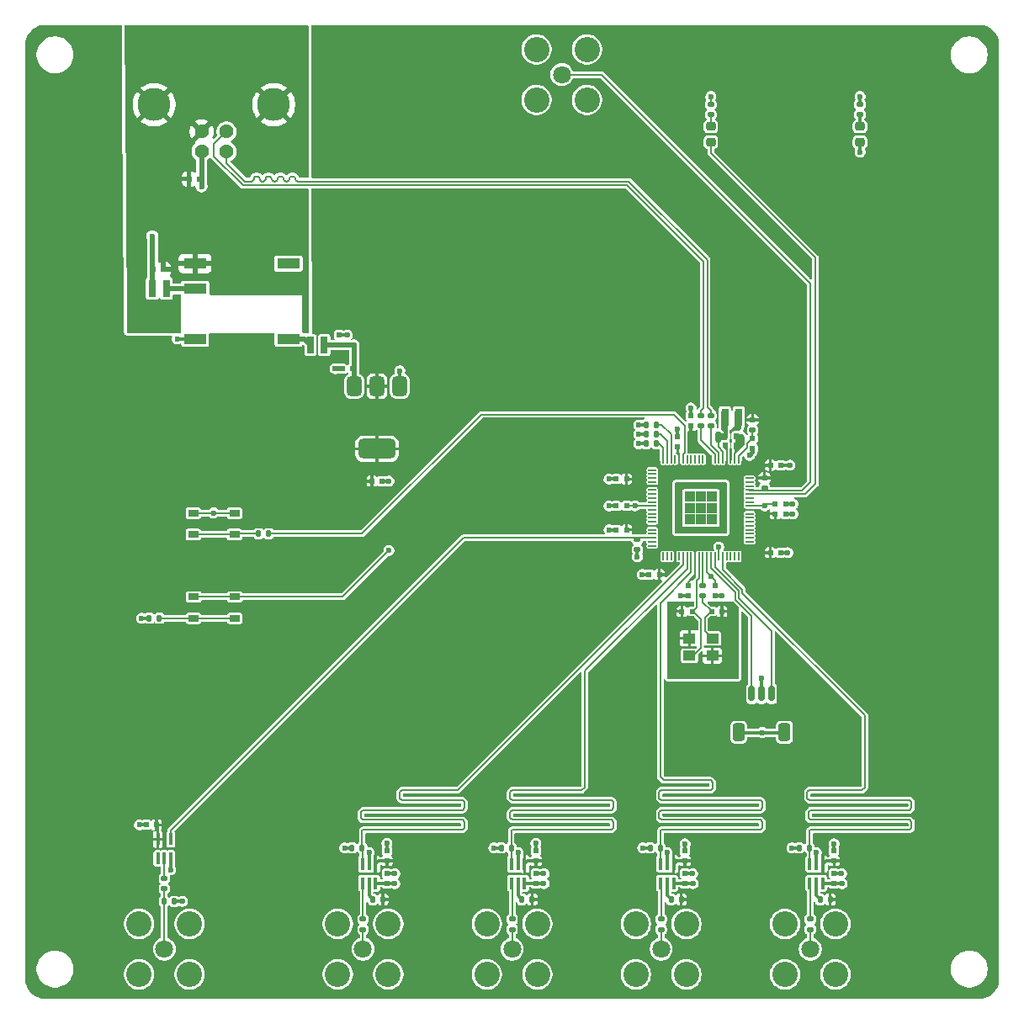
<source format=gbr>
%TF.GenerationSoftware,KiCad,Pcbnew,9.0.1*%
%TF.CreationDate,2025-12-29T16:13:27-06:00*%
%TF.ProjectId,opensync_prototype,6f70656e-7379-46e6-935f-70726f746f74,0.1*%
%TF.SameCoordinates,Original*%
%TF.FileFunction,Copper,L1,Top*%
%TF.FilePolarity,Positive*%
%FSLAX46Y46*%
G04 Gerber Fmt 4.6, Leading zero omitted, Abs format (unit mm)*
G04 Created by KiCad (PCBNEW 9.0.1) date 2025-12-29 16:13:27*
%MOMM*%
%LPD*%
G01*
G04 APERTURE LIST*
G04 Aperture macros list*
%AMRoundRect*
0 Rectangle with rounded corners*
0 $1 Rounding radius*
0 $2 $3 $4 $5 $6 $7 $8 $9 X,Y pos of 4 corners*
0 Add a 4 corners polygon primitive as box body*
4,1,4,$2,$3,$4,$5,$6,$7,$8,$9,$2,$3,0*
0 Add four circle primitives for the rounded corners*
1,1,$1+$1,$2,$3*
1,1,$1+$1,$4,$5*
1,1,$1+$1,$6,$7*
1,1,$1+$1,$8,$9*
0 Add four rect primitives between the rounded corners*
20,1,$1+$1,$2,$3,$4,$5,0*
20,1,$1+$1,$4,$5,$6,$7,0*
20,1,$1+$1,$6,$7,$8,$9,0*
20,1,$1+$1,$8,$9,$2,$3,0*%
G04 Aperture macros list end*
%TA.AperFunction,SMDPad,CuDef*%
%ADD10R,1.133333X1.133333*%
%TD*%
%TA.AperFunction,ComponentPad*%
%ADD11C,0.600000*%
%TD*%
%TA.AperFunction,SMDPad,CuDef*%
%ADD12RoundRect,0.055000X-0.055000X-0.335000X0.055000X-0.335000X0.055000X0.335000X-0.055000X0.335000X0*%
%TD*%
%TA.AperFunction,SMDPad,CuDef*%
%ADD13RoundRect,0.055000X0.335000X-0.055000X0.335000X0.055000X-0.335000X0.055000X-0.335000X-0.055000X0*%
%TD*%
%TA.AperFunction,SMDPad,CuDef*%
%ADD14RoundRect,0.050000X0.150000X-0.545000X0.150000X0.545000X-0.150000X0.545000X-0.150000X-0.545000X0*%
%TD*%
%TA.AperFunction,SMDPad,CuDef*%
%ADD15RoundRect,0.218750X-0.256250X0.218750X-0.256250X-0.218750X0.256250X-0.218750X0.256250X0.218750X0*%
%TD*%
%TA.AperFunction,SMDPad,CuDef*%
%ADD16RoundRect,0.135000X0.135000X0.185000X-0.135000X0.185000X-0.135000X-0.185000X0.135000X-0.185000X0*%
%TD*%
%TA.AperFunction,SMDPad,CuDef*%
%ADD17R,0.470000X0.530000*%
%TD*%
%TA.AperFunction,SMDPad,CuDef*%
%ADD18R,0.530000X0.470000*%
%TD*%
%TA.AperFunction,SMDPad,CuDef*%
%ADD19RoundRect,0.135000X-0.185000X0.135000X-0.185000X-0.135000X0.185000X-0.135000X0.185000X0.135000X0*%
%TD*%
%TA.AperFunction,SMDPad,CuDef*%
%ADD20RoundRect,0.150000X-0.150000X-0.625000X0.150000X-0.625000X0.150000X0.625000X-0.150000X0.625000X0*%
%TD*%
%TA.AperFunction,SMDPad,CuDef*%
%ADD21RoundRect,0.250000X-0.350000X-0.650000X0.350000X-0.650000X0.350000X0.650000X-0.350000X0.650000X0*%
%TD*%
%TA.AperFunction,SMDPad,CuDef*%
%ADD22RoundRect,0.050000X-0.150000X0.545000X-0.150000X-0.545000X0.150000X-0.545000X0.150000X0.545000X0*%
%TD*%
%TA.AperFunction,SMDPad,CuDef*%
%ADD23R,0.700000X1.700000*%
%TD*%
%TA.AperFunction,SMDPad,CuDef*%
%ADD24RoundRect,0.135000X-0.135000X-0.185000X0.135000X-0.185000X0.135000X0.185000X-0.135000X0.185000X0*%
%TD*%
%TA.AperFunction,SMDPad,CuDef*%
%ADD25R,1.050000X0.650000*%
%TD*%
%TA.AperFunction,ComponentPad*%
%ADD26C,1.428000*%
%TD*%
%TA.AperFunction,ComponentPad*%
%ADD27C,3.316000*%
%TD*%
%TA.AperFunction,ComponentPad*%
%ADD28C,1.800000*%
%TD*%
%TA.AperFunction,ComponentPad*%
%ADD29C,2.550000*%
%TD*%
%TA.AperFunction,SMDPad,CuDef*%
%ADD30RoundRect,0.135000X0.185000X-0.135000X0.185000X0.135000X-0.185000X0.135000X-0.185000X-0.135000X0*%
%TD*%
%TA.AperFunction,SMDPad,CuDef*%
%ADD31R,2.300000X1.000000*%
%TD*%
%TA.AperFunction,SMDPad,CuDef*%
%ADD32R,1.300000X1.050000*%
%TD*%
%TA.AperFunction,SMDPad,CuDef*%
%ADD33RoundRect,0.375000X-0.375000X0.625000X-0.375000X-0.625000X0.375000X-0.625000X0.375000X0.625000X0*%
%TD*%
%TA.AperFunction,SMDPad,CuDef*%
%ADD34RoundRect,0.500000X-1.400000X0.500000X-1.400000X-0.500000X1.400000X-0.500000X1.400000X0.500000X0*%
%TD*%
%TA.AperFunction,ViaPad*%
%ADD35C,0.600000*%
%TD*%
%TA.AperFunction,Conductor*%
%ADD36C,0.156500*%
%TD*%
%TA.AperFunction,Conductor*%
%ADD37C,0.300000*%
%TD*%
%TA.AperFunction,Conductor*%
%ADD38C,0.500000*%
%TD*%
%TA.AperFunction,Conductor*%
%ADD39C,0.200000*%
%TD*%
%TA.AperFunction,Conductor*%
%ADD40C,0.400000*%
%TD*%
%TA.AperFunction,Conductor*%
%ADD41C,0.157500*%
%TD*%
G04 APERTURE END LIST*
D10*
%TO.P,U2,81,GND*%
%TO.N,GND*%
X132133333Y-95733333D03*
D11*
X132133333Y-95733333D03*
D10*
X132133333Y-94600000D03*
D11*
X132133333Y-94600000D03*
D10*
X132133333Y-93466667D03*
D11*
X132133333Y-93466667D03*
D10*
X131000000Y-95733333D03*
D11*
X131000000Y-95733333D03*
D10*
X131000000Y-94600000D03*
D11*
X131000000Y-94600000D03*
D10*
X131000000Y-93466667D03*
D11*
X131000000Y-93466667D03*
D10*
X129866667Y-95733333D03*
D11*
X129866667Y-95733333D03*
D10*
X129866667Y-94600000D03*
D11*
X129866667Y-94600000D03*
D10*
X129866667Y-93466667D03*
D11*
X129866667Y-93466667D03*
D12*
%TO.P,U2,80,GPIO3*%
%TO.N,/Microcontroller and Ext. Clock/CLOCK_3*%
X127200000Y-89703500D03*
%TO.P,U2,79,GPIO2*%
%TO.N,/Microcontroller and Ext. Clock/CLOCK_2*%
X127600000Y-89703500D03*
%TO.P,U2,78,GPIO1*%
%TO.N,/Microcontroller and Ext. Clock/CLOCK_1*%
X128000000Y-89703500D03*
%TO.P,U2,77,GPIO0*%
%TO.N,unconnected-(U2-GPIO0-Pad77)*%
X128400000Y-89703500D03*
%TO.P,U2,76,IOVDD*%
%TO.N,+3V3*%
X128800000Y-89703500D03*
%TO.P,U2,75,QSPI_SS*%
%TO.N,/Microcontroller and Ext. Clock/QSPI_SS*%
X129200000Y-89703500D03*
%TO.P,U2,74,QSPI_SD1*%
%TO.N,/Microcontroller and Ext. Clock/QSPI_SD1*%
X129600000Y-89703500D03*
%TO.P,U2,73,QSPI_SD2*%
%TO.N,/Microcontroller and Ext. Clock/QSPI_SD2*%
X130000000Y-89703500D03*
%TO.P,U2,72,QSPI_SD0*%
%TO.N,/Microcontroller and Ext. Clock/QSPI_SD0*%
X130400000Y-89703500D03*
%TO.P,U2,71,QSPI_SCLK*%
%TO.N,/Microcontroller and Ext. Clock/QSPI_SCLK*%
X130800000Y-89703500D03*
%TO.P,U2,70,QSPI_SD3*%
%TO.N,/Microcontroller and Ext. Clock/QSPI_SD3*%
X131200000Y-89703500D03*
%TO.P,U2,69,QSPI_IOVDD*%
%TO.N,+3V3*%
X131600000Y-89703500D03*
%TO.P,U2,68,USB_OTP_VDD*%
X132000000Y-89703500D03*
%TO.P,U2,67,USB_DP*%
%TO.N,Net-(U2-USB_DP)*%
X132400000Y-89703500D03*
%TO.P,U2,66,USB_DM*%
%TO.N,Net-(U2-USB_DM)*%
X132800000Y-89703500D03*
%TO.P,U2,65,VREG_FB*%
%TO.N,+1V1*%
X133200000Y-89703500D03*
%TO.P,U2,64,VREG_VIN*%
%TO.N,+3V3*%
X133600000Y-89703500D03*
%TO.P,U2,63,VREG_LX*%
%TO.N,/Microcontroller and Ext. Clock/VREG_LX*%
X134000000Y-89703500D03*
%TO.P,U2,62,VREG_PGND*%
%TO.N,GND*%
X134400000Y-89703500D03*
%TO.P,U2,61,VREG_AVDD*%
%TO.N,Net-(U2-VREG_AVDD)*%
X134800000Y-89703500D03*
D13*
%TO.P,U2,60,IOVDD*%
%TO.N,+3V3*%
X135896500Y-90800000D03*
%TO.P,U2,59,ADC_AVDD*%
X135896500Y-91200000D03*
%TO.P,U2,58,GPIO47_ADC7*%
%TO.N,unconnected-(U2-GPIO47_ADC7-Pad58)*%
X135896500Y-91600000D03*
%TO.P,U2,57,GPIO46_ADC6*%
%TO.N,unconnected-(U2-GPIO46_ADC6-Pad57)*%
X135896500Y-92000000D03*
%TO.P,U2,56,GPIO45_ADC5*%
%TO.N,unconnected-(U2-GPIO45_ADC5-Pad56)*%
X135896500Y-92400000D03*
%TO.P,U2,55,GPIO44_ADC4*%
%TO.N,/Microcontroller and Ext. Clock/SAFETY_INTERLOCK*%
X135896500Y-92800000D03*
%TO.P,U2,54,GPIO43_ADC3*%
%TO.N,/Microcontroller and Ext. Clock/ERROR_LED*%
X135896500Y-93200000D03*
%TO.P,U2,53,GPIO42_ADC2*%
%TO.N,unconnected-(U2-GPIO42_ADC2-Pad53)*%
X135896500Y-93600000D03*
%TO.P,U2,52,GPIO41_ADC1*%
%TO.N,unconnected-(U2-GPIO41_ADC1-Pad52)*%
X135896500Y-94000000D03*
%TO.P,U2,51,DVDD*%
%TO.N,+1V1*%
X135896500Y-94400000D03*
%TO.P,U2,50,IOVDD*%
%TO.N,+3V3*%
X135896500Y-94800000D03*
%TO.P,U2,49,GPIO40_ADC0*%
%TO.N,/Microcontroller and Ext. Clock/OUTPUT_16*%
X135896500Y-95200000D03*
%TO.P,U2,48,GPIO39*%
%TO.N,/Microcontroller and Ext. Clock/OUTPUT_15*%
X135896500Y-95600000D03*
%TO.P,U2,47,GPIO38*%
%TO.N,/Microcontroller and Ext. Clock/OUTPUT_14*%
X135896500Y-96000000D03*
%TO.P,U2,46,GPIO37*%
%TO.N,/Microcontroller and Ext. Clock/OUTPUT_13*%
X135896500Y-96400000D03*
%TO.P,U2,45,GPIO36*%
%TO.N,/Microcontroller and Ext. Clock/OUTPUT_12*%
X135896500Y-96800000D03*
%TO.P,U2,44,GPIO35*%
%TO.N,/Microcontroller and Ext. Clock/OUTPUT_11*%
X135896500Y-97200000D03*
%TO.P,U2,43,GPIO34*%
%TO.N,/Microcontroller and Ext. Clock/OUTPUT_10*%
X135896500Y-97600000D03*
%TO.P,U2,42,GPIO33*%
%TO.N,/Microcontroller and Ext. Clock/OUTPUT_9*%
X135896500Y-98000000D03*
%TO.P,U2,41,IOVDD*%
%TO.N,+3V3*%
X135896500Y-98400000D03*
D12*
%TO.P,U2,40,GPIO32*%
%TO.N,/Microcontroller and Ext. Clock/OUTPUT_8*%
X134800000Y-99496500D03*
%TO.P,U2,39,GPIO31*%
%TO.N,/Microcontroller and Ext. Clock/OUTPUT_7*%
X134400000Y-99496500D03*
%TO.P,U2,38,GPIO30*%
%TO.N,/Microcontroller and Ext. Clock/OUTPUT_6*%
X134000000Y-99496500D03*
%TO.P,U2,37,GPIO29*%
%TO.N,/Microcontroller and Ext. Clock/OUTPUT_5*%
X133600000Y-99496500D03*
%TO.P,U2,36,GPIO28*%
%TO.N,/Microcontroller and Ext. Clock/OUTPUT_4*%
X133200000Y-99496500D03*
%TO.P,U2,35,RUN*%
%TO.N,/Microcontroller and Ext. Clock/RUN*%
X132800000Y-99496500D03*
%TO.P,U2,34,SWD*%
%TO.N,/Microcontroller and Ext. Clock/SWD*%
X132400000Y-99496500D03*
%TO.P,U2,33,SWCLK*%
%TO.N,/Microcontroller and Ext. Clock/SWCLK*%
X132000000Y-99496500D03*
%TO.P,U2,32,DVDD*%
%TO.N,+1V1*%
X131600000Y-99496500D03*
%TO.P,U2,31,XOUT*%
%TO.N,/Microcontroller and Ext. Clock/XOUT*%
X131200000Y-99496500D03*
%TO.P,U2,30,XIN*%
%TO.N,/Microcontroller and Ext. Clock/XIN*%
X130800000Y-99496500D03*
%TO.P,U2,29,IOVDD*%
%TO.N,+3V3*%
X130400000Y-99496500D03*
%TO.P,U2,28,GPIO27*%
%TO.N,/Microcontroller and Ext. Clock/OUTPUT_3*%
X130000000Y-99496500D03*
%TO.P,U2,27,GPIO26*%
%TO.N,/Microcontroller and Ext. Clock/OUTPUT_2*%
X129600000Y-99496500D03*
%TO.P,U2,26,GPIO25*%
%TO.N,/Microcontroller and Ext. Clock/OUTPUT_1*%
X129200000Y-99496500D03*
%TO.P,U2,25,GPIO24*%
%TO.N,unconnected-(U2-GPIO24-Pad25)*%
X128800000Y-99496500D03*
%TO.P,U2,24,IOVDD*%
%TO.N,+3V3*%
X128400000Y-99496500D03*
%TO.P,U2,23,GPIO23*%
%TO.N,unconnected-(U2-GPIO23-Pad23)*%
X128000000Y-99496500D03*
%TO.P,U2,22,GPIO22*%
%TO.N,unconnected-(U2-GPIO22-Pad22)*%
X127600000Y-99496500D03*
%TO.P,U2,21,GPIO21*%
%TO.N,unconnected-(U2-GPIO21-Pad21)*%
X127200000Y-99496500D03*
D13*
%TO.P,U2,20,GPIO20*%
%TO.N,unconnected-(U2-GPIO20-Pad20)*%
X126103500Y-98400000D03*
%TO.P,U2,19,GPIO19*%
%TO.N,unconnected-(U2-GPIO19-Pad19)*%
X126103500Y-98000000D03*
%TO.P,U2,18,GPIO18*%
%TO.N,/Microcontroller and Ext. Clock/TRIGGER_1*%
X126103500Y-97600000D03*
%TO.P,U2,17,GPIO17*%
%TO.N,unconnected-(U2-GPIO17-Pad17)*%
X126103500Y-97200000D03*
%TO.P,U2,16,GPIO16*%
%TO.N,unconnected-(U2-GPIO16-Pad16)*%
X126103500Y-96800000D03*
%TO.P,U2,15,IOVDD*%
%TO.N,+3V3*%
X126103500Y-96400000D03*
%TO.P,U2,14,GPIO15*%
%TO.N,unconnected-(U2-GPIO15-Pad14)*%
X126103500Y-96000000D03*
%TO.P,U2,13,GPIO14*%
%TO.N,unconnected-(U2-GPIO14-Pad13)*%
X126103500Y-95600000D03*
%TO.P,U2,12,GPIO13*%
%TO.N,unconnected-(U2-GPIO13-Pad12)*%
X126103500Y-95200000D03*
%TO.P,U2,11,GPIO12*%
%TO.N,unconnected-(U2-GPIO12-Pad11)*%
X126103500Y-94800000D03*
%TO.P,U2,10,DVDD*%
%TO.N,+1V1*%
X126103500Y-94400000D03*
%TO.P,U2,9,GPIO11*%
%TO.N,unconnected-(U2-GPIO11-Pad9)*%
X126103500Y-94000000D03*
%TO.P,U2,8,GPIO10*%
%TO.N,unconnected-(U2-GPIO10-Pad8)*%
X126103500Y-93600000D03*
%TO.P,U2,7,GPIO9*%
%TO.N,unconnected-(U2-GPIO9-Pad7)*%
X126103500Y-93200000D03*
%TO.P,U2,6,GPIO8*%
%TO.N,unconnected-(U2-GPIO8-Pad6)*%
X126103500Y-92800000D03*
%TO.P,U2,5,IOVDD*%
%TO.N,+3V3*%
X126103500Y-92400000D03*
%TO.P,U2,4,GPIO7*%
%TO.N,unconnected-(U2-GPIO7-Pad4)*%
X126103500Y-92000000D03*
%TO.P,U2,3,GPIO6*%
%TO.N,unconnected-(U2-GPIO6-Pad3)*%
X126103500Y-91600000D03*
%TO.P,U2,2,GPIO5*%
%TO.N,unconnected-(U2-GPIO5-Pad2)*%
X126103500Y-91200000D03*
%TO.P,U2,1,GPIO4*%
%TO.N,unconnected-(U2-GPIO4-Pad1)*%
X126103500Y-90800000D03*
%TD*%
D14*
%TO.P,U4,5,VCC*%
%TO.N,+3V3*%
X76350000Y-127940000D03*
%TO.P,U4,4,Y*%
%TO.N,/Microcontroller and Ext. Clock/TRIGGER_1*%
X77650000Y-127940000D03*
%TO.P,U4,3,GND*%
%TO.N,GND*%
X77650000Y-129860000D03*
%TO.P,U4,2,A*%
%TO.N,Net-(U4-A)*%
X77000000Y-129860000D03*
%TO.P,U4,1*%
%TO.N,N/C*%
X76350000Y-129860000D03*
%TD*%
D15*
%TO.P,D1,1,K*%
%TO.N,Net-(D1-K)*%
X147000000Y-56212500D03*
%TO.P,D1,2,A*%
%TO.N,+5V*%
X147000000Y-57787500D03*
%TD*%
D16*
%TO.P,R32,1*%
%TO.N,+3V3*%
X129010000Y-134000000D03*
%TO.P,R32,2*%
%TO.N,Net-(U7-DIR)*%
X127990000Y-134000000D03*
%TD*%
%TO.P,R17,1*%
%TO.N,/Microcontroller and Ext. Clock/OUTPUT_1*%
X96910000Y-128800000D03*
%TO.P,R17,2*%
%TO.N,GND*%
X95890000Y-128800000D03*
%TD*%
D17*
%TO.P,C23,1*%
%TO.N,+3V3*%
X76215000Y-126500000D03*
%TO.P,C23,2*%
%TO.N,GND*%
X75185000Y-126500000D03*
%TD*%
D18*
%TO.P,C22,1*%
%TO.N,+5V*%
X94600000Y-78215000D03*
%TO.P,C22,2*%
%TO.N,GND*%
X94600000Y-77185000D03*
%TD*%
D16*
%TO.P,R30,1*%
%TO.N,+3V3*%
X114010000Y-134000000D03*
%TO.P,R30,2*%
%TO.N,Net-(U6-DIR)*%
X112990000Y-134000000D03*
%TD*%
D18*
%TO.P,C5,1*%
%TO.N,Net-(U2-VREG_AVDD)*%
X136200000Y-87600000D03*
%TO.P,C5,2*%
%TO.N,GND*%
X136200000Y-88630000D03*
%TD*%
D16*
%TO.P,R18,1*%
%TO.N,/Microcontroller and Ext. Clock/OUTPUT_2*%
X111910000Y-128800000D03*
%TO.P,R18,2*%
%TO.N,GND*%
X110890000Y-128800000D03*
%TD*%
D19*
%TO.P,R14,1*%
%TO.N,GND*%
X132000000Y-53990000D03*
%TO.P,R14,2*%
%TO.N,Net-(D2-K)*%
X132000000Y-55010000D03*
%TD*%
D17*
%TO.P,C4,1*%
%TO.N,+1V1*%
X133485000Y-87350000D03*
%TO.P,C4,2*%
%TO.N,GND*%
X134515000Y-87350000D03*
%TD*%
D20*
%TO.P,J12,1,Pin_1*%
%TO.N,/Microcontroller and Ext. Clock/SWCLK*%
X136100000Y-113300000D03*
%TO.P,J12,2,Pin_2*%
%TO.N,GND*%
X137100000Y-113300000D03*
%TO.P,J12,3,Pin_3*%
%TO.N,/Microcontroller and Ext. Clock/SWD*%
X138100000Y-113300000D03*
D21*
%TO.P,J12,MP,MountPin*%
%TO.N,GND*%
X134800000Y-117175000D03*
X139400000Y-117175000D03*
%TD*%
D17*
%TO.P,C3,1*%
%TO.N,GND*%
X133115000Y-105020000D03*
%TO.P,C3,2*%
%TO.N,Net-(C3-Pad2)*%
X132085000Y-105020000D03*
%TD*%
D22*
%TO.P,U6,1,VCCA*%
%TO.N,+3V3*%
X113250000Y-130440000D03*
%TO.P,U6,2,GND*%
%TO.N,GND*%
X112600000Y-130440000D03*
%TO.P,U6,3,A*%
%TO.N,/Microcontroller and Ext. Clock/OUTPUT_2*%
X111950000Y-130440000D03*
%TO.P,U6,4,B*%
%TO.N,Net-(U6-B)*%
X111950000Y-132360000D03*
%TO.P,U6,5,DIR*%
%TO.N,Net-(U6-DIR)*%
X112600000Y-132360000D03*
%TO.P,U6,6,VCCB*%
%TO.N,+5V*%
X113250000Y-132360000D03*
%TD*%
D17*
%TO.P,C18,1*%
%TO.N,VBUS*%
X80515000Y-61500000D03*
%TO.P,C18,2*%
%TO.N,GND_BUS*%
X79485000Y-61500000D03*
%TD*%
D18*
%TO.P,C10,1*%
%TO.N,+3V3*%
X129700000Y-102385000D03*
%TO.P,C10,2*%
%TO.N,GND*%
X129700000Y-103415000D03*
%TD*%
D17*
%TO.P,C2,1*%
%TO.N,GND*%
X129085000Y-105020000D03*
%TO.P,C2,2*%
%TO.N,/Microcontroller and Ext. Clock/XIN*%
X130115000Y-105020000D03*
%TD*%
D18*
%TO.P,C29,1*%
%TO.N,+3V3*%
X144400000Y-130115000D03*
%TO.P,C29,2*%
%TO.N,GND*%
X144400000Y-129085000D03*
%TD*%
D19*
%TO.P,R8,1*%
%TO.N,+3V3*%
X137400000Y-91590000D03*
%TO.P,R8,2*%
%TO.N,/Microcontroller and Ext. Clock/SAFETY_INTERLOCK*%
X137400000Y-92610000D03*
%TD*%
D23*
%TO.P,L1,1,1*%
%TO.N,+1V1*%
X133410000Y-85450000D03*
%TO.P,L1,2,2*%
%TO.N,/Microcontroller and Ext. Clock/VREG_LX*%
X134810000Y-85450000D03*
%TD*%
D16*
%TO.P,R28,1*%
%TO.N,+3V3*%
X99010000Y-134000000D03*
%TO.P,R28,2*%
%TO.N,Net-(U5-DIR)*%
X97990000Y-134000000D03*
%TD*%
D22*
%TO.P,U8,1,VCCA*%
%TO.N,+3V3*%
X143250000Y-130440000D03*
%TO.P,U8,2,GND*%
%TO.N,GND*%
X142600000Y-130440000D03*
%TO.P,U8,3,A*%
%TO.N,/Microcontroller and Ext. Clock/OUTPUT_4*%
X141950000Y-130440000D03*
%TO.P,U8,4,B*%
%TO.N,Net-(U8-B)*%
X141950000Y-132360000D03*
%TO.P,U8,5,DIR*%
%TO.N,Net-(U8-DIR)*%
X142600000Y-132360000D03*
%TO.P,U8,6,VCCB*%
%TO.N,+5V*%
X143250000Y-132360000D03*
%TD*%
D24*
%TO.P,R10,1*%
%TO.N,GND*%
X125490000Y-87200000D03*
%TO.P,R10,2*%
%TO.N,/Microcontroller and Ext. Clock/CLOCK_2*%
X126510000Y-87200000D03*
%TD*%
D17*
%TO.P,C19,1*%
%TO.N,+5V*%
X95915000Y-80600000D03*
%TO.P,C19,2*%
%TO.N,GND*%
X94885000Y-80600000D03*
%TD*%
D24*
%TO.P,R6,1*%
%TO.N,GND*%
X125490000Y-88150000D03*
%TO.P,R6,2*%
%TO.N,/Microcontroller and Ext. Clock/CLOCK_3*%
X126510000Y-88150000D03*
%TD*%
D19*
%TO.P,R9,1*%
%TO.N,GND*%
X147000000Y-53990000D03*
%TO.P,R9,2*%
%TO.N,Net-(D1-K)*%
X147000000Y-55010000D03*
%TD*%
%TO.P,R12,1*%
%TO.N,/Power and Data/USB_D-*%
X132000000Y-85290000D03*
%TO.P,R12,2*%
%TO.N,Net-(U2-USB_DM)*%
X132000000Y-86310000D03*
%TD*%
D16*
%TO.P,R34,1*%
%TO.N,+3V3*%
X144010000Y-134000000D03*
%TO.P,R34,2*%
%TO.N,Net-(U8-DIR)*%
X142990000Y-134000000D03*
%TD*%
D17*
%TO.P,C6,1*%
%TO.N,+1V1*%
X123515000Y-94400000D03*
%TO.P,C6,2*%
%TO.N,GND*%
X122485000Y-94400000D03*
%TD*%
D25*
%TO.P,SW2,1,1*%
%TO.N,Net-(R3-Pad1)*%
X84100000Y-105700000D03*
X79950000Y-105700000D03*
%TO.P,SW2,2,2*%
%TO.N,/Microcontroller and Ext. Clock/RUN*%
X84100000Y-103550000D03*
X79975000Y-103550000D03*
%TD*%
D17*
%TO.P,C1,1*%
%TO.N,+3V3*%
X133485000Y-88300000D03*
%TO.P,C1,2*%
%TO.N,GND*%
X134515000Y-88300000D03*
%TD*%
D16*
%TO.P,R19,1*%
%TO.N,/Microcontroller and Ext. Clock/OUTPUT_3*%
X126910000Y-128800000D03*
%TO.P,R19,2*%
%TO.N,GND*%
X125890000Y-128800000D03*
%TD*%
D19*
%TO.P,R35,1*%
%TO.N,Net-(U8-B)*%
X142000000Y-135990000D03*
%TO.P,R35,2*%
%TO.N,Net-(J7-Pad1)*%
X142000000Y-137010000D03*
%TD*%
D16*
%TO.P,R3,1*%
%TO.N,Net-(R3-Pad1)*%
X76510000Y-105700000D03*
%TO.P,R3,2*%
%TO.N,GND*%
X75490000Y-105700000D03*
%TD*%
D17*
%TO.P,C16,1*%
%TO.N,+3V3*%
X138485000Y-95200000D03*
%TO.P,C16,2*%
%TO.N,GND*%
X139515000Y-95200000D03*
%TD*%
D23*
%TO.P,L3,1,1*%
%TO.N,Net-(U3-+VOUT)*%
X91700000Y-78200000D03*
%TO.P,L3,2,2*%
%TO.N,+5V*%
X93100000Y-78200000D03*
%TD*%
D19*
%TO.P,R11,1*%
%TO.N,/Power and Data/USB_D+*%
X131000000Y-85290000D03*
%TO.P,R11,2*%
%TO.N,Net-(U2-USB_DP)*%
X131000000Y-86310000D03*
%TD*%
D23*
%TO.P,L2,1,1*%
%TO.N,VBUS*%
X75800000Y-72500000D03*
%TO.P,L2,2,2*%
%TO.N,Net-(U3-+VIN)*%
X77200000Y-72500000D03*
%TD*%
D19*
%TO.P,R29,1*%
%TO.N,Net-(U5-B)*%
X97000000Y-135990000D03*
%TO.P,R29,2*%
%TO.N,Net-(J4-Pad1)*%
X97000000Y-137010000D03*
%TD*%
%TO.P,R31,1*%
%TO.N,Net-(U6-B)*%
X112000000Y-135990000D03*
%TO.P,R31,2*%
%TO.N,Net-(J5-Pad1)*%
X112000000Y-137010000D03*
%TD*%
%TO.P,R33,1*%
%TO.N,Net-(U7-B)*%
X127000000Y-135990000D03*
%TO.P,R33,2*%
%TO.N,Net-(J6-Pad1)*%
X127000000Y-137010000D03*
%TD*%
D16*
%TO.P,R4,1*%
%TO.N,/Microcontroller and Ext. Clock/QSPI_SS*%
X87510000Y-97200000D03*
%TO.P,R4,2*%
%TO.N,Net-(R4-Pad2)*%
X86490000Y-97200000D03*
%TD*%
D24*
%TO.P,R27,1*%
%TO.N,Net-(J2-Pad1)*%
X76990000Y-134200000D03*
%TO.P,R27,2*%
%TO.N,GND*%
X78010000Y-134200000D03*
%TD*%
D22*
%TO.P,U5,1,VCCA*%
%TO.N,+3V3*%
X98250000Y-130440000D03*
%TO.P,U5,2,GND*%
%TO.N,GND*%
X97600000Y-130440000D03*
%TO.P,U5,3,A*%
%TO.N,/Microcontroller and Ext. Clock/OUTPUT_1*%
X96950000Y-130440000D03*
%TO.P,U5,4,B*%
%TO.N,Net-(U5-B)*%
X96950000Y-132360000D03*
%TO.P,U5,5,DIR*%
%TO.N,Net-(U5-DIR)*%
X97600000Y-132360000D03*
%TO.P,U5,6,VCCB*%
%TO.N,+5V*%
X98250000Y-132360000D03*
%TD*%
D18*
%TO.P,C25,1*%
%TO.N,+3V3*%
X129400000Y-130115000D03*
%TO.P,C25,2*%
%TO.N,GND*%
X129400000Y-129085000D03*
%TD*%
D22*
%TO.P,U7,1,VCCA*%
%TO.N,+3V3*%
X128250000Y-130440000D03*
%TO.P,U7,2,GND*%
%TO.N,GND*%
X127600000Y-130440000D03*
%TO.P,U7,3,A*%
%TO.N,/Microcontroller and Ext. Clock/OUTPUT_3*%
X126950000Y-130440000D03*
%TO.P,U7,4,B*%
%TO.N,Net-(U7-B)*%
X126950000Y-132360000D03*
%TO.P,U7,5,DIR*%
%TO.N,Net-(U7-DIR)*%
X127600000Y-132360000D03*
%TO.P,U7,6,VCCB*%
%TO.N,+5V*%
X128250000Y-132360000D03*
%TD*%
D26*
%TO.P,J1,1,VBUS*%
%TO.N,VBUS*%
X80750000Y-58740000D03*
%TO.P,J1,2,D-*%
%TO.N,/Power and Data/USB_D-*%
X83250000Y-58740000D03*
%TO.P,J1,3,D+*%
%TO.N,/Power and Data/USB_D+*%
X83250000Y-56740000D03*
%TO.P,J1,4,GND*%
%TO.N,GND_BUS*%
X80750000Y-56740000D03*
D27*
%TO.P,J1,S1*%
X88020000Y-54030000D03*
%TO.P,J1,S2*%
X75980000Y-54030000D03*
%TD*%
D17*
%TO.P,C12,1*%
%TO.N,+3V3*%
X123515000Y-91700000D03*
%TO.P,C12,2*%
%TO.N,GND*%
X122485000Y-91700000D03*
%TD*%
D16*
%TO.P,R20,1*%
%TO.N,/Microcontroller and Ext. Clock/OUTPUT_4*%
X141910000Y-128800000D03*
%TO.P,R20,2*%
%TO.N,GND*%
X140890000Y-128800000D03*
%TD*%
D17*
%TO.P,C13,1*%
%TO.N,+3V3*%
X123515000Y-96800000D03*
%TO.P,C13,2*%
%TO.N,GND*%
X122485000Y-96800000D03*
%TD*%
D15*
%TO.P,D2,1,K*%
%TO.N,Net-(D2-K)*%
X132000000Y-56212500D03*
%TO.P,D2,2,A*%
%TO.N,/Microcontroller and Ext. Clock/ERROR_LED*%
X132000000Y-57787500D03*
%TD*%
D18*
%TO.P,C26,1*%
%TO.N,+5V*%
X99400000Y-132415000D03*
%TO.P,C26,2*%
%TO.N,GND*%
X99400000Y-131385000D03*
%TD*%
D24*
%TO.P,R5,1*%
%TO.N,GND*%
X125490000Y-86250000D03*
%TO.P,R5,2*%
%TO.N,/Microcontroller and Ext. Clock/CLOCK_1*%
X126510000Y-86250000D03*
%TD*%
D19*
%TO.P,R1,1*%
%TO.N,+3V3*%
X136200000Y-85740000D03*
%TO.P,R1,2*%
%TO.N,Net-(U2-VREG_AVDD)*%
X136200000Y-86760000D03*
%TD*%
D18*
%TO.P,C9,1*%
%TO.N,+3V3*%
X130000000Y-86315000D03*
%TO.P,C9,2*%
%TO.N,GND*%
X130000000Y-85285000D03*
%TD*%
%TO.P,C28,1*%
%TO.N,+3V3*%
X114400000Y-130115000D03*
%TO.P,C28,2*%
%TO.N,GND*%
X114400000Y-129085000D03*
%TD*%
D17*
%TO.P,C15,1*%
%TO.N,+3V3*%
X137985000Y-99100000D03*
%TO.P,C15,2*%
%TO.N,GND*%
X139015000Y-99100000D03*
%TD*%
D18*
%TO.P,C31,1*%
%TO.N,+5V*%
X144400000Y-132415000D03*
%TO.P,C31,2*%
%TO.N,GND*%
X144400000Y-131385000D03*
%TD*%
%TO.P,C27,1*%
%TO.N,+5V*%
X129400000Y-132415000D03*
%TO.P,C27,2*%
%TO.N,GND*%
X129400000Y-131385000D03*
%TD*%
D28*
%TO.P,J13,1*%
%TO.N,/Microcontroller and Ext. Clock/SAFETY_INTERLOCK*%
X117000000Y-51000000D03*
D29*
%TO.P,J13,2*%
%TO.N,GND*%
X119540000Y-53540000D03*
%TO.P,J13,3*%
X114460000Y-53540000D03*
%TO.P,J13,4*%
X114460000Y-48460000D03*
%TO.P,J13,5*%
X119540000Y-48460000D03*
%TD*%
D17*
%TO.P,C20,1*%
%TO.N,GND_BUS*%
X76915000Y-70600000D03*
%TO.P,C20,2*%
%TO.N,VBUS*%
X75885000Y-70600000D03*
%TD*%
%TO.P,C8,1*%
%TO.N,+1V1*%
X138485000Y-94200000D03*
%TO.P,C8,2*%
%TO.N,GND*%
X139515000Y-94200000D03*
%TD*%
D18*
%TO.P,C7,1*%
%TO.N,+1V1*%
X132400000Y-102385000D03*
%TO.P,C7,2*%
%TO.N,GND*%
X132400000Y-103415000D03*
%TD*%
D30*
%TO.P,R13,1*%
%TO.N,Net-(J2-Pad1)*%
X77000000Y-132910000D03*
%TO.P,R13,2*%
%TO.N,Net-(U4-A)*%
X77000000Y-131890000D03*
%TD*%
D25*
%TO.P,SW1,1,1*%
%TO.N,GND*%
X79925000Y-95125000D03*
X84075000Y-95125000D03*
%TO.P,SW1,2,2*%
%TO.N,Net-(R4-Pad2)*%
X79925000Y-97275000D03*
X84050000Y-97275000D03*
%TD*%
D31*
%TO.P,U3,1,-VIN*%
%TO.N,GND_BUS*%
X80100000Y-70020000D03*
%TO.P,U3,3,+VIN*%
%TO.N,Net-(U3-+VIN)*%
X80100000Y-72560000D03*
%TO.P,U3,7,-VOUT*%
%TO.N,GND*%
X80100000Y-77640000D03*
%TO.P,U3,8,+VOUT*%
%TO.N,Net-(U3-+VOUT)*%
X89500000Y-77640000D03*
%TO.P,U3,14,NC*%
%TO.N,unconnected-(U3-NC-Pad14)*%
X89500000Y-70020000D03*
%TD*%
D18*
%TO.P,C11,1*%
%TO.N,+3V3*%
X128650000Y-88465000D03*
%TO.P,C11,2*%
%TO.N,GND*%
X128650000Y-87435000D03*
%TD*%
%TO.P,C24,1*%
%TO.N,+3V3*%
X99400000Y-130115000D03*
%TO.P,C24,2*%
%TO.N,GND*%
X99400000Y-129085000D03*
%TD*%
D30*
%TO.P,R2,1*%
%TO.N,Net-(C3-Pad2)*%
X131200000Y-103410000D03*
%TO.P,R2,2*%
%TO.N,/Microcontroller and Ext. Clock/XOUT*%
X131200000Y-102390000D03*
%TD*%
D32*
%TO.P,Y1,1*%
%TO.N,/Microcontroller and Ext. Clock/XIN*%
X129850000Y-109475000D03*
%TO.P,Y1,2,GND*%
%TO.N,GND*%
X132150000Y-109475000D03*
%TO.P,Y1,3*%
%TO.N,Net-(C3-Pad2)*%
X132150000Y-107725000D03*
%TO.P,Y1,4,GND*%
%TO.N,GND*%
X129850000Y-107725000D03*
%TD*%
D17*
%TO.P,C17,1*%
%TO.N,+3V3*%
X126815000Y-101300000D03*
%TO.P,C17,2*%
%TO.N,GND*%
X125785000Y-101300000D03*
%TD*%
D18*
%TO.P,C30,1*%
%TO.N,+5V*%
X114400000Y-132415000D03*
%TO.P,C30,2*%
%TO.N,GND*%
X114400000Y-131385000D03*
%TD*%
D33*
%TO.P,U1,1,GND*%
%TO.N,GND*%
X100700000Y-82350000D03*
%TO.P,U1,2,VO*%
%TO.N,+3V3*%
X98400000Y-82350000D03*
D34*
X98400000Y-88650000D03*
D33*
%TO.P,U1,3,VI*%
%TO.N,+5V*%
X96100000Y-82350000D03*
%TD*%
D17*
%TO.P,C14,1*%
%TO.N,+3V3*%
X137985000Y-90300000D03*
%TO.P,C14,2*%
%TO.N,GND*%
X139015000Y-90300000D03*
%TD*%
%TO.P,C21,1*%
%TO.N,+3V3*%
X97887500Y-91900000D03*
%TO.P,C21,2*%
%TO.N,GND*%
X98917500Y-91900000D03*
%TD*%
D19*
%TO.P,R7,1*%
%TO.N,/Microcontroller and Ext. Clock/TRIGGER_1*%
X124600000Y-97790000D03*
%TO.P,R7,2*%
%TO.N,GND*%
X124600000Y-98810000D03*
%TD*%
D28*
%TO.P,J6,1*%
%TO.N,Net-(J6-Pad1)*%
X127000000Y-139000000D03*
D29*
%TO.P,J6,2*%
%TO.N,GND*%
X129540000Y-136460000D03*
%TO.P,J6,3*%
X124460000Y-136460000D03*
%TO.P,J6,4*%
X124460000Y-141540000D03*
%TO.P,J6,5*%
X129540000Y-141540000D03*
%TD*%
D28*
%TO.P,J4,1*%
%TO.N,Net-(J4-Pad1)*%
X97000000Y-139000000D03*
D29*
%TO.P,J4,2*%
%TO.N,GND*%
X99540000Y-136460000D03*
%TO.P,J4,3*%
X94460000Y-136460000D03*
%TO.P,J4,4*%
X94460000Y-141540000D03*
%TO.P,J4,5*%
X99540000Y-141540000D03*
%TD*%
D28*
%TO.P,J2,1*%
%TO.N,Net-(J2-Pad1)*%
X77000000Y-139000000D03*
D29*
%TO.P,J2,2*%
%TO.N,GND*%
X79540000Y-136460000D03*
%TO.P,J2,3*%
X74460000Y-136460000D03*
%TO.P,J2,4*%
X74460000Y-141540000D03*
%TO.P,J2,5*%
X79540000Y-141540000D03*
%TD*%
D28*
%TO.P,J7,1*%
%TO.N,Net-(J7-Pad1)*%
X142000000Y-139000000D03*
D29*
%TO.P,J7,2*%
%TO.N,GND*%
X144540000Y-136460000D03*
%TO.P,J7,3*%
X139460000Y-136460000D03*
%TO.P,J7,4*%
X139460000Y-141540000D03*
%TO.P,J7,5*%
X144540000Y-141540000D03*
%TD*%
D28*
%TO.P,J5,1*%
%TO.N,Net-(J5-Pad1)*%
X112000000Y-139000000D03*
D29*
%TO.P,J5,2*%
%TO.N,GND*%
X114540000Y-136460000D03*
%TO.P,J5,3*%
X109460000Y-136460000D03*
%TO.P,J5,4*%
X109460000Y-141540000D03*
%TO.P,J5,5*%
X114540000Y-141540000D03*
%TD*%
D35*
%TO.N,GND*%
X94200000Y-80600000D03*
X100200000Y-131400000D03*
X121750000Y-91700000D03*
X147000000Y-53200000D03*
X145150000Y-131400000D03*
X128950000Y-103450000D03*
X142600000Y-129300000D03*
X135900000Y-89300000D03*
X114400000Y-128350000D03*
X128350000Y-105000000D03*
X81950000Y-95100000D03*
X115200000Y-131400000D03*
X128450000Y-107750000D03*
X124750000Y-87200000D03*
X139750000Y-99100000D03*
X77650000Y-131000000D03*
X139950000Y-90300000D03*
X99400000Y-128350000D03*
X130000000Y-84550000D03*
X137100000Y-111750000D03*
X95400000Y-77200000D03*
X121750000Y-94400000D03*
X135050000Y-88050000D03*
X112600000Y-129300000D03*
X133150000Y-103450000D03*
X133850000Y-105000000D03*
X100700000Y-80800000D03*
X125100000Y-101300000D03*
X135050000Y-87450000D03*
X133650000Y-109450000D03*
X74700000Y-105700000D03*
X78300000Y-77600000D03*
X127600000Y-129300000D03*
X99600000Y-91900000D03*
X140150000Y-128800000D03*
X78800000Y-134200000D03*
X121750000Y-96800000D03*
X132000000Y-53200000D03*
X124600000Y-99500000D03*
X110150000Y-128800000D03*
X130150000Y-131400000D03*
X95150000Y-128800000D03*
X129400000Y-128400000D03*
X137150000Y-117200000D03*
X140250000Y-94200000D03*
X74500000Y-126500000D03*
X144400000Y-128400000D03*
X128650000Y-86700000D03*
X124750000Y-88150000D03*
X125150000Y-128800000D03*
X140250000Y-95200000D03*
X124750000Y-86250000D03*
X97600000Y-129300000D03*
%TO.N,+1V1*%
X132750000Y-87750000D03*
X132000000Y-101500000D03*
X133250000Y-94400000D03*
X128750000Y-94400000D03*
X132750000Y-92350000D03*
X124350000Y-94400000D03*
X137400000Y-94400000D03*
X132000000Y-96850000D03*
X132750000Y-87150000D03*
%TO.N,VBUS*%
X80750000Y-62250000D03*
X75800000Y-67250000D03*
%TO.N,+5V*%
X130200000Y-132400000D03*
X145200000Y-132400000D03*
X96100000Y-78200000D03*
X100200000Y-132400000D03*
X115200000Y-132400000D03*
X147000000Y-58800000D03*
%TO.N,/Microcontroller and Ext. Clock/RUN*%
X99600000Y-98900000D03*
X132800000Y-98550000D03*
%TD*%
D36*
%TO.N,/Microcontroller and Ext. Clock/ERROR_LED*%
X142500000Y-69400000D02*
X132000000Y-58900000D01*
X142500000Y-92200000D02*
X142500000Y-69400000D01*
X141500000Y-93200000D02*
X142500000Y-92200000D01*
X135896500Y-93200000D02*
X141500000Y-93200000D01*
X132000000Y-58900000D02*
X132000000Y-57787500D01*
%TO.N,/Microcontroller and Ext. Clock/SAFETY_INTERLOCK*%
X121000000Y-51000000D02*
X117000000Y-51000000D01*
X141169250Y-92830750D02*
X142000000Y-92000000D01*
X142000000Y-92000000D02*
X142000000Y-72000000D01*
X135927250Y-92830750D02*
X141169250Y-92830750D01*
X142000000Y-72000000D02*
X121000000Y-51000000D01*
X135896500Y-92800000D02*
X135927250Y-92830750D01*
%TO.N,GND*%
X132000000Y-53990000D02*
X132000000Y-53200000D01*
%TO.N,Net-(D2-K)*%
X132000000Y-56212500D02*
X132000000Y-55010000D01*
D37*
%TO.N,GND*%
X147000000Y-53990000D02*
X147000000Y-53200000D01*
%TO.N,Net-(D1-K)*%
X147000000Y-56212500D02*
X147000000Y-55010000D01*
%TO.N,+5V*%
X147000000Y-58800000D02*
X147000000Y-57787500D01*
D36*
%TO.N,+3V3*%
X124900000Y-96400000D02*
X126103500Y-96400000D01*
D37*
X113575000Y-130115000D02*
X113250000Y-130440000D01*
D36*
X128650000Y-88465000D02*
X128650000Y-89058516D01*
D37*
X143575000Y-130115000D02*
X143250000Y-130440000D01*
X98250000Y-130440000D02*
X98590000Y-130100000D01*
X144400000Y-130115000D02*
X143575000Y-130115000D01*
D36*
X76350000Y-127940000D02*
X76350000Y-126335000D01*
X126815000Y-101300000D02*
X127600000Y-101300000D01*
X130000000Y-86315000D02*
X130000000Y-87450000D01*
X136900000Y-94800000D02*
X137300000Y-95200000D01*
X130000000Y-87450000D02*
X131989000Y-89439000D01*
X137985000Y-99100000D02*
X137300000Y-99100000D01*
X128400000Y-100500000D02*
X128400000Y-99496500D01*
D37*
X129400000Y-130115000D02*
X128575000Y-130115000D01*
D36*
X124150000Y-91700000D02*
X124850000Y-92400000D01*
X131989000Y-89439000D02*
X131989000Y-89692500D01*
X129700000Y-102100000D02*
X130400000Y-101400000D01*
X128650000Y-89058516D02*
X128800000Y-89208516D01*
X135896500Y-94800000D02*
X136900000Y-94800000D01*
X123515000Y-91700000D02*
X124150000Y-91700000D01*
X137300000Y-95200000D02*
X138485000Y-95200000D01*
X137300000Y-99100000D02*
X136600000Y-98400000D01*
X136600000Y-98400000D02*
X135896500Y-98400000D01*
X136711000Y-91189000D02*
X135896500Y-91189000D01*
D37*
X114400000Y-130115000D02*
X113575000Y-130115000D01*
D36*
X128800000Y-89208516D02*
X128800000Y-89703500D01*
X137600000Y-90300000D02*
X136711000Y-91189000D01*
X131611000Y-89061000D02*
X131611000Y-89703500D01*
X124500000Y-96800000D02*
X124900000Y-96400000D01*
D37*
X128575000Y-130115000D02*
X128250000Y-130440000D01*
D36*
X76350000Y-126935000D02*
X76215000Y-126800000D01*
X137985000Y-90300000D02*
X137600000Y-90300000D01*
D37*
X98590000Y-130100000D02*
X99385000Y-130100000D01*
D36*
X123515000Y-96800000D02*
X124500000Y-96800000D01*
X127600000Y-101300000D02*
X128400000Y-100500000D01*
X99385000Y-130100000D02*
X99400000Y-130115000D01*
X131600000Y-89050000D02*
X131611000Y-89061000D01*
X129700000Y-102385000D02*
X129700000Y-102100000D01*
X124850000Y-92400000D02*
X126103500Y-92400000D01*
X130400000Y-101400000D02*
X130400000Y-99496500D01*
D37*
%TO.N,GND*%
X128650000Y-87435000D02*
X128650000Y-86700000D01*
X112600000Y-130440000D02*
X112600000Y-129300000D01*
X127600000Y-130440000D02*
X127600000Y-129300000D01*
X78340000Y-77640000D02*
X78300000Y-77600000D01*
X80100000Y-77640000D02*
X78340000Y-77640000D01*
X144400000Y-129085000D02*
X144400000Y-128400000D01*
X124600000Y-98810000D02*
X124600000Y-99500000D01*
X99400000Y-131385000D02*
X100185000Y-131385000D01*
X95385000Y-77185000D02*
X95400000Y-77200000D01*
X129400000Y-129085000D02*
X129400000Y-128400000D01*
X110890000Y-128800000D02*
X110150000Y-128800000D01*
D38*
X94885000Y-80600000D02*
X94200000Y-80600000D01*
D37*
X139015000Y-90300000D02*
X139950000Y-90300000D01*
X125890000Y-128800000D02*
X125150000Y-128800000D01*
X139515000Y-95200000D02*
X140250000Y-95200000D01*
X77650000Y-129860000D02*
X77650000Y-131000000D01*
D36*
X100185000Y-131385000D02*
X100200000Y-131400000D01*
D37*
X140890000Y-128800000D02*
X140150000Y-128800000D01*
X122485000Y-91700000D02*
X121750000Y-91700000D01*
D36*
X130135000Y-131385000D02*
X130150000Y-131400000D01*
X115185000Y-131385000D02*
X115200000Y-131400000D01*
D39*
X128475000Y-107725000D02*
X128450000Y-107750000D01*
D37*
X139400000Y-117225000D02*
X134800000Y-117225000D01*
X129700000Y-103415000D02*
X128985000Y-103415000D01*
X130000000Y-85285000D02*
X130000000Y-84600000D01*
X125490000Y-86250000D02*
X124750000Y-86250000D01*
X99600000Y-91900000D02*
X98917500Y-91900000D01*
D40*
X136200000Y-88630000D02*
X136200000Y-89000000D01*
D37*
X114400000Y-129085000D02*
X114400000Y-128350000D01*
X121750000Y-94400000D02*
X122485000Y-94400000D01*
D40*
X136200000Y-89000000D02*
X135900000Y-89300000D01*
D36*
X84075000Y-95125000D02*
X79925000Y-95125000D01*
D37*
X137100000Y-113350000D02*
X137100000Y-111750000D01*
X75500000Y-105700000D02*
X74700000Y-105700000D01*
X132400000Y-103415000D02*
X133115000Y-103415000D01*
D36*
X128985000Y-103415000D02*
X128950000Y-103450000D01*
D37*
X139015000Y-99100000D02*
X139750000Y-99100000D01*
X122485000Y-96800000D02*
X121750000Y-96800000D01*
X144400000Y-131385000D02*
X145135000Y-131385000D01*
X125785000Y-101300000D02*
X125100000Y-101300000D01*
D36*
X145135000Y-131385000D02*
X145150000Y-131400000D01*
X133115000Y-103415000D02*
X133150000Y-103450000D01*
D37*
X95890000Y-128800000D02*
X95150000Y-128800000D01*
X125490000Y-88150000D02*
X124750000Y-88150000D01*
D39*
X133625000Y-109475000D02*
X133650000Y-109450000D01*
D37*
X129400000Y-131385000D02*
X130135000Y-131385000D01*
X75132500Y-126500000D02*
X74447500Y-126500000D01*
X97600000Y-130440000D02*
X97600000Y-129300000D01*
X142600000Y-130440000D02*
X142600000Y-129300000D01*
X100700000Y-82350000D02*
X100700000Y-80800000D01*
X139515000Y-94200000D02*
X140250000Y-94200000D01*
X99400000Y-129085000D02*
X99400000Y-128350000D01*
X114400000Y-131385000D02*
X115185000Y-131385000D01*
X78060000Y-134200000D02*
X78800000Y-134200000D01*
X94600000Y-77185000D02*
X95385000Y-77185000D01*
X125490000Y-87200000D02*
X124750000Y-87200000D01*
D36*
%TO.N,/Microcontroller and Ext. Clock/XIN*%
X131000000Y-108700000D02*
X130225000Y-109475000D01*
X130800000Y-101700000D02*
X130800000Y-99496500D01*
X130180000Y-105020000D02*
X130600000Y-104600000D01*
X130225000Y-109475000D02*
X129850000Y-109475000D01*
X131000000Y-105800000D02*
X131000000Y-108700000D01*
X130220000Y-105020000D02*
X131000000Y-105800000D01*
X130579000Y-104579000D02*
X130579000Y-101921000D01*
X130579000Y-101921000D02*
X130800000Y-101700000D01*
X130140000Y-105020000D02*
X130220000Y-105020000D01*
X130600000Y-104600000D02*
X130579000Y-104579000D01*
X130140000Y-105020000D02*
X130180000Y-105020000D01*
%TO.N,Net-(C3-Pad2)*%
X131200000Y-104100000D02*
X131200000Y-103415000D01*
X132080000Y-105020000D02*
X132080000Y-104980000D01*
X131425000Y-107000000D02*
X132150000Y-107725000D01*
X131400000Y-105600000D02*
X131400000Y-107000000D01*
X131980000Y-105020000D02*
X131400000Y-105600000D01*
X132080000Y-104980000D02*
X131200000Y-104100000D01*
X132080000Y-105020000D02*
X131980000Y-105020000D01*
X131400000Y-107000000D02*
X131425000Y-107000000D01*
%TO.N,+1V1*%
X133200000Y-89703500D02*
X133200000Y-88925000D01*
X137350000Y-94400000D02*
X135896500Y-94400000D01*
X132400000Y-101900000D02*
X132000000Y-101500000D01*
X138485000Y-94200000D02*
X137600000Y-94200000D01*
X133200000Y-88925000D02*
X132750000Y-88475000D01*
X123515000Y-94400000D02*
X124000000Y-94400000D01*
X131600000Y-101100000D02*
X131600000Y-99496500D01*
X132750000Y-88475000D02*
X132750000Y-87150000D01*
X132000000Y-101500000D02*
X131600000Y-101100000D01*
X132400000Y-102385000D02*
X132400000Y-101900000D01*
X124000000Y-94400000D02*
X124350000Y-94400000D01*
X124000000Y-94400000D02*
X126103500Y-94400000D01*
X137600000Y-94200000D02*
X137400000Y-94400000D01*
%TO.N,Net-(U2-VREG_AVDD)*%
X136200000Y-87600000D02*
X136200000Y-86760000D01*
X135655750Y-88544250D02*
X134811000Y-89389000D01*
X136200000Y-87600000D02*
X135655750Y-88144250D01*
X135655750Y-88144250D02*
X135655750Y-88544250D01*
X134811000Y-89389000D02*
X134811000Y-89703500D01*
D38*
%TO.N,VBUS*%
X75800000Y-67250000D02*
X75800000Y-72500000D01*
X80750000Y-62250000D02*
X80750000Y-58740000D01*
D37*
%TO.N,+5V*%
X96085000Y-78215000D02*
X96100000Y-78200000D01*
D38*
X94600000Y-78215000D02*
X96085000Y-78215000D01*
D39*
X130160000Y-132360000D02*
X130200000Y-132400000D01*
D38*
X96100000Y-78200000D02*
X96100000Y-82350000D01*
D37*
X99400000Y-132415000D02*
X100185000Y-132415000D01*
X143250000Y-132360000D02*
X145160000Y-132360000D01*
X94585000Y-78200000D02*
X94600000Y-78215000D01*
D36*
X99345000Y-132360000D02*
X99400000Y-132415000D01*
D37*
X128250000Y-132360000D02*
X130160000Y-132360000D01*
X113250000Y-132360000D02*
X115160000Y-132360000D01*
D38*
X93100000Y-78200000D02*
X94585000Y-78200000D01*
D39*
X115160000Y-132360000D02*
X115200000Y-132400000D01*
D36*
X100185000Y-132415000D02*
X100200000Y-132400000D01*
D39*
X145160000Y-132360000D02*
X145200000Y-132400000D01*
D37*
X98250000Y-132360000D02*
X99345000Y-132360000D01*
D36*
%TO.N,Net-(J2-Pad1)*%
X76990000Y-139035000D02*
X77000000Y-139045000D01*
X76990000Y-134200000D02*
X76990000Y-138990000D01*
D39*
X76990000Y-132920000D02*
X77000000Y-132910000D01*
X77000000Y-134210000D02*
X76990000Y-134200000D01*
D36*
X76990000Y-134200000D02*
X76990000Y-132920000D01*
X76990000Y-138990000D02*
X77000000Y-139000000D01*
%TO.N,Net-(J5-Pad1)*%
X112000000Y-139045000D02*
X112000000Y-137055000D01*
%TO.N,Net-(J6-Pad1)*%
X127000000Y-139045000D02*
X127000000Y-137055000D01*
%TO.N,Net-(J7-Pad1)*%
X142000000Y-139045000D02*
X142000000Y-137055000D01*
%TO.N,Net-(J4-Pad1)*%
X97000000Y-139040000D02*
X97000000Y-137050000D01*
D37*
%TO.N,Net-(U5-DIR)*%
X97600000Y-133610000D02*
X97990000Y-134000000D01*
X97600000Y-132360000D02*
X97600000Y-133610000D01*
D36*
%TO.N,Net-(U5-B)*%
X97000000Y-132410000D02*
X96950000Y-132360000D01*
X97000000Y-136030000D02*
X97000000Y-132410000D01*
D37*
%TO.N,Net-(U7-DIR)*%
X127600000Y-132360000D02*
X127600000Y-133610000D01*
X127600000Y-133610000D02*
X127990000Y-134000000D01*
D36*
%TO.N,Net-(U7-B)*%
X127000000Y-132410000D02*
X126950000Y-132360000D01*
X127000000Y-136035000D02*
X127000000Y-132410000D01*
D37*
%TO.N,Net-(U6-DIR)*%
X112600000Y-132360000D02*
X112600000Y-133610000D01*
X112600000Y-133610000D02*
X112990000Y-134000000D01*
D36*
%TO.N,/Microcontroller and Ext. Clock/XOUT*%
X131200000Y-102395000D02*
X131200000Y-99496500D01*
%TO.N,Net-(R3-Pad1)*%
X79950000Y-105700000D02*
X84100000Y-105700000D01*
X79950000Y-105700000D02*
X76610000Y-105700000D01*
%TO.N,Net-(R4-Pad2)*%
X86490000Y-97200000D02*
X84125000Y-97200000D01*
X84125000Y-97200000D02*
X84050000Y-97275000D01*
X84050000Y-97275000D02*
X79925000Y-97275000D01*
%TO.N,/Microcontroller and Ext. Clock/QSPI_SS*%
X96900000Y-97200000D02*
X108900000Y-85200000D01*
X87510000Y-97200000D02*
X96900000Y-97200000D01*
X129350000Y-89050000D02*
X129200000Y-89200000D01*
X128250000Y-85200000D02*
X129350000Y-86300000D01*
X108900000Y-85200000D02*
X128250000Y-85200000D01*
X129200000Y-89200000D02*
X129200000Y-89703500D01*
X129350000Y-86300000D02*
X129350000Y-89050000D01*
%TO.N,/Microcontroller and Ext. Clock/CLOCK_1*%
X128000000Y-87200000D02*
X128000000Y-89703500D01*
X127050000Y-86250000D02*
X128000000Y-87200000D01*
X126510000Y-86250000D02*
X127050000Y-86250000D01*
%TO.N,/Microcontroller and Ext. Clock/CLOCK_3*%
X126510000Y-88150000D02*
X126800000Y-88150000D01*
X126800000Y-88150000D02*
X127189000Y-88539000D01*
X127189000Y-88539000D02*
X127189000Y-89703500D01*
%TO.N,/Microcontroller and Ext. Clock/TRIGGER_1*%
X77650000Y-127050000D02*
X107090000Y-97610000D01*
X107090000Y-97610000D02*
X119000000Y-97610000D01*
X125598516Y-97610000D02*
X125608516Y-97600000D01*
X119000000Y-97610000D02*
X125598516Y-97610000D01*
X77650000Y-127050000D02*
X77650000Y-127940000D01*
X125608516Y-97600000D02*
X126103500Y-97600000D01*
%TO.N,/Microcontroller and Ext. Clock/CLOCK_2*%
X126950000Y-87200000D02*
X127600000Y-87850000D01*
X126510000Y-87200000D02*
X126950000Y-87200000D01*
X127600000Y-87850000D02*
X127600000Y-89703500D01*
%TO.N,Net-(U2-USB_DP)*%
X131000000Y-87803612D02*
X132400000Y-89203612D01*
X132400000Y-89203612D02*
X132400000Y-89703500D01*
X131000000Y-86310000D02*
X131000000Y-87803612D01*
%TO.N,Net-(U2-USB_DM)*%
X132000000Y-88253612D02*
X132800000Y-89053612D01*
X132000000Y-86310000D02*
X132000000Y-88253612D01*
X132800000Y-89053612D02*
X132800000Y-89703500D01*
X132800000Y-89400000D02*
X132800000Y-89703500D01*
X132786000Y-89386000D02*
X132800000Y-89400000D01*
%TO.N,/Microcontroller and Ext. Clock/OUTPUT_1*%
X97000000Y-125000000D02*
X107000000Y-125000000D01*
X100900000Y-124000000D02*
X100700000Y-123800000D01*
X107200000Y-124800000D02*
X107200000Y-124200000D01*
X96950000Y-130440000D02*
X96950000Y-128840000D01*
X107000000Y-124000000D02*
X100900000Y-124000000D01*
X96910000Y-128800000D02*
X96910000Y-127090000D01*
X96800000Y-125200000D02*
X97000000Y-125000000D01*
X107000000Y-125000000D02*
X107200000Y-124800000D01*
X96910000Y-127090000D02*
X97000000Y-127000000D01*
X96950000Y-128840000D02*
X96910000Y-128800000D01*
X100700000Y-123800000D02*
X100700000Y-123200000D01*
X107200000Y-126800000D02*
X107200000Y-126200000D01*
X107000000Y-126000000D02*
X97000000Y-126000000D01*
X107000000Y-127000000D02*
X107200000Y-126800000D01*
X100900000Y-123000000D02*
X106523152Y-123000000D01*
X100700000Y-123200000D02*
X100900000Y-123000000D01*
X97000000Y-127000000D02*
X107000000Y-127000000D01*
X129200000Y-100323152D02*
X129200000Y-99496500D01*
X96800000Y-125800000D02*
X96800000Y-125200000D01*
X106523152Y-123000000D02*
X129200000Y-100323152D01*
X107200000Y-124200000D02*
X107000000Y-124000000D01*
X107200000Y-126200000D02*
X107000000Y-126000000D01*
X97000000Y-126000000D02*
X96800000Y-125800000D01*
%TO.N,/Microcontroller and Ext. Clock/OUTPUT_2*%
X122000000Y-127000000D02*
X122200000Y-126800000D01*
X111800000Y-123800000D02*
X111800000Y-123200000D01*
X111800000Y-125200000D02*
X112000000Y-125000000D01*
X112000000Y-123000000D02*
X119000000Y-123000000D01*
X122200000Y-126200000D02*
X122000000Y-126000000D01*
X111910000Y-128800000D02*
X111910000Y-127090000D01*
X122000000Y-125000000D02*
X122200000Y-124800000D01*
X111800000Y-125800000D02*
X111800000Y-125200000D01*
X112000000Y-126000000D02*
X111800000Y-125800000D01*
X112000000Y-124000000D02*
X111800000Y-123800000D01*
X122200000Y-124200000D02*
X122000000Y-124000000D01*
X111950000Y-130440000D02*
X111950000Y-128840000D01*
X122000000Y-126000000D02*
X112000000Y-126000000D01*
X122200000Y-126800000D02*
X122200000Y-126200000D01*
X112000000Y-125000000D02*
X122000000Y-125000000D01*
X112000000Y-127000000D02*
X122000000Y-127000000D01*
X119300000Y-111011576D02*
X129600000Y-100711576D01*
X129600000Y-100711576D02*
X129600000Y-99496500D01*
X119300000Y-122700000D02*
X119300000Y-111011576D01*
X111910000Y-127090000D02*
X112000000Y-127000000D01*
X111950000Y-128840000D02*
X111910000Y-128800000D01*
X119000000Y-123000000D02*
X119300000Y-122700000D01*
X122000000Y-124000000D02*
X112000000Y-124000000D01*
X111800000Y-123200000D02*
X112000000Y-123000000D01*
X122200000Y-124800000D02*
X122200000Y-124200000D01*
%TO.N,/Microcontroller and Ext. Clock/OUTPUT_3*%
X127000000Y-123000000D02*
X126800000Y-123200000D01*
X137200000Y-126800000D02*
X137000000Y-127000000D01*
X137200000Y-124800000D02*
X137000000Y-125000000D01*
X126910000Y-121660000D02*
X127250000Y-122000000D01*
X137000000Y-126000000D02*
X137200000Y-126200000D01*
X137200000Y-126200000D02*
X137200000Y-126800000D01*
X137200000Y-124200000D02*
X137200000Y-124800000D01*
X127000000Y-125000000D02*
X126800000Y-125200000D01*
X132200000Y-122200000D02*
X132200000Y-122800000D01*
X127000000Y-126000000D02*
X137000000Y-126000000D01*
X126800000Y-125200000D02*
X126800000Y-125800000D01*
X132000000Y-122000000D02*
X132200000Y-122200000D01*
X126800000Y-123200000D02*
X126800000Y-123800000D01*
X126910000Y-127090000D02*
X126910000Y-128800000D01*
X127000000Y-127000000D02*
X126910000Y-127090000D01*
X137000000Y-125000000D02*
X127000000Y-125000000D01*
X127000000Y-124000000D02*
X137000000Y-124000000D01*
X126800000Y-125800000D02*
X127000000Y-126000000D01*
X126800000Y-123800000D02*
X127000000Y-124000000D01*
X126950000Y-128840000D02*
X126910000Y-128800000D01*
X137000000Y-124000000D02*
X137200000Y-124200000D01*
X137000000Y-127000000D02*
X127000000Y-127000000D01*
X132000000Y-123000000D02*
X127000000Y-123000000D01*
X130000000Y-101100000D02*
X126910000Y-104190000D01*
X126950000Y-130440000D02*
X126950000Y-128840000D01*
X130000000Y-99496500D02*
X130000000Y-101100000D01*
X126910000Y-104190000D02*
X126910000Y-121660000D01*
X127250000Y-122000000D02*
X132000000Y-122000000D01*
X132200000Y-122800000D02*
X132000000Y-123000000D01*
%TO.N,/Microcontroller and Ext. Clock/OUTPUT_4*%
X141800000Y-125800000D02*
X142000000Y-126000000D01*
X147500000Y-115500000D02*
X147500000Y-122700000D01*
X142000000Y-126000000D02*
X152000000Y-126000000D01*
X141800000Y-125200000D02*
X141800000Y-125800000D01*
X152200000Y-126200000D02*
X152200000Y-126800000D01*
X141950000Y-130440000D02*
X141950000Y-128840000D01*
X142000000Y-125000000D02*
X141800000Y-125200000D01*
X141700000Y-123200000D02*
X141700000Y-123800000D01*
X152200000Y-124200000D02*
X152200000Y-124800000D01*
X141950000Y-128840000D02*
X141910000Y-128800000D01*
X141900000Y-124000000D02*
X152000000Y-124000000D01*
X152000000Y-127000000D02*
X142000000Y-127000000D01*
X152000000Y-124000000D02*
X152200000Y-124200000D01*
X133200000Y-100844418D02*
X135165000Y-102809420D01*
X142000000Y-127000000D02*
X141910000Y-127090000D01*
X141900000Y-123000000D02*
X141700000Y-123200000D01*
X135165000Y-102809420D02*
X135165000Y-103165000D01*
X147200000Y-123000000D02*
X141900000Y-123000000D01*
X152200000Y-126800000D02*
X152000000Y-127000000D01*
X152200000Y-124800000D02*
X152000000Y-125000000D01*
X152000000Y-125000000D02*
X142000000Y-125000000D01*
X141700000Y-123800000D02*
X141900000Y-124000000D01*
X141910000Y-127090000D02*
X141910000Y-128800000D01*
X147500000Y-122700000D02*
X147200000Y-123000000D01*
X133200000Y-99496500D02*
X133200000Y-100844418D01*
X152000000Y-126000000D02*
X152200000Y-126200000D01*
%TO.N,Net-(U6-B)*%
X112000000Y-136035000D02*
X112000000Y-132410000D01*
X112000000Y-132410000D02*
X111950000Y-132360000D01*
%TO.N,Net-(U4-A)*%
X77000000Y-131890000D02*
X77000000Y-129860000D01*
%TO.N,/Microcontroller and Ext. Clock/RUN*%
X84100000Y-103550000D02*
X79975000Y-103550000D01*
X94950000Y-103550000D02*
X84100000Y-103550000D01*
X99600000Y-98900000D02*
X94950000Y-103550000D01*
X132800000Y-98550000D02*
X132800000Y-99496500D01*
%TO.N,/Microcontroller and Ext. Clock/SWD*%
X134807500Y-102957501D02*
X134807500Y-103701918D01*
X134807500Y-103701918D02*
X136457500Y-105351919D01*
X132400000Y-99496500D02*
X132400000Y-100550000D01*
X136457500Y-105351919D02*
X138100000Y-106994418D01*
X138100000Y-106994418D02*
X138100000Y-113350000D01*
X132400000Y-100550000D02*
X134807500Y-102957501D01*
%TO.N,/Microcontroller and Ext. Clock/SWCLK*%
X134450000Y-103850000D02*
X136100000Y-105500000D01*
X136100000Y-105500000D02*
X136100000Y-113350000D01*
X132000000Y-100655582D02*
X134450000Y-103105582D01*
X132000000Y-99496500D02*
X132000000Y-100655582D01*
X134450000Y-103105582D02*
X134450000Y-103850000D01*
D41*
%TO.N,/Power and Data/USB_D+*%
X131275000Y-84534999D02*
X131275000Y-69793198D01*
X131000000Y-84809999D02*
X131275000Y-84534999D01*
X131275000Y-69793198D02*
X123581802Y-62100000D01*
X82000000Y-59200000D02*
X82000000Y-57990000D01*
X82000000Y-57990000D02*
X83250000Y-56740000D01*
X84900000Y-62100000D02*
X82000000Y-59200000D01*
X123581802Y-62100000D02*
X84900000Y-62100000D01*
D39*
X130935000Y-85225000D02*
X130999000Y-85161000D01*
D41*
X131000000Y-85290000D02*
X131000000Y-84809999D01*
%TO.N,/Power and Data/USB_D-*%
X90196156Y-61481500D02*
X90196156Y-61501500D01*
X89836156Y-61241500D02*
X89956156Y-61241500D01*
D39*
X83250000Y-59334372D02*
X83250000Y-58740000D01*
D41*
X131633501Y-84443500D02*
X132000000Y-84809999D01*
X88636156Y-61241500D02*
X88756156Y-61241500D01*
X90436156Y-61741500D02*
X90556156Y-61741500D01*
X87436156Y-61241500D02*
X87556156Y-61241500D01*
X83250000Y-59885000D02*
X85106500Y-61741500D01*
X132000000Y-84809999D02*
X132000000Y-85290000D01*
X86236156Y-61241500D02*
X86356156Y-61241500D01*
X86836156Y-61741500D02*
X86956156Y-61741500D01*
X87796156Y-61481500D02*
X87796156Y-61501500D01*
X85106500Y-61741500D02*
X85529882Y-61741500D01*
X123730297Y-61741499D02*
X131633500Y-69644702D01*
X85659182Y-61741500D02*
X85756156Y-61741500D01*
X90788058Y-61741500D02*
X123730297Y-61741499D01*
X85529882Y-61741500D02*
X85659182Y-61741500D01*
X85996156Y-61501500D02*
X85996156Y-61481500D01*
X83250000Y-58740000D02*
X83250000Y-59885000D01*
X88396156Y-61501500D02*
X88396156Y-61481500D01*
X89596156Y-61501500D02*
X89596156Y-61481500D01*
X131633500Y-69644702D02*
X131633501Y-84443500D01*
X88036156Y-61741500D02*
X88156156Y-61741500D01*
X90556156Y-61741500D02*
X90788058Y-61741500D01*
X89236156Y-61741500D02*
X89356156Y-61741500D01*
X88996156Y-61481500D02*
X88996156Y-61501500D01*
X86596156Y-61481500D02*
X86596156Y-61501500D01*
X87196156Y-61501500D02*
X87196156Y-61481500D01*
D39*
X131950000Y-85240000D02*
X132000000Y-85290000D01*
D41*
X89596156Y-61481500D02*
G75*
G02*
X89836156Y-61241456I240044J0D01*
G01*
X85996156Y-61481500D02*
G75*
G02*
X86236156Y-61241456I240044J0D01*
G01*
X86356156Y-61241500D02*
G75*
G02*
X86596200Y-61481500I44J-240000D01*
G01*
X87196156Y-61481500D02*
G75*
G02*
X87436156Y-61241456I240044J0D01*
G01*
X88396156Y-61481500D02*
G75*
G02*
X88636156Y-61241456I240044J0D01*
G01*
X86596156Y-61501500D02*
G75*
G03*
X86836156Y-61741544I240044J0D01*
G01*
X89956156Y-61241500D02*
G75*
G02*
X90196200Y-61481500I44J-240000D01*
G01*
X87556156Y-61241500D02*
G75*
G02*
X87796200Y-61481500I44J-240000D01*
G01*
X86956156Y-61741500D02*
G75*
G03*
X87196200Y-61501500I44J240000D01*
G01*
X85756156Y-61741500D02*
G75*
G03*
X85996200Y-61501500I44J240000D01*
G01*
X89356156Y-61741500D02*
G75*
G03*
X89596200Y-61501500I44J240000D01*
G01*
X87796156Y-61501500D02*
G75*
G03*
X88036156Y-61741544I240044J0D01*
G01*
X88156156Y-61741500D02*
G75*
G03*
X88396200Y-61501500I44J240000D01*
G01*
X88756156Y-61241500D02*
G75*
G02*
X88996200Y-61481500I44J-240000D01*
G01*
X90196156Y-61501500D02*
G75*
G03*
X90436156Y-61741544I240044J0D01*
G01*
X88996156Y-61501500D02*
G75*
G03*
X89236156Y-61741544I240044J0D01*
G01*
D36*
%TO.N,Net-(U8-B)*%
X142000000Y-132410000D02*
X141950000Y-132360000D01*
X142000000Y-136035000D02*
X142000000Y-132410000D01*
D37*
%TO.N,Net-(U8-DIR)*%
X142600000Y-133610000D02*
X142990000Y-134000000D01*
X142600000Y-132360000D02*
X142600000Y-133610000D01*
D38*
%TO.N,Net-(U3-+VIN)*%
X80100000Y-72560000D02*
X77260000Y-72560000D01*
D37*
X77260000Y-72560000D02*
X77200000Y-72500000D01*
D38*
%TO.N,Net-(U3-+VOUT)*%
X91140000Y-77640000D02*
X91700000Y-78200000D01*
X89500000Y-77640000D02*
X91140000Y-77640000D01*
D36*
%TO.N,/Microcontroller and Ext. Clock/OUTPUT_4*%
X135165000Y-103165000D02*
X147500000Y-115500000D01*
%TD*%
%TA.AperFunction,Conductor*%
%TO.N,+3V3*%
G36*
X130448624Y-101143610D02*
G01*
X130470956Y-101191501D01*
X130471250Y-101198234D01*
X130471250Y-101531829D01*
X130453177Y-101581484D01*
X130448624Y-101586453D01*
X130315933Y-101719143D01*
X130272656Y-101794103D01*
X130272653Y-101794108D01*
X130262520Y-101831927D01*
X130257544Y-101850500D01*
X130256366Y-101854895D01*
X130226056Y-101898181D01*
X130175015Y-101911857D01*
X130144158Y-101900806D01*
X130144027Y-101901104D01*
X130139895Y-101899279D01*
X130138095Y-101898635D01*
X130137477Y-101898212D01*
X130034875Y-101852910D01*
X130034871Y-101852908D01*
X130009801Y-101850000D01*
X129901420Y-101850000D01*
X129851765Y-101831927D01*
X129825344Y-101786164D01*
X129834520Y-101734125D01*
X129846792Y-101718130D01*
X130263066Y-101301857D01*
X130292679Y-101250565D01*
X130306346Y-101226893D01*
X130319383Y-101178238D01*
X130349691Y-101134955D01*
X130400733Y-101121278D01*
X130448624Y-101143610D01*
G37*
%TD.AperFunction*%
%TA.AperFunction,Conductor*%
G36*
X72681801Y-46018573D02*
G01*
X72708222Y-46064336D01*
X72708693Y-46088146D01*
X72703301Y-46127843D01*
X72703301Y-46127852D01*
X72703301Y-46127853D01*
X72744816Y-51441639D01*
X72763951Y-53890949D01*
X72764089Y-53908574D01*
X72764089Y-53908575D01*
X72785651Y-56668498D01*
X72785651Y-56668499D01*
X72820971Y-61189542D01*
X72825860Y-61815231D01*
X72825860Y-61815232D01*
X72943549Y-76879557D01*
X72950722Y-76943023D01*
X72961837Y-76993374D01*
X72961841Y-76993390D01*
X72972428Y-77030207D01*
X73028947Y-77127207D01*
X73028949Y-77127210D01*
X73028951Y-77127213D01*
X73074620Y-77180091D01*
X73074622Y-77180093D01*
X73074621Y-77180093D01*
X73117101Y-77220276D01*
X73119281Y-77222338D01*
X73219274Y-77273389D01*
X73286281Y-77293184D01*
X73339218Y-77300884D01*
X73372317Y-77305699D01*
X73372319Y-77305699D01*
X73372332Y-77305701D01*
X77706489Y-77312802D01*
X77756113Y-77330957D01*
X77782459Y-77376762D01*
X77780979Y-77410044D01*
X77749500Y-77527525D01*
X77749500Y-77672475D01*
X77760761Y-77714500D01*
X77787015Y-77812483D01*
X77787019Y-77812491D01*
X77859489Y-77938013D01*
X77961986Y-78040510D01*
X78046242Y-78089155D01*
X78087515Y-78112984D01*
X78227525Y-78150500D01*
X78227527Y-78150500D01*
X78372472Y-78150500D01*
X78372475Y-78150500D01*
X78512485Y-78112984D01*
X78583625Y-78071910D01*
X78635664Y-78062735D01*
X78681427Y-78089155D01*
X78699500Y-78138811D01*
X78699500Y-78164674D01*
X78709992Y-78217420D01*
X78714034Y-78237740D01*
X78714035Y-78237742D01*
X78769397Y-78320599D01*
X78769400Y-78320602D01*
X78797402Y-78339312D01*
X78852260Y-78375966D01*
X78925326Y-78390500D01*
X78925328Y-78390500D01*
X81274672Y-78390500D01*
X81274674Y-78390500D01*
X81347740Y-78375966D01*
X81430601Y-78320601D01*
X81485966Y-78237740D01*
X81500500Y-78164674D01*
X81500500Y-77115326D01*
X81500500Y-77115325D01*
X81500451Y-77114828D01*
X81500500Y-77114636D01*
X81500500Y-77111531D01*
X81501296Y-77111531D01*
X81513565Y-77063639D01*
X81556515Y-77032856D01*
X81577328Y-77030000D01*
X88022672Y-77030000D01*
X88072327Y-77048073D01*
X88098748Y-77093836D01*
X88099423Y-77111531D01*
X88099500Y-77111531D01*
X88099500Y-77113543D01*
X88099549Y-77114828D01*
X88099500Y-77115325D01*
X88099500Y-77115326D01*
X88099500Y-78164674D01*
X88109992Y-78217420D01*
X88114034Y-78237740D01*
X88114035Y-78237742D01*
X88169397Y-78320599D01*
X88169400Y-78320602D01*
X88197402Y-78339312D01*
X88252260Y-78375966D01*
X88325326Y-78390500D01*
X88325328Y-78390500D01*
X90674672Y-78390500D01*
X90674674Y-78390500D01*
X90747740Y-78375966D01*
X90830601Y-78320601D01*
X90885966Y-78237740D01*
X90885965Y-78237740D01*
X90890193Y-78231414D01*
X90890933Y-78231908D01*
X90891978Y-78228010D01*
X90907101Y-78217420D01*
X90919575Y-78203803D01*
X90928165Y-78202670D01*
X90935263Y-78197701D01*
X90953656Y-78199310D01*
X90971964Y-78196897D01*
X90980673Y-78201674D01*
X90987904Y-78202307D01*
X91009881Y-78217695D01*
X91076874Y-78284688D01*
X91099206Y-78332579D01*
X91099500Y-78339312D01*
X91099500Y-79074672D01*
X91114034Y-79147740D01*
X91114035Y-79147742D01*
X91169397Y-79230599D01*
X91169399Y-79230601D01*
X91252260Y-79285966D01*
X91325326Y-79300500D01*
X91325328Y-79300500D01*
X92074672Y-79300500D01*
X92074674Y-79300500D01*
X92147740Y-79285966D01*
X92230601Y-79230601D01*
X92285966Y-79147740D01*
X92300500Y-79074674D01*
X92300500Y-77325327D01*
X92499500Y-77325327D01*
X92499500Y-79074672D01*
X92514034Y-79147740D01*
X92514035Y-79147742D01*
X92569397Y-79230599D01*
X92569399Y-79230601D01*
X92652260Y-79285966D01*
X92725326Y-79300500D01*
X92725328Y-79300500D01*
X93474672Y-79300500D01*
X93474674Y-79300500D01*
X93547740Y-79285966D01*
X93630601Y-79230601D01*
X93685966Y-79147740D01*
X93700500Y-79074674D01*
X93700500Y-78777750D01*
X93718573Y-78728095D01*
X93764336Y-78701674D01*
X93777750Y-78700500D01*
X94310326Y-78700500D01*
X94467956Y-78700500D01*
X94487949Y-78703132D01*
X94498398Y-78705931D01*
X94534108Y-78715500D01*
X95522250Y-78715500D01*
X95571905Y-78733573D01*
X95598326Y-78779336D01*
X95599500Y-78792750D01*
X95599500Y-80046223D01*
X95581427Y-80095878D01*
X95565168Y-80110454D01*
X95499398Y-80154399D01*
X95499397Y-80154400D01*
X95464231Y-80207032D01*
X95421617Y-80238279D01*
X95368888Y-80234823D01*
X95335769Y-80207032D01*
X95300602Y-80154400D01*
X95300599Y-80154397D01*
X95217742Y-80099035D01*
X95217740Y-80099034D01*
X95201874Y-80095878D01*
X95144674Y-80084500D01*
X94625326Y-80084500D01*
X94557374Y-80098016D01*
X94542310Y-80099500D01*
X94454807Y-80099500D01*
X94416183Y-80089151D01*
X94412489Y-80087018D01*
X94412483Y-80087015D01*
X94347505Y-80069604D01*
X94272475Y-80049500D01*
X94127525Y-80049500D01*
X94068350Y-80065355D01*
X93987516Y-80087015D01*
X93987508Y-80087019D01*
X93861986Y-80159489D01*
X93759489Y-80261986D01*
X93687019Y-80387508D01*
X93687015Y-80387516D01*
X93667062Y-80461985D01*
X93649500Y-80527525D01*
X93649500Y-80672475D01*
X93673283Y-80761236D01*
X93687015Y-80812483D01*
X93687019Y-80812491D01*
X93759489Y-80938013D01*
X93861986Y-81040510D01*
X93966699Y-81100966D01*
X93987515Y-81112984D01*
X94127525Y-81150500D01*
X94127527Y-81150500D01*
X94272472Y-81150500D01*
X94272475Y-81150500D01*
X94412485Y-81112984D01*
X94416183Y-81110849D01*
X94424148Y-81108714D01*
X94428386Y-81105159D01*
X94454807Y-81100500D01*
X94542310Y-81100500D01*
X94557374Y-81101983D01*
X94625326Y-81115500D01*
X94625328Y-81115500D01*
X95144672Y-81115500D01*
X95144674Y-81115500D01*
X95217740Y-81100966D01*
X95300601Y-81045601D01*
X95335770Y-80992965D01*
X95378382Y-80961721D01*
X95431111Y-80965176D01*
X95464229Y-80992964D01*
X95495301Y-81039468D01*
X95507860Y-81090795D01*
X95484487Y-81138188D01*
X95470393Y-81148876D01*
X95338579Y-81226830D01*
X95226829Y-81338580D01*
X95146382Y-81474608D01*
X95146382Y-81474609D01*
X95102292Y-81626369D01*
X95102291Y-81626374D01*
X95099500Y-81661827D01*
X95099500Y-83038149D01*
X95099501Y-83038175D01*
X95102291Y-83073627D01*
X95146382Y-83225390D01*
X95146382Y-83225391D01*
X95226829Y-83361419D01*
X95226830Y-83361420D01*
X95338580Y-83473170D01*
X95474610Y-83553618D01*
X95626373Y-83597709D01*
X95661837Y-83600500D01*
X96538162Y-83600499D01*
X96573627Y-83597709D01*
X96725390Y-83553618D01*
X96861420Y-83473170D01*
X96973170Y-83361420D01*
X97053618Y-83225390D01*
X97097709Y-83073627D01*
X97100500Y-83038163D01*
X97100500Y-83029554D01*
X97350001Y-83029554D01*
X97356180Y-83097565D01*
X97404945Y-83254061D01*
X97404948Y-83254067D01*
X97489746Y-83394341D01*
X97605658Y-83510253D01*
X97745932Y-83595051D01*
X97745938Y-83595054D01*
X97902433Y-83643819D01*
X97970445Y-83649999D01*
X98250000Y-83649999D01*
X98550000Y-83649999D01*
X98829554Y-83649999D01*
X98897565Y-83643819D01*
X99054061Y-83595054D01*
X99054067Y-83595051D01*
X99194341Y-83510253D01*
X99310253Y-83394341D01*
X99395051Y-83254067D01*
X99395054Y-83254061D01*
X99443819Y-83097566D01*
X99450000Y-83029554D01*
X99450000Y-82500000D01*
X98550000Y-82500000D01*
X98550000Y-83649999D01*
X98250000Y-83649999D01*
X98250000Y-82500000D01*
X97350001Y-82500000D01*
X97350001Y-83029554D01*
X97100500Y-83029554D01*
X97100499Y-82200000D01*
X97100499Y-81670445D01*
X97350000Y-81670445D01*
X97350000Y-82200000D01*
X98250000Y-82200000D01*
X98550000Y-82200000D01*
X99449999Y-82200000D01*
X99449999Y-81670447D01*
X99449714Y-81667311D01*
X99449714Y-81667310D01*
X99449216Y-81661827D01*
X99699500Y-81661827D01*
X99699500Y-83038149D01*
X99699501Y-83038175D01*
X99702291Y-83073627D01*
X99746382Y-83225390D01*
X99746382Y-83225391D01*
X99826829Y-83361419D01*
X99826830Y-83361420D01*
X99938580Y-83473170D01*
X100074610Y-83553618D01*
X100226373Y-83597709D01*
X100261837Y-83600500D01*
X101138162Y-83600499D01*
X101173627Y-83597709D01*
X101325390Y-83553618D01*
X101461420Y-83473170D01*
X101573170Y-83361420D01*
X101653618Y-83225390D01*
X101697709Y-83073627D01*
X101700500Y-83038163D01*
X101700499Y-81661838D01*
X101697709Y-81626373D01*
X101653618Y-81474610D01*
X101636661Y-81445938D01*
X101573170Y-81338580D01*
X101461419Y-81226829D01*
X101325390Y-81146382D01*
X101257538Y-81126669D01*
X101214896Y-81095460D01*
X101202292Y-81044143D01*
X101211102Y-81017189D01*
X101211045Y-81017166D01*
X101211355Y-81016417D01*
X101212192Y-81013857D01*
X101212458Y-81013395D01*
X101212984Y-81012485D01*
X101250500Y-80872475D01*
X101250500Y-80727525D01*
X101212984Y-80587515D01*
X101212980Y-80587508D01*
X101140510Y-80461986D01*
X101038013Y-80359489D01*
X100912491Y-80287019D01*
X100912483Y-80287015D01*
X100847505Y-80269604D01*
X100772475Y-80249500D01*
X100627525Y-80249500D01*
X100568350Y-80265355D01*
X100487516Y-80287015D01*
X100487508Y-80287019D01*
X100361986Y-80359489D01*
X100259489Y-80461986D01*
X100187019Y-80587508D01*
X100187015Y-80587516D01*
X100166015Y-80665892D01*
X100149500Y-80727525D01*
X100149500Y-80872475D01*
X100154109Y-80889674D01*
X100187015Y-81012483D01*
X100187018Y-81012489D01*
X100187811Y-81013862D01*
X100187976Y-81014803D01*
X100188954Y-81017162D01*
X100188431Y-81017378D01*
X100196986Y-81065901D01*
X100170564Y-81111664D01*
X100142462Y-81126669D01*
X100074609Y-81146382D01*
X100074608Y-81146382D01*
X99938580Y-81226829D01*
X99826829Y-81338580D01*
X99746382Y-81474608D01*
X99746382Y-81474609D01*
X99702292Y-81626369D01*
X99702291Y-81626374D01*
X99699500Y-81661827D01*
X99449216Y-81661827D01*
X99443819Y-81602434D01*
X99395054Y-81445938D01*
X99395051Y-81445932D01*
X99310253Y-81305658D01*
X99194341Y-81189746D01*
X99054067Y-81104948D01*
X99054061Y-81104945D01*
X98897566Y-81056180D01*
X98829555Y-81050000D01*
X98550000Y-81050000D01*
X98550000Y-82200000D01*
X98250000Y-82200000D01*
X98250000Y-81050000D01*
X97970446Y-81050000D01*
X97902434Y-81056180D01*
X97745938Y-81104945D01*
X97745932Y-81104948D01*
X97605658Y-81189746D01*
X97489746Y-81305658D01*
X97404948Y-81445932D01*
X97404945Y-81445938D01*
X97356180Y-81602433D01*
X97350000Y-81670445D01*
X97100499Y-81670445D01*
X97100499Y-81668691D01*
X97100499Y-81661850D01*
X97100498Y-81661824D01*
X97100221Y-81658310D01*
X97097709Y-81626373D01*
X97053618Y-81474610D01*
X97036661Y-81445938D01*
X96973170Y-81338580D01*
X96861419Y-81226829D01*
X96725391Y-81146382D01*
X96725385Y-81146379D01*
X96656197Y-81126278D01*
X96613556Y-81095069D01*
X96600500Y-81052096D01*
X96600500Y-78454807D01*
X96610851Y-78416179D01*
X96612983Y-78412486D01*
X96612984Y-78412485D01*
X96650500Y-78272475D01*
X96650500Y-78127525D01*
X96612984Y-77987515D01*
X96540509Y-77861985D01*
X96438015Y-77759491D01*
X96438013Y-77759489D01*
X96312491Y-77687019D01*
X96312483Y-77687015D01*
X96247505Y-77669604D01*
X96172475Y-77649500D01*
X96027525Y-77649500D01*
X95898241Y-77684142D01*
X95845600Y-77679536D01*
X95808235Y-77642171D01*
X95803629Y-77589530D01*
X95823622Y-77554901D01*
X95840509Y-77538015D01*
X95912984Y-77412485D01*
X95950500Y-77272475D01*
X95950500Y-77127525D01*
X95912984Y-76987515D01*
X95887298Y-76943026D01*
X95840510Y-76861986D01*
X95738013Y-76759489D01*
X95612491Y-76687019D01*
X95612483Y-76687015D01*
X95547505Y-76669604D01*
X95472475Y-76649500D01*
X95327525Y-76649500D01*
X95268350Y-76665355D01*
X95187516Y-76687015D01*
X95187514Y-76687016D01*
X95086841Y-76745140D01*
X95034801Y-76754315D01*
X95005300Y-76742471D01*
X94962740Y-76714034D01*
X94889674Y-76699500D01*
X94310326Y-76699500D01*
X94261615Y-76709189D01*
X94237259Y-76714034D01*
X94237257Y-76714035D01*
X94154400Y-76769397D01*
X94154397Y-76769400D01*
X94099035Y-76852257D01*
X94099034Y-76852259D01*
X94084500Y-76925327D01*
X94084500Y-77444672D01*
X94099034Y-77517740D01*
X94099035Y-77517742D01*
X94140188Y-77579333D01*
X94152748Y-77630661D01*
X94129376Y-77678053D01*
X94081009Y-77699335D01*
X94075957Y-77699500D01*
X93777750Y-77699500D01*
X93728095Y-77681427D01*
X93701674Y-77635664D01*
X93700500Y-77622250D01*
X93700500Y-77325327D01*
X93698049Y-77313005D01*
X93685966Y-77252260D01*
X93665973Y-77222338D01*
X93630602Y-77169400D01*
X93630599Y-77169397D01*
X93547742Y-77114035D01*
X93547740Y-77114034D01*
X93545272Y-77113543D01*
X93474674Y-77099500D01*
X92725326Y-77099500D01*
X92676615Y-77109189D01*
X92652259Y-77114034D01*
X92652257Y-77114035D01*
X92569400Y-77169397D01*
X92569397Y-77169400D01*
X92514035Y-77252257D01*
X92514034Y-77252259D01*
X92499500Y-77325327D01*
X92300500Y-77325327D01*
X92300500Y-77325326D01*
X92285966Y-77252260D01*
X92265973Y-77222338D01*
X92230602Y-77169400D01*
X92230599Y-77169397D01*
X92147742Y-77114035D01*
X92147740Y-77114034D01*
X92145272Y-77113543D01*
X92074674Y-77099500D01*
X92074672Y-77099500D01*
X91920127Y-77099500D01*
X91870472Y-77081427D01*
X91844051Y-77035664D01*
X91845968Y-77000617D01*
X91848731Y-76991143D01*
X91848730Y-76991143D01*
X91848734Y-76991133D01*
X91860958Y-76905043D01*
X91835901Y-62602498D01*
X91828862Y-62537829D01*
X91825620Y-62522988D01*
X91832679Y-62470619D01*
X91871748Y-62435040D01*
X91901090Y-62429250D01*
X123413424Y-62429250D01*
X123463079Y-62447323D01*
X123468048Y-62451876D01*
X130923124Y-69906952D01*
X130945456Y-69954843D01*
X130945750Y-69961576D01*
X130945750Y-84366621D01*
X130927677Y-84416276D01*
X130923124Y-84421245D01*
X130736534Y-84607834D01*
X130723315Y-84630731D01*
X130693188Y-84682913D01*
X130693187Y-84682914D01*
X130690657Y-84687298D01*
X130688829Y-84686243D01*
X130658546Y-84719266D01*
X130606153Y-84726142D01*
X130561598Y-84697732D01*
X130545728Y-84647330D01*
X130548285Y-84630737D01*
X130550500Y-84622475D01*
X130550500Y-84477525D01*
X130512984Y-84337515D01*
X130440509Y-84211985D01*
X130338015Y-84109491D01*
X130338013Y-84109489D01*
X130212491Y-84037019D01*
X130212483Y-84037015D01*
X130147505Y-84019604D01*
X130072475Y-83999500D01*
X129927525Y-83999500D01*
X129868350Y-84015355D01*
X129787516Y-84037015D01*
X129787508Y-84037019D01*
X129661986Y-84109489D01*
X129559489Y-84211986D01*
X129487019Y-84337508D01*
X129487015Y-84337516D01*
X129479217Y-84366621D01*
X129449500Y-84477525D01*
X129449500Y-84622475D01*
X129468668Y-84694010D01*
X129487015Y-84762483D01*
X129487018Y-84762489D01*
X129527346Y-84832340D01*
X129536521Y-84884379D01*
X129524677Y-84913880D01*
X129499035Y-84952257D01*
X129499034Y-84952259D01*
X129499034Y-84952260D01*
X129484500Y-85025326D01*
X129484500Y-85544674D01*
X129497157Y-85608306D01*
X129499034Y-85617740D01*
X129499035Y-85617742D01*
X129554396Y-85700598D01*
X129554397Y-85700599D01*
X129554399Y-85700601D01*
X129557877Y-85702925D01*
X129589123Y-85745537D01*
X129585669Y-85798266D01*
X129569305Y-85822057D01*
X129507174Y-85883559D01*
X129483406Y-85894495D01*
X129459562Y-85905614D01*
X129459359Y-85905559D01*
X129459170Y-85905647D01*
X129433863Y-85898727D01*
X129408520Y-85891937D01*
X129408275Y-85891731D01*
X129408199Y-85891711D01*
X129408127Y-85891607D01*
X129398205Y-85883282D01*
X128451856Y-84936933D01*
X128436205Y-84927897D01*
X128436205Y-84927896D01*
X128376897Y-84893656D01*
X128376891Y-84893653D01*
X128338087Y-84883255D01*
X128293281Y-84871250D01*
X108856719Y-84871250D01*
X108821381Y-84880718D01*
X108773108Y-84893653D01*
X108773102Y-84893656D01*
X108713794Y-84927896D01*
X108713795Y-84927897D01*
X108698143Y-84936933D01*
X96786453Y-96848624D01*
X96738562Y-96870956D01*
X96731829Y-96871250D01*
X88052046Y-96871250D01*
X88002391Y-96853177D01*
X87982647Y-96827930D01*
X87963076Y-96787898D01*
X87872102Y-96696924D01*
X87756518Y-96640418D01*
X87681582Y-96629500D01*
X87338418Y-96629500D01*
X87300950Y-96634959D01*
X87263481Y-96640418D01*
X87147897Y-96696924D01*
X87054624Y-96790198D01*
X87006733Y-96812530D01*
X86955691Y-96798853D01*
X86945376Y-96790198D01*
X86852102Y-96696924D01*
X86736518Y-96640418D01*
X86661582Y-96629500D01*
X86318418Y-96629500D01*
X86280950Y-96634959D01*
X86243481Y-96640418D01*
X86127897Y-96696924D01*
X86036924Y-96787897D01*
X86029535Y-96803010D01*
X86017353Y-96827929D01*
X85979310Y-96864600D01*
X85947954Y-96871250D01*
X84864946Y-96871250D01*
X84815291Y-96853177D01*
X84800715Y-96836917D01*
X84755602Y-96769400D01*
X84755599Y-96769397D01*
X84672742Y-96714035D01*
X84672740Y-96714034D01*
X84599674Y-96699500D01*
X83500326Y-96699500D01*
X83451615Y-96709189D01*
X83427259Y-96714034D01*
X83427257Y-96714035D01*
X83344400Y-96769397D01*
X83344397Y-96769400D01*
X83289035Y-96852257D01*
X83289034Y-96852259D01*
X83287662Y-96859157D01*
X83282705Y-96884072D01*
X83255293Y-96929246D01*
X83206941Y-96946250D01*
X80768059Y-96946250D01*
X80718404Y-96928177D01*
X80692294Y-96884072D01*
X80685966Y-96852260D01*
X80644498Y-96790198D01*
X80630602Y-96769400D01*
X80630599Y-96769397D01*
X80547742Y-96714035D01*
X80547740Y-96714034D01*
X80474674Y-96699500D01*
X79375326Y-96699500D01*
X79326615Y-96709189D01*
X79302259Y-96714034D01*
X79302257Y-96714035D01*
X79219400Y-96769397D01*
X79219397Y-96769400D01*
X79164035Y-96852257D01*
X79164034Y-96852259D01*
X79149500Y-96925327D01*
X79149500Y-97624672D01*
X79164034Y-97697740D01*
X79164035Y-97697742D01*
X79219397Y-97780599D01*
X79219399Y-97780601D01*
X79302260Y-97835966D01*
X79375326Y-97850500D01*
X79375328Y-97850500D01*
X80474672Y-97850500D01*
X80474674Y-97850500D01*
X80547740Y-97835966D01*
X80630601Y-97780601D01*
X80685966Y-97697740D01*
X80692294Y-97665927D01*
X80719707Y-97620754D01*
X80768059Y-97603750D01*
X83206941Y-97603750D01*
X83256596Y-97621823D01*
X83282705Y-97665927D01*
X83289034Y-97697740D01*
X83289035Y-97697742D01*
X83344397Y-97780599D01*
X83344399Y-97780601D01*
X83427260Y-97835966D01*
X83500326Y-97850500D01*
X83500328Y-97850500D01*
X84599672Y-97850500D01*
X84599674Y-97850500D01*
X84672740Y-97835966D01*
X84755601Y-97780601D01*
X84810966Y-97697740D01*
X84825500Y-97624674D01*
X84825500Y-97606000D01*
X84843573Y-97556345D01*
X84889336Y-97529924D01*
X84902750Y-97528750D01*
X85947954Y-97528750D01*
X85997609Y-97546823D01*
X86017352Y-97572069D01*
X86036924Y-97612102D01*
X86127898Y-97703076D01*
X86243482Y-97759582D01*
X86318418Y-97770500D01*
X86318419Y-97770500D01*
X86661581Y-97770500D01*
X86661582Y-97770500D01*
X86736518Y-97759582D01*
X86852102Y-97703076D01*
X86943076Y-97612102D01*
X86943076Y-97612101D01*
X86945376Y-97609802D01*
X86993267Y-97587470D01*
X87044309Y-97601147D01*
X87054624Y-97609802D01*
X87056924Y-97612102D01*
X87147898Y-97703076D01*
X87263482Y-97759582D01*
X87338418Y-97770500D01*
X87338419Y-97770500D01*
X87681581Y-97770500D01*
X87681582Y-97770500D01*
X87756518Y-97759582D01*
X87872102Y-97703076D01*
X87963076Y-97612102D01*
X87982646Y-97572070D01*
X88020690Y-97535400D01*
X88052046Y-97528750D01*
X96943278Y-97528750D01*
X96943281Y-97528750D01*
X97026893Y-97506346D01*
X97101857Y-97463066D01*
X97163066Y-97401857D01*
X100237398Y-94327525D01*
X121199500Y-94327525D01*
X121199500Y-94472475D01*
X121220139Y-94549500D01*
X121237015Y-94612483D01*
X121237019Y-94612491D01*
X121309489Y-94738013D01*
X121411986Y-94840510D01*
X121532911Y-94910326D01*
X121537515Y-94912984D01*
X121677525Y-94950500D01*
X121677527Y-94950500D01*
X121822472Y-94950500D01*
X121822475Y-94950500D01*
X121962485Y-94912984D01*
X122032340Y-94872652D01*
X122084377Y-94863476D01*
X122113878Y-94875320D01*
X122152260Y-94900966D01*
X122225326Y-94915500D01*
X122225328Y-94915500D01*
X122744672Y-94915500D01*
X122744674Y-94915500D01*
X122817740Y-94900966D01*
X122900601Y-94845601D01*
X122935770Y-94792965D01*
X122978382Y-94761721D01*
X123031111Y-94765176D01*
X123064229Y-94792964D01*
X123096780Y-94841681D01*
X123099400Y-94845602D01*
X123166144Y-94890198D01*
X123182260Y-94900966D01*
X123255326Y-94915500D01*
X123255328Y-94915500D01*
X123774672Y-94915500D01*
X123774674Y-94915500D01*
X123847740Y-94900966D01*
X123930601Y-94845601D01*
X123930602Y-94845598D01*
X123932471Y-94844350D01*
X123983799Y-94831790D01*
X124014014Y-94841681D01*
X124132911Y-94910326D01*
X124137515Y-94912984D01*
X124277525Y-94950500D01*
X124277527Y-94950500D01*
X124422472Y-94950500D01*
X124422475Y-94950500D01*
X124562485Y-94912984D01*
X124688015Y-94840509D01*
X124777148Y-94751376D01*
X124825039Y-94729044D01*
X124831772Y-94728750D01*
X125455750Y-94728750D01*
X125505405Y-94746823D01*
X125531826Y-94792586D01*
X125533000Y-94806000D01*
X125533000Y-94878196D01*
X125546664Y-94946888D01*
X125549935Y-94951784D01*
X125553477Y-94957085D01*
X125566035Y-95008413D01*
X125553477Y-95042915D01*
X125546665Y-95053110D01*
X125546664Y-95053111D01*
X125533000Y-95121805D01*
X125533000Y-95278194D01*
X125546664Y-95346888D01*
X125546665Y-95346889D01*
X125553477Y-95357085D01*
X125566035Y-95408413D01*
X125553477Y-95442915D01*
X125546665Y-95453110D01*
X125546664Y-95453111D01*
X125543155Y-95470754D01*
X125533000Y-95521804D01*
X125533000Y-95678196D01*
X125546664Y-95746888D01*
X125549935Y-95751784D01*
X125553477Y-95757085D01*
X125566035Y-95808413D01*
X125553477Y-95842915D01*
X125546665Y-95853110D01*
X125546664Y-95853111D01*
X125533000Y-95921805D01*
X125533000Y-96078194D01*
X125546664Y-96146889D01*
X125553474Y-96157080D01*
X125598714Y-96224786D01*
X125641107Y-96253112D01*
X125676610Y-96276835D01*
X125676612Y-96276836D01*
X125745304Y-96290500D01*
X125745306Y-96290500D01*
X126461694Y-96290500D01*
X126461696Y-96290500D01*
X126530388Y-96276836D01*
X126608286Y-96224786D01*
X126660336Y-96146888D01*
X126674000Y-96078196D01*
X126674000Y-95921804D01*
X126660336Y-95853112D01*
X126653524Y-95842918D01*
X126640964Y-95791592D01*
X126653524Y-95757082D01*
X126660336Y-95746888D01*
X126674000Y-95678196D01*
X126674000Y-95521804D01*
X126660336Y-95453112D01*
X126653524Y-95442918D01*
X126640964Y-95391592D01*
X126653524Y-95357082D01*
X126660336Y-95346888D01*
X126674000Y-95278196D01*
X126674000Y-95121804D01*
X126660336Y-95053112D01*
X126653524Y-95042918D01*
X126640964Y-94991592D01*
X126653524Y-94957082D01*
X126660336Y-94946888D01*
X126674000Y-94878196D01*
X126674000Y-94721804D01*
X126660336Y-94653112D01*
X126653524Y-94642918D01*
X126640964Y-94591592D01*
X126653524Y-94557082D01*
X126660336Y-94546888D01*
X126674000Y-94478196D01*
X126674000Y-94321804D01*
X126660336Y-94253112D01*
X126653524Y-94242918D01*
X126640964Y-94191592D01*
X126653524Y-94157082D01*
X126660336Y-94146888D01*
X126674000Y-94078196D01*
X126674000Y-93921804D01*
X126660336Y-93853112D01*
X126653524Y-93842918D01*
X126640964Y-93791592D01*
X126653524Y-93757082D01*
X126660336Y-93746888D01*
X126674000Y-93678196D01*
X126674000Y-93521804D01*
X126660336Y-93453112D01*
X126653524Y-93442918D01*
X126640964Y-93391592D01*
X126653524Y-93357082D01*
X126660336Y-93346888D01*
X126674000Y-93278196D01*
X126674000Y-93121804D01*
X126660336Y-93053112D01*
X126653524Y-93042918D01*
X126640964Y-92991592D01*
X126653524Y-92957082D01*
X126660336Y-92946888D01*
X126674000Y-92878196D01*
X126674000Y-92721804D01*
X126660336Y-92653112D01*
X126608286Y-92575214D01*
X126565893Y-92546888D01*
X126530389Y-92523164D01*
X126507490Y-92518609D01*
X126461696Y-92509500D01*
X125745304Y-92509500D01*
X125710958Y-92516332D01*
X125676610Y-92523164D01*
X125598714Y-92575214D01*
X125546664Y-92653110D01*
X125533000Y-92721805D01*
X125533000Y-92878194D01*
X125546664Y-92946888D01*
X125546665Y-92946889D01*
X125553477Y-92957085D01*
X125566035Y-93008413D01*
X125553477Y-93042915D01*
X125546665Y-93053110D01*
X125546664Y-93053111D01*
X125533000Y-93121805D01*
X125533000Y-93278194D01*
X125546664Y-93346888D01*
X125546665Y-93346889D01*
X125553477Y-93357085D01*
X125566035Y-93408413D01*
X125553477Y-93442915D01*
X125546665Y-93453110D01*
X125546664Y-93453111D01*
X125546664Y-93453112D01*
X125533000Y-93521804D01*
X125533000Y-93678196D01*
X125542246Y-93724676D01*
X125546664Y-93746888D01*
X125546665Y-93746889D01*
X125553477Y-93757085D01*
X125566035Y-93808413D01*
X125553477Y-93842915D01*
X125546665Y-93853110D01*
X125546664Y-93853111D01*
X125533000Y-93921805D01*
X125533000Y-93994000D01*
X125514927Y-94043655D01*
X125469164Y-94070076D01*
X125455750Y-94071250D01*
X124831772Y-94071250D01*
X124782117Y-94053177D01*
X124777148Y-94048624D01*
X124688013Y-93959489D01*
X124562491Y-93887019D01*
X124562483Y-93887015D01*
X124497505Y-93869604D01*
X124422475Y-93849500D01*
X124277525Y-93849500D01*
X124218350Y-93865355D01*
X124137516Y-93887015D01*
X124137514Y-93887016D01*
X124014014Y-93958319D01*
X123961974Y-93967494D01*
X123932472Y-93955649D01*
X123847742Y-93899035D01*
X123847740Y-93899034D01*
X123774674Y-93884500D01*
X123255326Y-93884500D01*
X123206615Y-93894189D01*
X123182259Y-93899034D01*
X123182257Y-93899035D01*
X123099400Y-93954397D01*
X123099397Y-93954400D01*
X123064231Y-94007032D01*
X123021617Y-94038279D01*
X122968888Y-94034823D01*
X122935769Y-94007032D01*
X122900602Y-93954400D01*
X122900599Y-93954397D01*
X122817742Y-93899035D01*
X122817740Y-93899034D01*
X122744674Y-93884500D01*
X122225326Y-93884500D01*
X122176615Y-93894189D01*
X122152259Y-93899034D01*
X122152257Y-93899035D01*
X122113880Y-93924677D01*
X122062552Y-93937236D01*
X122032340Y-93927346D01*
X121962489Y-93887018D01*
X121962483Y-93887015D01*
X121897505Y-93869604D01*
X121822475Y-93849500D01*
X121677525Y-93849500D01*
X121618350Y-93865355D01*
X121537516Y-93887015D01*
X121537508Y-93887019D01*
X121411986Y-93959489D01*
X121309489Y-94061986D01*
X121237019Y-94187508D01*
X121237015Y-94187516D01*
X121231416Y-94208413D01*
X121199500Y-94327525D01*
X100237398Y-94327525D01*
X102937398Y-91627525D01*
X121199500Y-91627525D01*
X121199500Y-91772475D01*
X121215404Y-91831829D01*
X121237015Y-91912483D01*
X121237019Y-91912491D01*
X121309489Y-92038013D01*
X121411986Y-92140510D01*
X121516699Y-92200966D01*
X121537515Y-92212984D01*
X121677525Y-92250500D01*
X121677527Y-92250500D01*
X121822472Y-92250500D01*
X121822475Y-92250500D01*
X121962485Y-92212984D01*
X122032340Y-92172652D01*
X122084377Y-92163476D01*
X122113878Y-92175320D01*
X122152260Y-92200966D01*
X122225326Y-92215500D01*
X122225328Y-92215500D01*
X122744672Y-92215500D01*
X122744674Y-92215500D01*
X122817740Y-92200966D01*
X122900601Y-92145601D01*
X122902924Y-92142123D01*
X122945533Y-92110877D01*
X122998262Y-92114329D01*
X123021757Y-92133809D01*
X123023151Y-92132416D01*
X123107523Y-92216788D01*
X123210124Y-92262089D01*
X123210128Y-92262091D01*
X123235206Y-92264999D01*
X123365000Y-92264999D01*
X123665000Y-92264999D01*
X123794790Y-92264999D01*
X123794790Y-92264998D01*
X123819876Y-92262089D01*
X123819878Y-92262088D01*
X123922476Y-92216788D01*
X124001788Y-92137476D01*
X124047089Y-92034875D01*
X124047091Y-92034871D01*
X124049999Y-92009801D01*
X124050000Y-92009785D01*
X124050000Y-91850000D01*
X123665000Y-91850000D01*
X123665000Y-92264999D01*
X123365000Y-92264999D01*
X123365000Y-91550000D01*
X123665000Y-91550000D01*
X124049999Y-91550000D01*
X124049999Y-91390209D01*
X124047089Y-91365123D01*
X124047088Y-91365121D01*
X124001788Y-91262523D01*
X123922476Y-91183211D01*
X123819875Y-91137910D01*
X123819871Y-91137908D01*
X123794801Y-91135000D01*
X123665000Y-91135000D01*
X123665000Y-91550000D01*
X123365000Y-91550000D01*
X123365000Y-91135000D01*
X123235210Y-91135000D01*
X123235208Y-91135001D01*
X123210123Y-91137910D01*
X123210121Y-91137911D01*
X123107523Y-91183211D01*
X123023151Y-91267584D01*
X123021154Y-91265587D01*
X122987890Y-91289375D01*
X122935206Y-91285293D01*
X122902925Y-91257878D01*
X122900601Y-91254399D01*
X122900599Y-91254397D01*
X122900598Y-91254396D01*
X122817742Y-91199035D01*
X122817740Y-91199034D01*
X122744674Y-91184500D01*
X122225326Y-91184500D01*
X122176615Y-91194189D01*
X122152259Y-91199034D01*
X122152257Y-91199035D01*
X122113880Y-91224677D01*
X122062552Y-91237236D01*
X122032340Y-91227346D01*
X121962489Y-91187018D01*
X121962483Y-91187015D01*
X121897505Y-91169604D01*
X121822475Y-91149500D01*
X121677525Y-91149500D01*
X121618350Y-91165355D01*
X121537516Y-91187015D01*
X121537508Y-91187019D01*
X121411986Y-91259489D01*
X121309489Y-91361986D01*
X121237019Y-91487508D01*
X121237015Y-91487516D01*
X121220273Y-91550000D01*
X121199500Y-91627525D01*
X102937398Y-91627525D01*
X103843118Y-90721805D01*
X125533000Y-90721805D01*
X125533000Y-90878194D01*
X125546664Y-90946888D01*
X125546665Y-90946889D01*
X125553477Y-90957085D01*
X125566035Y-91008413D01*
X125553477Y-91042915D01*
X125546665Y-91053110D01*
X125546664Y-91053111D01*
X125546664Y-91053112D01*
X125533000Y-91121804D01*
X125533000Y-91278196D01*
X125544749Y-91337260D01*
X125546664Y-91346888D01*
X125546665Y-91346889D01*
X125553477Y-91357085D01*
X125566035Y-91408413D01*
X125553477Y-91442915D01*
X125546665Y-91453110D01*
X125546664Y-91453111D01*
X125545395Y-91459491D01*
X125533000Y-91521804D01*
X125533000Y-91678196D01*
X125534854Y-91687515D01*
X125546664Y-91746888D01*
X125546665Y-91746889D01*
X125553477Y-91757085D01*
X125566035Y-91808413D01*
X125553477Y-91842915D01*
X125546665Y-91853110D01*
X125546664Y-91853111D01*
X125543558Y-91868726D01*
X125533000Y-91921804D01*
X125533000Y-92078196D01*
X125542109Y-92123990D01*
X125546664Y-92146889D01*
X125565663Y-92175322D01*
X125598714Y-92224786D01*
X125641107Y-92253112D01*
X125676610Y-92276835D01*
X125676612Y-92276836D01*
X125745304Y-92290500D01*
X125745306Y-92290500D01*
X126461694Y-92290500D01*
X126461696Y-92290500D01*
X126530388Y-92276836D01*
X126608286Y-92224786D01*
X126660336Y-92146888D01*
X126669862Y-92098999D01*
X128144500Y-92098999D01*
X128144500Y-97101011D01*
X128147644Y-97140962D01*
X128147645Y-97140964D01*
X128152489Y-97171560D01*
X128156402Y-97191230D01*
X128156406Y-97191241D01*
X128197358Y-97280076D01*
X128198141Y-97281773D01*
X128214038Y-97303653D01*
X128234104Y-97331273D01*
X128274876Y-97375378D01*
X128361855Y-97424087D01*
X128361865Y-97424091D01*
X128420044Y-97442994D01*
X128420045Y-97442994D01*
X128420048Y-97442995D01*
X128475171Y-97451725D01*
X128498999Y-97455500D01*
X128499000Y-97455500D01*
X133500989Y-97455500D01*
X133501000Y-97455500D01*
X133540965Y-97452355D01*
X133564990Y-97448550D01*
X133571560Y-97447510D01*
X133591230Y-97443597D01*
X133591231Y-97443596D01*
X133591239Y-97443595D01*
X133681773Y-97401859D01*
X133731273Y-97365895D01*
X133775378Y-97325124D01*
X133824088Y-97238143D01*
X133835182Y-97204000D01*
X133842994Y-97179955D01*
X133842993Y-97179955D01*
X133842995Y-97179952D01*
X133855500Y-97101000D01*
X133855500Y-95121805D01*
X135326000Y-95121805D01*
X135326000Y-95278194D01*
X135339664Y-95346888D01*
X135339665Y-95346889D01*
X135346477Y-95357085D01*
X135359035Y-95408413D01*
X135346477Y-95442915D01*
X135339665Y-95453110D01*
X135339664Y-95453111D01*
X135336155Y-95470754D01*
X135326000Y-95521804D01*
X135326000Y-95678196D01*
X135339664Y-95746888D01*
X135342935Y-95751784D01*
X135346477Y-95757085D01*
X135359035Y-95808413D01*
X135346477Y-95842915D01*
X135339665Y-95853110D01*
X135339664Y-95853111D01*
X135326000Y-95921805D01*
X135326000Y-96078194D01*
X135339664Y-96146888D01*
X135339665Y-96146889D01*
X135346477Y-96157085D01*
X135359035Y-96208413D01*
X135346477Y-96242915D01*
X135339665Y-96253110D01*
X135339664Y-96253111D01*
X135326000Y-96321805D01*
X135326000Y-96478194D01*
X135339664Y-96546888D01*
X135339665Y-96546889D01*
X135346477Y-96557085D01*
X135359035Y-96608413D01*
X135346477Y-96642915D01*
X135339665Y-96653110D01*
X135339664Y-96653111D01*
X135339664Y-96653112D01*
X135326000Y-96721804D01*
X135326000Y-96878196D01*
X135335375Y-96925326D01*
X135339664Y-96946888D01*
X135339665Y-96946889D01*
X135346477Y-96957085D01*
X135359035Y-97008413D01*
X135346477Y-97042915D01*
X135339665Y-97053110D01*
X135339664Y-97053111D01*
X135339664Y-97053112D01*
X135326000Y-97121804D01*
X135326000Y-97278196D01*
X135335335Y-97325123D01*
X135339664Y-97346888D01*
X135339665Y-97346889D01*
X135346477Y-97357085D01*
X135359035Y-97408413D01*
X135346477Y-97442915D01*
X135339665Y-97453110D01*
X135339664Y-97453111D01*
X135339664Y-97453112D01*
X135329076Y-97506343D01*
X135326000Y-97521805D01*
X135326000Y-97678194D01*
X135339664Y-97746888D01*
X135339665Y-97746889D01*
X135346477Y-97757085D01*
X135359035Y-97808413D01*
X135346477Y-97842915D01*
X135339665Y-97853110D01*
X135339664Y-97853111D01*
X135326000Y-97921805D01*
X135326000Y-98078194D01*
X135339664Y-98146889D01*
X135346474Y-98157080D01*
X135391714Y-98224786D01*
X135450003Y-98263734D01*
X135469610Y-98276835D01*
X135469612Y-98276836D01*
X135538304Y-98290500D01*
X135538306Y-98290500D01*
X136254694Y-98290500D01*
X136254696Y-98290500D01*
X136323388Y-98276836D01*
X136401286Y-98224786D01*
X136453336Y-98146888D01*
X136467000Y-98078196D01*
X136467000Y-97921804D01*
X136453336Y-97853112D01*
X136446524Y-97842918D01*
X136433964Y-97791592D01*
X136446524Y-97757082D01*
X136453336Y-97746888D01*
X136467000Y-97678196D01*
X136467000Y-97521804D01*
X136453336Y-97453112D01*
X136446524Y-97442918D01*
X136433964Y-97391592D01*
X136446524Y-97357082D01*
X136453336Y-97346888D01*
X136467000Y-97278196D01*
X136467000Y-97121804D01*
X136453336Y-97053112D01*
X136446524Y-97042918D01*
X136433964Y-96991592D01*
X136446524Y-96957082D01*
X136453336Y-96946888D01*
X136467000Y-96878196D01*
X136467000Y-96721804D01*
X136453336Y-96653112D01*
X136446524Y-96642918D01*
X136433964Y-96591592D01*
X136446524Y-96557082D01*
X136453336Y-96546888D01*
X136467000Y-96478196D01*
X136467000Y-96321804D01*
X136453336Y-96253112D01*
X136446524Y-96242918D01*
X136433964Y-96191592D01*
X136446524Y-96157082D01*
X136453336Y-96146888D01*
X136467000Y-96078196D01*
X136467000Y-95921804D01*
X136453336Y-95853112D01*
X136446524Y-95842918D01*
X136433964Y-95791592D01*
X136446524Y-95757082D01*
X136453336Y-95746888D01*
X136467000Y-95678196D01*
X136467000Y-95521804D01*
X136464610Y-95509790D01*
X137950001Y-95509790D01*
X137952910Y-95534876D01*
X137952911Y-95534878D01*
X137998211Y-95637476D01*
X138077523Y-95716788D01*
X138180124Y-95762089D01*
X138180128Y-95762091D01*
X138205206Y-95764999D01*
X138335000Y-95764999D01*
X138335000Y-95350000D01*
X137950001Y-95350000D01*
X137950001Y-95509790D01*
X136464610Y-95509790D01*
X136453336Y-95453112D01*
X136446524Y-95442918D01*
X136433964Y-95391592D01*
X136437404Y-95375767D01*
X136440694Y-95365806D01*
X136453336Y-95346888D01*
X136467000Y-95278196D01*
X136467000Y-95121804D01*
X136453336Y-95053112D01*
X136401286Y-94975214D01*
X136358893Y-94946888D01*
X136323389Y-94923164D01*
X136284859Y-94915500D01*
X136254696Y-94909500D01*
X135538304Y-94909500D01*
X135508141Y-94915500D01*
X135469610Y-94923164D01*
X135391714Y-94975214D01*
X135339664Y-95053110D01*
X135326000Y-95121805D01*
X133855500Y-95121805D01*
X133855500Y-92099000D01*
X133852355Y-92059035D01*
X133849026Y-92038013D01*
X133847510Y-92028439D01*
X133843597Y-92008769D01*
X133843596Y-92008766D01*
X133843595Y-92008761D01*
X133801859Y-91918227D01*
X133770363Y-91874876D01*
X133765895Y-91868726D01*
X133725123Y-91824621D01*
X133638144Y-91775912D01*
X133638134Y-91775908D01*
X133579955Y-91757005D01*
X133501001Y-91744500D01*
X133501000Y-91744500D01*
X128499000Y-91744500D01*
X128498988Y-91744500D01*
X128459037Y-91747644D01*
X128459035Y-91747645D01*
X128428439Y-91752489D01*
X128408769Y-91756402D01*
X128408758Y-91756406D01*
X128318232Y-91798138D01*
X128318228Y-91798140D01*
X128318227Y-91798141D01*
X128311458Y-91803058D01*
X128268726Y-91834104D01*
X128224621Y-91874876D01*
X128175912Y-91961855D01*
X128175908Y-91961865D01*
X128157005Y-92020044D01*
X128144500Y-92098999D01*
X126669862Y-92098999D01*
X126674000Y-92078196D01*
X126674000Y-91921804D01*
X126660336Y-91853112D01*
X126653524Y-91842918D01*
X126640964Y-91791592D01*
X126653524Y-91757082D01*
X126660336Y-91746888D01*
X126674000Y-91678196D01*
X126674000Y-91521804D01*
X126660336Y-91453112D01*
X126653524Y-91442918D01*
X126640964Y-91391592D01*
X126653524Y-91357082D01*
X126660336Y-91346888D01*
X126674000Y-91278196D01*
X126674000Y-91121804D01*
X126660336Y-91053112D01*
X126653524Y-91042918D01*
X126640964Y-90991592D01*
X126653524Y-90957082D01*
X126660336Y-90946888D01*
X126674000Y-90878196D01*
X126674000Y-90721804D01*
X126660336Y-90653112D01*
X126650248Y-90638015D01*
X126631389Y-90609790D01*
X137450001Y-90609790D01*
X137452910Y-90634876D01*
X137452911Y-90634878D01*
X137498211Y-90737476D01*
X137577523Y-90816788D01*
X137680124Y-90862089D01*
X137680128Y-90862091D01*
X137705206Y-90864999D01*
X137835000Y-90864999D01*
X138135000Y-90864999D01*
X138264790Y-90864999D01*
X138264790Y-90864998D01*
X138289876Y-90862089D01*
X138289878Y-90862088D01*
X138392476Y-90816788D01*
X138476849Y-90732416D01*
X138478850Y-90734417D01*
X138512066Y-90710635D01*
X138564753Y-90714687D01*
X138597073Y-90742120D01*
X138599399Y-90745601D01*
X138682260Y-90800966D01*
X138755326Y-90815500D01*
X138755328Y-90815500D01*
X139274672Y-90815500D01*
X139274674Y-90815500D01*
X139347740Y-90800966D01*
X139430601Y-90745601D01*
X139437795Y-90734833D01*
X139457184Y-90720616D01*
X139475606Y-90705159D01*
X139479107Y-90704541D01*
X139480409Y-90703587D01*
X139502027Y-90700500D01*
X139539978Y-90700500D01*
X139589633Y-90718573D01*
X139594602Y-90723126D01*
X139611986Y-90740510D01*
X139716699Y-90800966D01*
X139737515Y-90812984D01*
X139877525Y-90850500D01*
X139877527Y-90850500D01*
X140022472Y-90850500D01*
X140022475Y-90850500D01*
X140162485Y-90812984D01*
X140288015Y-90740509D01*
X140390509Y-90638015D01*
X140462984Y-90512485D01*
X140500500Y-90372475D01*
X140500500Y-90227525D01*
X140462984Y-90087515D01*
X140392324Y-89965128D01*
X140390510Y-89961986D01*
X140288013Y-89859489D01*
X140162491Y-89787019D01*
X140162483Y-89787015D01*
X140096690Y-89769386D01*
X140022475Y-89749500D01*
X139877525Y-89749500D01*
X139818350Y-89765355D01*
X139737516Y-89787015D01*
X139737508Y-89787019D01*
X139611986Y-89859489D01*
X139594602Y-89876874D01*
X139579316Y-89884001D01*
X139566399Y-89894841D01*
X139549791Y-89897769D01*
X139546711Y-89899206D01*
X139539978Y-89899500D01*
X139502027Y-89899500D01*
X139452372Y-89881427D01*
X139437795Y-89865166D01*
X139433652Y-89858966D01*
X139430601Y-89854399D01*
X139430599Y-89854397D01*
X139347742Y-89799035D01*
X139347740Y-89799034D01*
X139321427Y-89793800D01*
X139274674Y-89784500D01*
X138755326Y-89784500D01*
X138708573Y-89793800D01*
X138682259Y-89799034D01*
X138682257Y-89799035D01*
X138599400Y-89854397D01*
X138599396Y-89854401D01*
X138597072Y-89857880D01*
X138554457Y-89889125D01*
X138501728Y-89885667D01*
X138478243Y-89866189D01*
X138476849Y-89867584D01*
X138392476Y-89783211D01*
X138289875Y-89737910D01*
X138289871Y-89737908D01*
X138264801Y-89735000D01*
X138135000Y-89735000D01*
X138135000Y-90864999D01*
X137835000Y-90864999D01*
X137835000Y-90450000D01*
X137450001Y-90450000D01*
X137450001Y-90609790D01*
X126631389Y-90609790D01*
X126608286Y-90575214D01*
X126569337Y-90549189D01*
X126530389Y-90523164D01*
X126507490Y-90518609D01*
X126461696Y-90509500D01*
X125745304Y-90509500D01*
X125710958Y-90516332D01*
X125676610Y-90523164D01*
X125598714Y-90575214D01*
X125546664Y-90653110D01*
X125546664Y-90653112D01*
X125533237Y-90720616D01*
X125533000Y-90721805D01*
X103843118Y-90721805D01*
X109013547Y-85551376D01*
X109061438Y-85529044D01*
X109068171Y-85528750D01*
X125287082Y-85528750D01*
X125336737Y-85546823D01*
X125363158Y-85592586D01*
X125353982Y-85644625D01*
X125313503Y-85678591D01*
X125298219Y-85682443D01*
X125243482Y-85690417D01*
X125127897Y-85746924D01*
X125127895Y-85746926D01*
X125115544Y-85759276D01*
X125067651Y-85781605D01*
X125022298Y-85771549D01*
X124962491Y-85737019D01*
X124962483Y-85737015D01*
X124897505Y-85719604D01*
X124822475Y-85699500D01*
X124677525Y-85699500D01*
X124618350Y-85715355D01*
X124537516Y-85737015D01*
X124537508Y-85737019D01*
X124411986Y-85809489D01*
X124309489Y-85911986D01*
X124237019Y-86037508D01*
X124237015Y-86037516D01*
X124215355Y-86118350D01*
X124199500Y-86177525D01*
X124199500Y-86322475D01*
X124219710Y-86397898D01*
X124237015Y-86462483D01*
X124237019Y-86462491D01*
X124309489Y-86588013D01*
X124391852Y-86670376D01*
X124414184Y-86718267D01*
X124400507Y-86769309D01*
X124391852Y-86779624D01*
X124309489Y-86861986D01*
X124237019Y-86987508D01*
X124237015Y-86987516D01*
X124231127Y-87009491D01*
X124199500Y-87127525D01*
X124199500Y-87272475D01*
X124215062Y-87330551D01*
X124237015Y-87412483D01*
X124237019Y-87412491D01*
X124309489Y-87538013D01*
X124391852Y-87620376D01*
X124414184Y-87668267D01*
X124400507Y-87719309D01*
X124391852Y-87729624D01*
X124309489Y-87811986D01*
X124237019Y-87937508D01*
X124237015Y-87937516D01*
X124217610Y-88009939D01*
X124199500Y-88077525D01*
X124199500Y-88222475D01*
X124219538Y-88297257D01*
X124237015Y-88362483D01*
X124237019Y-88362491D01*
X124309489Y-88488013D01*
X124411986Y-88590510D01*
X124498963Y-88640726D01*
X124537515Y-88662984D01*
X124677525Y-88700500D01*
X124677527Y-88700500D01*
X124822472Y-88700500D01*
X124822475Y-88700500D01*
X124962485Y-88662984D01*
X125022298Y-88628449D01*
X125074337Y-88619273D01*
X125115548Y-88640726D01*
X125127898Y-88653076D01*
X125243482Y-88709582D01*
X125318418Y-88720500D01*
X125318419Y-88720500D01*
X125661581Y-88720500D01*
X125661582Y-88720500D01*
X125736518Y-88709582D01*
X125852102Y-88653076D01*
X125943076Y-88562102D01*
X125943076Y-88562101D01*
X125945376Y-88559802D01*
X125993267Y-88537470D01*
X126044309Y-88551147D01*
X126054624Y-88559802D01*
X126056924Y-88562102D01*
X126147898Y-88653076D01*
X126263482Y-88709582D01*
X126338418Y-88720500D01*
X126338419Y-88720500D01*
X126681581Y-88720500D01*
X126681582Y-88720500D01*
X126756518Y-88709582D01*
X126756526Y-88709577D01*
X126760187Y-88708447D01*
X126812965Y-88711050D01*
X126851722Y-88746970D01*
X126860250Y-88782252D01*
X126860250Y-89746781D01*
X126882654Y-89830393D01*
X126895145Y-89852029D01*
X126899151Y-89858966D01*
X126909500Y-89897591D01*
X126909500Y-90061696D01*
X126914636Y-90087515D01*
X126923164Y-90130389D01*
X126936268Y-90150000D01*
X126975214Y-90208286D01*
X127024120Y-90240964D01*
X127053110Y-90260335D01*
X127053112Y-90260336D01*
X127121804Y-90274000D01*
X127121806Y-90274000D01*
X127278194Y-90274000D01*
X127278196Y-90274000D01*
X127346888Y-90260336D01*
X127357081Y-90253524D01*
X127408408Y-90240964D01*
X127442917Y-90253524D01*
X127453112Y-90260336D01*
X127521804Y-90274000D01*
X127521806Y-90274000D01*
X127678194Y-90274000D01*
X127678196Y-90274000D01*
X127746888Y-90260336D01*
X127757081Y-90253524D01*
X127808408Y-90240964D01*
X127842917Y-90253524D01*
X127853112Y-90260336D01*
X127921804Y-90274000D01*
X127921806Y-90274000D01*
X128078194Y-90274000D01*
X128078196Y-90274000D01*
X128146888Y-90260336D01*
X128157081Y-90253524D01*
X128208408Y-90240964D01*
X128242917Y-90253524D01*
X128253112Y-90260336D01*
X128321804Y-90274000D01*
X128321806Y-90274000D01*
X128478194Y-90274000D01*
X128478196Y-90274000D01*
X128546888Y-90260336D01*
X128624786Y-90208286D01*
X128676836Y-90130388D01*
X128690500Y-90061696D01*
X128690500Y-89345304D01*
X128676836Y-89276612D01*
X128624786Y-89198714D01*
X128561938Y-89156720D01*
X128546887Y-89146663D01*
X128527193Y-89142746D01*
X128482018Y-89115333D01*
X128465033Y-89065295D01*
X128484186Y-89016046D01*
X128487642Y-89012356D01*
X128500000Y-88999998D01*
X128500000Y-88542250D01*
X128506865Y-88523388D01*
X128510350Y-88503625D01*
X128515688Y-88499145D01*
X128518073Y-88492595D01*
X128535454Y-88482560D01*
X128550829Y-88469659D01*
X128560865Y-88467889D01*
X128563836Y-88466174D01*
X128577250Y-88465000D01*
X128722750Y-88465000D01*
X128772405Y-88483073D01*
X128798826Y-88528836D01*
X128800000Y-88542250D01*
X128800000Y-88999999D01*
X128812569Y-88999999D01*
X128862224Y-89018072D01*
X128888645Y-89063835D01*
X128887187Y-89097241D01*
X128871250Y-89156719D01*
X128871250Y-89746781D01*
X128885251Y-89799034D01*
X128893653Y-89830391D01*
X128893656Y-89830397D01*
X128899149Y-89839910D01*
X128909500Y-89878537D01*
X128909500Y-90061696D01*
X128914636Y-90087515D01*
X128923164Y-90130389D01*
X128936268Y-90150000D01*
X128975214Y-90208286D01*
X129024120Y-90240964D01*
X129053110Y-90260335D01*
X129053112Y-90260336D01*
X129121804Y-90274000D01*
X129121806Y-90274000D01*
X129278194Y-90274000D01*
X129278196Y-90274000D01*
X129346888Y-90260336D01*
X129357081Y-90253524D01*
X129408408Y-90240964D01*
X129442917Y-90253524D01*
X129453112Y-90260336D01*
X129521804Y-90274000D01*
X129521806Y-90274000D01*
X129678194Y-90274000D01*
X129678196Y-90274000D01*
X129746888Y-90260336D01*
X129757081Y-90253524D01*
X129808408Y-90240964D01*
X129842917Y-90253524D01*
X129853112Y-90260336D01*
X129921804Y-90274000D01*
X129921806Y-90274000D01*
X130078194Y-90274000D01*
X130078196Y-90274000D01*
X130146888Y-90260336D01*
X130157081Y-90253524D01*
X130208408Y-90240964D01*
X130242917Y-90253524D01*
X130253112Y-90260336D01*
X130321804Y-90274000D01*
X130321806Y-90274000D01*
X130478194Y-90274000D01*
X130478196Y-90274000D01*
X130546888Y-90260336D01*
X130557081Y-90253524D01*
X130608408Y-90240964D01*
X130642917Y-90253524D01*
X130653112Y-90260336D01*
X130721804Y-90274000D01*
X130721806Y-90274000D01*
X130878194Y-90274000D01*
X130878196Y-90274000D01*
X130946888Y-90260336D01*
X130957081Y-90253524D01*
X131008408Y-90240964D01*
X131042917Y-90253524D01*
X131053112Y-90260336D01*
X131121804Y-90274000D01*
X131121806Y-90274000D01*
X131278194Y-90274000D01*
X131278196Y-90274000D01*
X131346888Y-90260336D01*
X131424786Y-90208286D01*
X131476836Y-90130388D01*
X131490500Y-90061696D01*
X131490500Y-89345304D01*
X131476836Y-89276612D01*
X131424786Y-89198714D01*
X131361938Y-89156720D01*
X131346889Y-89146664D01*
X131314995Y-89140320D01*
X131278196Y-89133000D01*
X131121804Y-89133000D01*
X131085005Y-89140320D01*
X131053111Y-89146664D01*
X131053110Y-89146665D01*
X131042915Y-89153477D01*
X130991587Y-89166035D01*
X130957085Y-89153477D01*
X130946889Y-89146665D01*
X130946888Y-89146664D01*
X130927191Y-89142746D01*
X130878196Y-89133000D01*
X130721804Y-89133000D01*
X130685005Y-89140320D01*
X130653111Y-89146664D01*
X130653110Y-89146665D01*
X130642915Y-89153477D01*
X130591587Y-89166035D01*
X130557085Y-89153477D01*
X130546889Y-89146665D01*
X130546888Y-89146664D01*
X130527191Y-89142746D01*
X130478196Y-89133000D01*
X130321804Y-89133000D01*
X130285005Y-89140320D01*
X130253111Y-89146664D01*
X130253110Y-89146665D01*
X130242915Y-89153477D01*
X130191587Y-89166035D01*
X130157085Y-89153477D01*
X130146889Y-89146665D01*
X130146888Y-89146664D01*
X130127191Y-89142746D01*
X130078196Y-89133000D01*
X129921804Y-89133000D01*
X129885005Y-89140320D01*
X129853111Y-89146664D01*
X129853110Y-89146665D01*
X129842915Y-89153477D01*
X129791587Y-89166035D01*
X129768659Y-89159851D01*
X129762596Y-89157159D01*
X129746888Y-89146664D01*
X129732506Y-89143803D01*
X129724659Y-89140320D01*
X129711441Y-89127584D01*
X129695753Y-89118064D01*
X129692776Y-89109600D01*
X129686606Y-89103655D01*
X129684840Y-89087031D01*
X129678750Y-89069713D01*
X129678750Y-86927249D01*
X129696823Y-86877594D01*
X129742586Y-86851173D01*
X129756000Y-86849999D01*
X129850000Y-86849999D01*
X129850000Y-86392250D01*
X129856865Y-86373388D01*
X129860350Y-86353625D01*
X129865688Y-86349145D01*
X129868073Y-86342595D01*
X129885454Y-86332560D01*
X129900829Y-86319659D01*
X129910865Y-86317889D01*
X129913836Y-86316174D01*
X129927250Y-86315000D01*
X130072750Y-86315000D01*
X130122405Y-86333073D01*
X130148826Y-86378836D01*
X130150000Y-86392250D01*
X130150000Y-86849999D01*
X130309790Y-86849999D01*
X130309790Y-86849998D01*
X130334876Y-86847089D01*
X130334878Y-86847088D01*
X130437476Y-86801788D01*
X130477418Y-86761846D01*
X130525309Y-86739513D01*
X130570510Y-86749477D01*
X130579408Y-86754586D01*
X130587898Y-86763076D01*
X130630255Y-86783783D01*
X130632467Y-86785053D01*
X130647944Y-86803410D01*
X130664600Y-86820689D01*
X130665301Y-86823997D01*
X130666529Y-86825453D01*
X130666539Y-86829833D01*
X130671250Y-86852045D01*
X130671250Y-87846893D01*
X130693654Y-87930505D01*
X130716954Y-87970863D01*
X130736700Y-88005063D01*
X130736701Y-88005066D01*
X130736933Y-88005468D01*
X132048624Y-89317159D01*
X132070956Y-89365050D01*
X132071250Y-89371783D01*
X132071250Y-89746781D01*
X132085251Y-89799034D01*
X132093653Y-89830391D01*
X132093656Y-89830397D01*
X132099149Y-89839910D01*
X132109500Y-89878537D01*
X132109500Y-90061696D01*
X132114636Y-90087515D01*
X132123164Y-90130389D01*
X132136268Y-90150000D01*
X132175214Y-90208286D01*
X132224120Y-90240964D01*
X132253110Y-90260335D01*
X132253112Y-90260336D01*
X132321804Y-90274000D01*
X132321806Y-90274000D01*
X132478194Y-90274000D01*
X132478196Y-90274000D01*
X132546888Y-90260336D01*
X132557081Y-90253524D01*
X132608408Y-90240964D01*
X132642917Y-90253524D01*
X132653112Y-90260336D01*
X132721804Y-90274000D01*
X132721806Y-90274000D01*
X132878194Y-90274000D01*
X132878196Y-90274000D01*
X132946888Y-90260336D01*
X132957081Y-90253524D01*
X133008408Y-90240964D01*
X133042917Y-90253524D01*
X133053112Y-90260336D01*
X133121804Y-90274000D01*
X133121806Y-90274000D01*
X133278194Y-90274000D01*
X133278196Y-90274000D01*
X133346888Y-90260336D01*
X133424786Y-90208286D01*
X133476836Y-90130388D01*
X133490500Y-90061696D01*
X133490500Y-89878537D01*
X133495191Y-89852029D01*
X133497494Y-89845724D01*
X133500000Y-89841383D01*
X133500000Y-90200000D01*
X133700000Y-90200000D01*
X133700000Y-89890893D01*
X133709500Y-89926347D01*
X133709500Y-90061696D01*
X133714636Y-90087515D01*
X133723164Y-90130389D01*
X133736268Y-90150000D01*
X133775214Y-90208286D01*
X133824120Y-90240964D01*
X133853110Y-90260335D01*
X133853112Y-90260336D01*
X133921804Y-90274000D01*
X133921806Y-90274000D01*
X134078194Y-90274000D01*
X134078196Y-90274000D01*
X134146888Y-90260336D01*
X134157081Y-90253524D01*
X134208408Y-90240964D01*
X134242917Y-90253524D01*
X134253112Y-90260336D01*
X134321804Y-90274000D01*
X134321806Y-90274000D01*
X134478194Y-90274000D01*
X134478196Y-90274000D01*
X134546888Y-90260336D01*
X134557081Y-90253524D01*
X134608408Y-90240964D01*
X134642917Y-90253524D01*
X134653112Y-90260336D01*
X134721804Y-90274000D01*
X134721806Y-90274000D01*
X134878194Y-90274000D01*
X134878196Y-90274000D01*
X134946888Y-90260336D01*
X135024786Y-90208286D01*
X135076836Y-90130388D01*
X135090500Y-90061696D01*
X135090500Y-89990198D01*
X137450000Y-89990198D01*
X137450000Y-90150000D01*
X137835000Y-90150000D01*
X137835000Y-89735000D01*
X137705210Y-89735000D01*
X137705208Y-89735001D01*
X137680123Y-89737910D01*
X137680121Y-89737911D01*
X137577523Y-89783211D01*
X137498211Y-89862523D01*
X137452910Y-89965124D01*
X137452908Y-89965128D01*
X137450000Y-89990198D01*
X135090500Y-89990198D01*
X135090500Y-89897591D01*
X135100849Y-89858966D01*
X135103487Y-89854397D01*
X135117346Y-89830393D01*
X135139750Y-89746781D01*
X135139750Y-89557171D01*
X135145518Y-89541323D01*
X135146988Y-89524524D01*
X135156660Y-89510709D01*
X135157823Y-89507516D01*
X135162376Y-89502547D01*
X135165618Y-89499305D01*
X135242833Y-89422089D01*
X135290723Y-89399758D01*
X135341764Y-89413434D01*
X135372074Y-89456720D01*
X135387015Y-89512483D01*
X135387019Y-89512491D01*
X135459489Y-89638013D01*
X135561986Y-89740510D01*
X135687508Y-89812980D01*
X135687515Y-89812984D01*
X135827525Y-89850500D01*
X135827527Y-89850500D01*
X135972472Y-89850500D01*
X135972475Y-89850500D01*
X136112485Y-89812984D01*
X136238015Y-89740509D01*
X136340509Y-89638015D01*
X136412984Y-89512485D01*
X136439971Y-89411765D01*
X136459963Y-89377138D01*
X136560489Y-89276614D01*
X136619799Y-89173887D01*
X136632648Y-89125934D01*
X136650500Y-89059309D01*
X136650500Y-89059301D01*
X136651161Y-89054287D01*
X136652688Y-89054488D01*
X136663518Y-89018785D01*
X136700966Y-88962740D01*
X136715500Y-88889674D01*
X136715500Y-88370326D01*
X136700966Y-88297260D01*
X136645601Y-88214399D01*
X136592965Y-88179229D01*
X136561721Y-88136618D01*
X136565176Y-88083889D01*
X136592964Y-88050770D01*
X136645601Y-88015601D01*
X136700966Y-87932740D01*
X136715500Y-87859674D01*
X136715500Y-87340326D01*
X136700966Y-87267260D01*
X136681092Y-87237516D01*
X136678890Y-87234220D01*
X136666330Y-87182892D01*
X136688498Y-87136679D01*
X136703076Y-87122102D01*
X136759582Y-87006518D01*
X136770500Y-86931582D01*
X136770500Y-86588418D01*
X136759582Y-86513482D01*
X136703076Y-86397898D01*
X136641692Y-86336514D01*
X136619360Y-86288623D01*
X136633037Y-86237581D01*
X136650444Y-86219735D01*
X136696063Y-86186066D01*
X136696064Y-86186065D01*
X136773933Y-86080558D01*
X136817243Y-85956787D01*
X136820000Y-85927388D01*
X136820000Y-85890000D01*
X135580000Y-85890000D01*
X135580000Y-85927388D01*
X135582756Y-85956787D01*
X135626066Y-86080558D01*
X135703935Y-86186064D01*
X135749556Y-86219735D01*
X135778776Y-86263763D01*
X135772859Y-86316273D01*
X135758307Y-86336514D01*
X135696924Y-86397896D01*
X135640418Y-86513481D01*
X135629500Y-86588418D01*
X135629500Y-86931581D01*
X135640418Y-87006518D01*
X135696924Y-87122102D01*
X135711502Y-87136680D01*
X135716913Y-87148283D01*
X135726161Y-87157137D01*
X135727732Y-87171486D01*
X135733834Y-87184571D01*
X135730563Y-87197332D01*
X135731914Y-87209665D01*
X135721109Y-87234222D01*
X135702336Y-87262318D01*
X135659722Y-87293564D01*
X135606993Y-87290108D01*
X135568822Y-87253567D01*
X135563487Y-87239394D01*
X135562984Y-87237515D01*
X135532417Y-87184571D01*
X135490510Y-87111986D01*
X135388013Y-87009489D01*
X135262491Y-86937019D01*
X135262483Y-86937015D01*
X135250928Y-86933919D01*
X135243319Y-86931880D01*
X135200034Y-86901571D01*
X135186358Y-86850530D01*
X135207511Y-86803844D01*
X135208026Y-86803305D01*
X135208040Y-86803292D01*
X135215753Y-86795234D01*
X135220306Y-86790265D01*
X135272018Y-86705043D01*
X135290091Y-86655388D01*
X135305500Y-86568002D01*
X135305500Y-86545345D01*
X135323573Y-86495690D01*
X135339833Y-86481114D01*
X135340601Y-86480601D01*
X135395966Y-86397740D01*
X135410500Y-86324674D01*
X135410500Y-85552611D01*
X135580000Y-85552611D01*
X135580000Y-85590000D01*
X136050000Y-85590000D01*
X136350000Y-85590000D01*
X136820000Y-85590000D01*
X136820000Y-85552611D01*
X136817243Y-85523212D01*
X136773933Y-85399441D01*
X136696064Y-85293935D01*
X136590558Y-85216066D01*
X136466787Y-85172756D01*
X136437389Y-85170000D01*
X136350000Y-85170000D01*
X136350000Y-85590000D01*
X136050000Y-85590000D01*
X136050000Y-85170000D01*
X135962611Y-85170000D01*
X135933212Y-85172756D01*
X135809441Y-85216066D01*
X135703935Y-85293935D01*
X135626066Y-85399441D01*
X135582756Y-85523212D01*
X135580000Y-85552611D01*
X135410500Y-85552611D01*
X135410500Y-84575326D01*
X135395966Y-84502260D01*
X135379439Y-84477525D01*
X135340602Y-84419400D01*
X135340599Y-84419397D01*
X135257742Y-84364035D01*
X135257740Y-84364034D01*
X135184674Y-84349500D01*
X134435326Y-84349500D01*
X134386615Y-84359189D01*
X134362259Y-84364034D01*
X134362257Y-84364035D01*
X134279400Y-84419397D01*
X134279397Y-84419400D01*
X134224035Y-84502257D01*
X134224034Y-84502259D01*
X134209500Y-84575327D01*
X134209500Y-84694010D01*
X134195541Y-84738302D01*
X134189210Y-84747348D01*
X134179699Y-84754982D01*
X134152492Y-84799816D01*
X134151041Y-84801891D01*
X134131344Y-84815690D01*
X134112580Y-84830750D01*
X134109931Y-84830692D01*
X134107764Y-84832211D01*
X134083804Y-84830121D01*
X134059751Y-84829596D01*
X134057760Y-84827850D01*
X134055122Y-84827620D01*
X134038113Y-84810620D01*
X134020022Y-84794755D01*
X134019258Y-84791775D01*
X134017747Y-84790265D01*
X134017161Y-84783592D01*
X134010500Y-84757599D01*
X134010500Y-84575327D01*
X134010500Y-84575326D01*
X133995966Y-84502260D01*
X133979439Y-84477525D01*
X133940602Y-84419400D01*
X133940599Y-84419397D01*
X133857742Y-84364035D01*
X133857740Y-84364034D01*
X133784674Y-84349500D01*
X133035326Y-84349500D01*
X132986615Y-84359189D01*
X132962259Y-84364034D01*
X132962257Y-84364035D01*
X132879400Y-84419397D01*
X132879397Y-84419400D01*
X132824035Y-84502257D01*
X132824034Y-84502259D01*
X132809500Y-84575327D01*
X132809500Y-84714730D01*
X132796482Y-84757647D01*
X132785622Y-84773899D01*
X132774028Y-84801891D01*
X132763949Y-84826225D01*
X132750536Y-84893656D01*
X132744500Y-84924001D01*
X132744500Y-86522936D01*
X132740654Y-86533501D01*
X132741364Y-86544724D01*
X132731889Y-86557582D01*
X132726427Y-86572591D01*
X132716122Y-86578982D01*
X132710019Y-86587266D01*
X132691670Y-86594148D01*
X132685438Y-86598014D01*
X132679304Y-86599500D01*
X132677525Y-86599500D01*
X132660758Y-86603992D01*
X132659824Y-86604219D01*
X132634434Y-86601379D01*
X132608987Y-86599152D01*
X132608289Y-86598454D01*
X132607309Y-86598345D01*
X132589668Y-86579832D01*
X132571623Y-86561786D01*
X132571468Y-86560732D01*
X132570856Y-86560090D01*
X132570464Y-86553897D01*
X132565193Y-86518004D01*
X132570500Y-86481582D01*
X132570500Y-86138418D01*
X132559582Y-86063482D01*
X132503076Y-85947898D01*
X132412102Y-85856924D01*
X132409802Y-85854624D01*
X132387470Y-85806733D01*
X132401147Y-85755691D01*
X132409802Y-85745376D01*
X132455678Y-85699500D01*
X132503076Y-85652102D01*
X132559582Y-85536518D01*
X132570500Y-85461582D01*
X132570500Y-85118418D01*
X132559582Y-85043482D01*
X132503076Y-84927898D01*
X132412102Y-84836924D01*
X132412098Y-84836921D01*
X132370017Y-84816349D01*
X132333345Y-84778304D01*
X132329327Y-84766943D01*
X132329250Y-84766655D01*
X132329250Y-84766652D01*
X132306812Y-84682913D01*
X132263466Y-84607835D01*
X132202164Y-84546533D01*
X131985376Y-84329745D01*
X131963044Y-84281854D01*
X131962750Y-84275121D01*
X131962750Y-69601357D01*
X131962750Y-69601355D01*
X131940312Y-69517616D01*
X131896966Y-69442538D01*
X131835664Y-69381236D01*
X123932461Y-61478033D01*
X123932459Y-61478031D01*
X123901089Y-61459919D01*
X123901089Y-61459920D01*
X123857387Y-61434689D01*
X123857381Y-61434686D01*
X123818518Y-61424273D01*
X123773644Y-61412249D01*
X123773642Y-61412249D01*
X91897689Y-61412249D01*
X91848034Y-61394176D01*
X91821613Y-61348413D01*
X91821206Y-61324139D01*
X91821283Y-61323591D01*
X91821285Y-61323587D01*
X91833509Y-61237497D01*
X91829131Y-58738562D01*
X91819814Y-53419940D01*
X112934500Y-53419940D01*
X112934500Y-53660059D01*
X112972063Y-53897223D01*
X113046265Y-54125591D01*
X113155277Y-54339538D01*
X113296411Y-54533793D01*
X113466206Y-54703588D01*
X113660461Y-54844722D01*
X113660464Y-54844724D01*
X113874411Y-54953736D01*
X114102778Y-55027937D01*
X114295307Y-55058430D01*
X114339940Y-55065500D01*
X114339941Y-55065500D01*
X114580060Y-55065500D01*
X114617623Y-55059550D01*
X114817222Y-55027937D01*
X115045589Y-54953736D01*
X115259536Y-54844724D01*
X115453796Y-54703586D01*
X115623586Y-54533796D01*
X115764724Y-54339536D01*
X115873736Y-54125589D01*
X115947937Y-53897222D01*
X115985500Y-53660059D01*
X115985500Y-53419941D01*
X115985500Y-53419940D01*
X118014500Y-53419940D01*
X118014500Y-53660059D01*
X118052063Y-53897223D01*
X118126265Y-54125591D01*
X118235277Y-54339538D01*
X118376411Y-54533793D01*
X118546206Y-54703588D01*
X118740461Y-54844722D01*
X118740464Y-54844724D01*
X118954411Y-54953736D01*
X119182778Y-55027937D01*
X119375307Y-55058430D01*
X119419940Y-55065500D01*
X119419941Y-55065500D01*
X119660060Y-55065500D01*
X119697623Y-55059550D01*
X119897222Y-55027937D01*
X120125589Y-54953736D01*
X120339536Y-54844724D01*
X120533796Y-54703586D01*
X120703586Y-54533796D01*
X120844724Y-54339536D01*
X120953736Y-54125589D01*
X121027937Y-53897222D01*
X121065500Y-53660059D01*
X121065500Y-53419941D01*
X121027937Y-53182778D01*
X120953736Y-52954411D01*
X120844724Y-52740464D01*
X120778635Y-52649500D01*
X120703588Y-52546206D01*
X120533793Y-52376411D01*
X120339538Y-52235277D01*
X120125591Y-52126265D01*
X120125590Y-52126264D01*
X120125589Y-52126264D01*
X120007137Y-52087776D01*
X119897223Y-52052063D01*
X119660060Y-52014500D01*
X119660059Y-52014500D01*
X119419941Y-52014500D01*
X119419940Y-52014500D01*
X119182776Y-52052063D01*
X118954408Y-52126265D01*
X118740461Y-52235277D01*
X118546206Y-52376411D01*
X118376411Y-52546206D01*
X118235277Y-52740461D01*
X118126265Y-52954408D01*
X118052063Y-53182776D01*
X118014500Y-53419940D01*
X115985500Y-53419940D01*
X115947937Y-53182778D01*
X115873736Y-52954411D01*
X115764724Y-52740464D01*
X115698635Y-52649500D01*
X115623588Y-52546206D01*
X115453793Y-52376411D01*
X115259538Y-52235277D01*
X115045591Y-52126265D01*
X115045590Y-52126264D01*
X115045589Y-52126264D01*
X114927137Y-52087776D01*
X114817223Y-52052063D01*
X114580060Y-52014500D01*
X114580059Y-52014500D01*
X114339941Y-52014500D01*
X114339940Y-52014500D01*
X114102776Y-52052063D01*
X113874408Y-52126265D01*
X113660461Y-52235277D01*
X113466206Y-52376411D01*
X113296411Y-52546206D01*
X113155277Y-52740461D01*
X113046265Y-52954408D01*
X112972063Y-53182776D01*
X112934500Y-53419940D01*
X91819814Y-53419940D01*
X91819809Y-53417041D01*
X91815416Y-50909453D01*
X115849500Y-50909453D01*
X115849500Y-51090546D01*
X115877829Y-51269412D01*
X115933788Y-51441637D01*
X116016005Y-51602996D01*
X116122444Y-51749498D01*
X116250501Y-51877555D01*
X116397003Y-51983994D01*
X116397006Y-51983996D01*
X116558361Y-52066211D01*
X116647956Y-52095321D01*
X116730587Y-52122170D01*
X116730588Y-52122170D01*
X116730591Y-52122171D01*
X116855476Y-52141950D01*
X116909453Y-52150500D01*
X116909454Y-52150500D01*
X117090547Y-52150500D01*
X117132010Y-52143932D01*
X117269409Y-52122171D01*
X117441639Y-52066211D01*
X117602994Y-51983996D01*
X117749501Y-51877553D01*
X117877553Y-51749501D01*
X117983996Y-51602994D01*
X118066211Y-51441639D01*
X118085547Y-51382128D01*
X118118080Y-51340488D01*
X118159016Y-51328750D01*
X120831829Y-51328750D01*
X120881484Y-51346823D01*
X120886453Y-51351376D01*
X141648624Y-72113547D01*
X141670956Y-72161438D01*
X141671250Y-72168171D01*
X141671250Y-91831829D01*
X141653177Y-91881484D01*
X141648624Y-91886453D01*
X141055703Y-92479374D01*
X141007812Y-92501706D01*
X141001079Y-92502000D01*
X138046574Y-92502000D01*
X137996919Y-92483927D01*
X137970498Y-92438164D01*
X137970131Y-92435887D01*
X137968508Y-92424750D01*
X137959582Y-92363482D01*
X137903076Y-92247898D01*
X137841692Y-92186514D01*
X137819360Y-92138623D01*
X137833037Y-92087581D01*
X137850444Y-92069735D01*
X137896063Y-92036066D01*
X137896064Y-92036065D01*
X137973933Y-91930558D01*
X138017243Y-91806787D01*
X138020000Y-91777388D01*
X138020000Y-91740000D01*
X136780000Y-91740000D01*
X136780000Y-91777388D01*
X136782756Y-91806787D01*
X136826066Y-91930558D01*
X136903935Y-92036064D01*
X136949556Y-92069735D01*
X136978776Y-92113763D01*
X136972859Y-92166273D01*
X136958307Y-92186514D01*
X136896924Y-92247896D01*
X136840417Y-92363482D01*
X136829869Y-92435887D01*
X136804826Y-92482418D01*
X136755732Y-92501966D01*
X136753426Y-92502000D01*
X136544250Y-92502000D01*
X136494595Y-92483927D01*
X136468174Y-92438164D01*
X136467000Y-92424750D01*
X136467000Y-92321805D01*
X136458055Y-92276836D01*
X136453336Y-92253112D01*
X136446524Y-92242918D01*
X136433964Y-92191592D01*
X136446524Y-92157082D01*
X136453336Y-92146888D01*
X136467000Y-92078196D01*
X136467000Y-91921804D01*
X136453336Y-91853112D01*
X136446524Y-91842918D01*
X136433964Y-91791592D01*
X136446524Y-91757082D01*
X136453336Y-91746888D01*
X136467000Y-91678196D01*
X136467000Y-91521804D01*
X136453336Y-91453112D01*
X136419592Y-91402611D01*
X136780000Y-91402611D01*
X136780000Y-91440000D01*
X137250000Y-91440000D01*
X137550000Y-91440000D01*
X138020000Y-91440000D01*
X138020000Y-91402611D01*
X138017243Y-91373212D01*
X137973933Y-91249441D01*
X137896064Y-91143935D01*
X137790558Y-91066066D01*
X137666787Y-91022756D01*
X137637389Y-91020000D01*
X137550000Y-91020000D01*
X137550000Y-91440000D01*
X137250000Y-91440000D01*
X137250000Y-91020000D01*
X137162611Y-91020000D01*
X137133212Y-91022756D01*
X137009441Y-91066066D01*
X136903935Y-91143935D01*
X136826066Y-91249441D01*
X136782756Y-91373212D01*
X136780000Y-91402611D01*
X136419592Y-91402611D01*
X136401286Y-91375214D01*
X136358893Y-91346888D01*
X136323389Y-91323164D01*
X136300490Y-91318609D01*
X136254696Y-91309500D01*
X135538304Y-91309500D01*
X135503958Y-91316332D01*
X135469610Y-91323164D01*
X135391714Y-91375214D01*
X135339664Y-91453110D01*
X135336785Y-91467584D01*
X135326000Y-91521804D01*
X135326000Y-91678196D01*
X135327854Y-91687515D01*
X135339664Y-91746888D01*
X135339665Y-91746889D01*
X135346477Y-91757085D01*
X135359035Y-91808413D01*
X135346477Y-91842915D01*
X135339665Y-91853110D01*
X135339664Y-91853111D01*
X135336558Y-91868726D01*
X135326000Y-91921804D01*
X135326000Y-92078196D01*
X135339664Y-92146888D01*
X135342935Y-92151784D01*
X135346477Y-92157085D01*
X135359035Y-92208413D01*
X135346477Y-92242915D01*
X135339665Y-92253110D01*
X135339664Y-92253111D01*
X135337878Y-92262089D01*
X135326000Y-92321804D01*
X135326000Y-92478196D01*
X135330735Y-92502000D01*
X135339664Y-92546888D01*
X135339665Y-92546889D01*
X135346477Y-92557085D01*
X135359035Y-92608413D01*
X135346477Y-92642915D01*
X135339665Y-92653110D01*
X135339664Y-92653111D01*
X135326000Y-92721805D01*
X135326000Y-92878194D01*
X135339664Y-92946888D01*
X135339665Y-92946889D01*
X135346477Y-92957085D01*
X135359035Y-93008413D01*
X135346477Y-93042915D01*
X135339665Y-93053110D01*
X135339664Y-93053111D01*
X135326000Y-93121805D01*
X135326000Y-93278194D01*
X135339664Y-93346888D01*
X135339665Y-93346889D01*
X135346477Y-93357085D01*
X135359035Y-93408413D01*
X135346477Y-93442915D01*
X135339665Y-93453110D01*
X135339664Y-93453111D01*
X135339664Y-93453112D01*
X135326000Y-93521804D01*
X135326000Y-93678196D01*
X135335246Y-93724676D01*
X135339664Y-93746888D01*
X135339665Y-93746889D01*
X135346477Y-93757085D01*
X135359035Y-93808413D01*
X135346477Y-93842915D01*
X135339665Y-93853110D01*
X135339664Y-93853111D01*
X135326000Y-93921805D01*
X135326000Y-94078194D01*
X135339664Y-94146888D01*
X135339665Y-94146889D01*
X135346477Y-94157085D01*
X135359035Y-94208413D01*
X135346477Y-94242915D01*
X135339665Y-94253110D01*
X135339664Y-94253111D01*
X135326000Y-94321805D01*
X135326000Y-94478194D01*
X135339664Y-94546889D01*
X135351121Y-94564035D01*
X135391714Y-94624786D01*
X135450003Y-94663734D01*
X135469610Y-94676835D01*
X135469612Y-94676836D01*
X135538304Y-94690500D01*
X135721462Y-94690500D01*
X135760085Y-94700848D01*
X135769607Y-94706346D01*
X135853219Y-94728750D01*
X136918228Y-94728750D01*
X136967883Y-94746823D01*
X136972852Y-94751376D01*
X137061986Y-94840510D01*
X137182911Y-94910326D01*
X137187515Y-94912984D01*
X137327525Y-94950500D01*
X137327527Y-94950500D01*
X137472472Y-94950500D01*
X137472475Y-94950500D01*
X137612485Y-94912984D01*
X137738015Y-94840509D01*
X137840509Y-94738015D01*
X137841033Y-94737107D01*
X137841519Y-94736698D01*
X137843593Y-94733997D01*
X137844191Y-94734456D01*
X137881506Y-94703136D01*
X137934348Y-94703128D01*
X137974832Y-94737087D01*
X137984017Y-94789125D01*
X137978606Y-94806924D01*
X137952911Y-94865120D01*
X137952908Y-94865128D01*
X137950000Y-94890198D01*
X137950000Y-95050000D01*
X138407750Y-95050000D01*
X138457405Y-95068073D01*
X138483826Y-95113836D01*
X138485000Y-95127250D01*
X138485000Y-95200000D01*
X138557750Y-95200000D01*
X138607405Y-95218073D01*
X138633826Y-95263836D01*
X138635000Y-95277250D01*
X138635000Y-95764999D01*
X138764790Y-95764999D01*
X138764790Y-95764998D01*
X138789876Y-95762089D01*
X138789878Y-95762088D01*
X138892476Y-95716788D01*
X138976849Y-95632416D01*
X138978850Y-95634417D01*
X139012066Y-95610635D01*
X139064753Y-95614687D01*
X139097073Y-95642120D01*
X139099399Y-95645601D01*
X139099400Y-95645602D01*
X139181563Y-95700500D01*
X139182260Y-95700966D01*
X139255326Y-95715500D01*
X139255328Y-95715500D01*
X139774672Y-95715500D01*
X139774674Y-95715500D01*
X139847740Y-95700966D01*
X139886117Y-95675322D01*
X139937444Y-95662763D01*
X139967658Y-95672652D01*
X140037515Y-95712984D01*
X140177525Y-95750500D01*
X140177527Y-95750500D01*
X140322472Y-95750500D01*
X140322475Y-95750500D01*
X140462485Y-95712984D01*
X140588015Y-95640509D01*
X140690509Y-95538015D01*
X140762984Y-95412485D01*
X140800500Y-95272475D01*
X140800500Y-95127525D01*
X140762984Y-94987515D01*
X140741613Y-94950500D01*
X140690510Y-94861986D01*
X140584435Y-94755911D01*
X140585961Y-94754384D01*
X140561966Y-94716736D01*
X140568852Y-94664345D01*
X140585203Y-94644857D01*
X140584435Y-94644089D01*
X140636932Y-94591592D01*
X140690509Y-94538015D01*
X140762984Y-94412485D01*
X140800500Y-94272475D01*
X140800500Y-94127525D01*
X140762984Y-93987515D01*
X140743865Y-93954400D01*
X140690510Y-93861986D01*
X140588013Y-93759489D01*
X140462491Y-93687019D01*
X140462483Y-93687015D01*
X140450126Y-93683704D01*
X140438604Y-93680617D01*
X140395320Y-93650309D01*
X140381644Y-93599267D01*
X140403976Y-93551376D01*
X140451867Y-93529044D01*
X140458600Y-93528750D01*
X141543278Y-93528750D01*
X141543281Y-93528750D01*
X141626893Y-93506346D01*
X141701857Y-93463066D01*
X141763066Y-93401857D01*
X142763066Y-92401857D01*
X142806347Y-92326892D01*
X142828751Y-92243281D01*
X142828751Y-92156718D01*
X142828751Y-92151990D01*
X142828750Y-92151972D01*
X142828750Y-69356720D01*
X142817692Y-69315451D01*
X142817691Y-69315450D01*
X142806346Y-69273107D01*
X142763066Y-69198143D01*
X142701857Y-69136934D01*
X142699164Y-69134241D01*
X142699153Y-69134231D01*
X132351376Y-58786453D01*
X132329044Y-58738562D01*
X132328750Y-58731829D01*
X132328750Y-58533671D01*
X132346823Y-58484016D01*
X132379002Y-58461292D01*
X132483450Y-58422336D01*
X132591472Y-58341472D01*
X132672336Y-58233450D01*
X132719491Y-58107022D01*
X132719492Y-58107016D01*
X132725499Y-58051145D01*
X132725500Y-58051129D01*
X132725500Y-57523870D01*
X132725499Y-57523854D01*
X146274500Y-57523854D01*
X146274500Y-58051145D01*
X146280507Y-58107016D01*
X146280508Y-58107017D01*
X146280509Y-58107022D01*
X146316442Y-58203362D01*
X146327664Y-58233450D01*
X146408527Y-58341471D01*
X146507627Y-58415656D01*
X146536547Y-58459881D01*
X146530274Y-58512350D01*
X146528234Y-58516122D01*
X146487018Y-58587510D01*
X146487015Y-58587516D01*
X146465355Y-58668350D01*
X146449500Y-58727525D01*
X146449500Y-58872475D01*
X146468472Y-58943278D01*
X146487015Y-59012483D01*
X146487019Y-59012491D01*
X146559489Y-59138013D01*
X146661986Y-59240510D01*
X146787508Y-59312980D01*
X146787515Y-59312984D01*
X146927525Y-59350500D01*
X146927527Y-59350500D01*
X147072472Y-59350500D01*
X147072475Y-59350500D01*
X147212485Y-59312984D01*
X147338015Y-59240509D01*
X147440509Y-59138015D01*
X147512984Y-59012485D01*
X147550500Y-58872475D01*
X147550500Y-58727525D01*
X147512984Y-58587515D01*
X147471766Y-58516123D01*
X147462590Y-58464084D01*
X147489011Y-58418321D01*
X147492347Y-58415675D01*
X147591472Y-58341472D01*
X147672336Y-58233450D01*
X147719491Y-58107022D01*
X147719492Y-58107016D01*
X147725499Y-58051145D01*
X147725500Y-58051129D01*
X147725500Y-57523870D01*
X147725499Y-57523854D01*
X147719492Y-57467983D01*
X147719491Y-57467982D01*
X147719491Y-57467978D01*
X147672336Y-57341550D01*
X147591472Y-57233528D01*
X147483450Y-57152664D01*
X147357022Y-57105509D01*
X147357018Y-57105508D01*
X147357017Y-57105508D01*
X147357016Y-57105507D01*
X147301145Y-57099500D01*
X147301130Y-57099500D01*
X146698870Y-57099500D01*
X146698854Y-57099500D01*
X146642983Y-57105507D01*
X146642982Y-57105508D01*
X146642979Y-57105508D01*
X146642978Y-57105509D01*
X146571072Y-57132328D01*
X146516549Y-57152664D01*
X146408528Y-57233527D01*
X146408527Y-57233528D01*
X146327664Y-57341549D01*
X146307328Y-57396072D01*
X146290949Y-57439989D01*
X146280508Y-57467982D01*
X146280507Y-57467983D01*
X146274500Y-57523854D01*
X132725499Y-57523854D01*
X132719492Y-57467983D01*
X132719491Y-57467982D01*
X132719491Y-57467978D01*
X132672336Y-57341550D01*
X132591472Y-57233528D01*
X132483450Y-57152664D01*
X132357022Y-57105509D01*
X132357018Y-57105508D01*
X132357017Y-57105508D01*
X132357016Y-57105507D01*
X132301145Y-57099500D01*
X132301130Y-57099500D01*
X131698870Y-57099500D01*
X131698854Y-57099500D01*
X131642983Y-57105507D01*
X131642982Y-57105508D01*
X131642979Y-57105508D01*
X131642978Y-57105509D01*
X131571072Y-57132328D01*
X131516549Y-57152664D01*
X131408528Y-57233527D01*
X131408527Y-57233528D01*
X131327664Y-57341549D01*
X131307328Y-57396072D01*
X131290949Y-57439989D01*
X131280508Y-57467982D01*
X131280507Y-57467983D01*
X131274500Y-57523854D01*
X131274500Y-58051145D01*
X131280507Y-58107016D01*
X131280508Y-58107017D01*
X131280509Y-58107022D01*
X131327664Y-58233450D01*
X131408528Y-58341472D01*
X131516550Y-58422336D01*
X131620996Y-58461292D01*
X131661204Y-58495577D01*
X131671250Y-58533671D01*
X131671250Y-58943281D01*
X131685453Y-58996286D01*
X131693653Y-59026891D01*
X131693656Y-59026897D01*
X131722321Y-59076548D01*
X131736932Y-59101855D01*
X142148624Y-69513546D01*
X142170956Y-69561437D01*
X142171250Y-69568170D01*
X142171250Y-71519829D01*
X142153177Y-71569484D01*
X142107414Y-71595905D01*
X142055375Y-71586729D01*
X142039376Y-71574453D01*
X126413777Y-55948854D01*
X131274500Y-55948854D01*
X131274500Y-56476145D01*
X131280507Y-56532016D01*
X131280508Y-56532017D01*
X131280509Y-56532022D01*
X131327664Y-56658450D01*
X131408528Y-56766472D01*
X131516550Y-56847336D01*
X131642978Y-56894491D01*
X131642982Y-56894491D01*
X131642983Y-56894492D01*
X131698854Y-56900499D01*
X131698870Y-56900500D01*
X132301130Y-56900500D01*
X132301145Y-56900499D01*
X132357016Y-56894492D01*
X132357016Y-56894491D01*
X132357022Y-56894491D01*
X132483450Y-56847336D01*
X132591472Y-56766472D01*
X132672336Y-56658450D01*
X132719491Y-56532022D01*
X132719492Y-56532016D01*
X132725499Y-56476145D01*
X132725500Y-56476129D01*
X132725500Y-55948870D01*
X132725499Y-55948854D01*
X146274500Y-55948854D01*
X146274500Y-56476145D01*
X146280507Y-56532016D01*
X146280508Y-56532017D01*
X146280509Y-56532022D01*
X146327664Y-56658450D01*
X146408528Y-56766472D01*
X146516550Y-56847336D01*
X146642978Y-56894491D01*
X146642982Y-56894491D01*
X146642983Y-56894492D01*
X146698854Y-56900499D01*
X146698870Y-56900500D01*
X147301130Y-56900500D01*
X147301145Y-56900499D01*
X147357016Y-56894492D01*
X147357016Y-56894491D01*
X147357022Y-56894491D01*
X147483450Y-56847336D01*
X147591472Y-56766472D01*
X147672336Y-56658450D01*
X147719491Y-56532022D01*
X147719492Y-56532016D01*
X147725499Y-56476145D01*
X147725500Y-56476129D01*
X147725500Y-55948870D01*
X147725499Y-55948854D01*
X147719492Y-55892983D01*
X147719491Y-55892982D01*
X147719491Y-55892978D01*
X147672336Y-55766550D01*
X147591472Y-55658528D01*
X147483450Y-55577664D01*
X147460648Y-55569159D01*
X147420441Y-55534874D01*
X147411677Y-55482763D01*
X147433019Y-55442158D01*
X147503076Y-55372102D01*
X147559582Y-55256518D01*
X147570500Y-55181582D01*
X147570500Y-54838418D01*
X147559582Y-54763482D01*
X147503076Y-54647898D01*
X147412102Y-54556924D01*
X147409802Y-54554624D01*
X147387470Y-54506733D01*
X147401147Y-54455691D01*
X147409802Y-54445376D01*
X147412102Y-54443076D01*
X147503076Y-54352102D01*
X147559582Y-54236518D01*
X147570500Y-54161582D01*
X147570500Y-53818418D01*
X147559582Y-53743482D01*
X147503076Y-53627898D01*
X147472425Y-53597247D01*
X147450093Y-53549356D01*
X147460149Y-53503998D01*
X147508679Y-53419941D01*
X147512984Y-53412485D01*
X147550500Y-53272475D01*
X147550500Y-53127525D01*
X147512984Y-52987515D01*
X147440509Y-52861985D01*
X147338015Y-52759491D01*
X147338013Y-52759489D01*
X147212491Y-52687019D01*
X147212483Y-52687015D01*
X147147505Y-52669604D01*
X147072475Y-52649500D01*
X146927525Y-52649500D01*
X146868350Y-52665355D01*
X146787516Y-52687015D01*
X146787508Y-52687019D01*
X146661986Y-52759489D01*
X146559489Y-52861986D01*
X146487019Y-52987508D01*
X146487015Y-52987516D01*
X146465355Y-53068350D01*
X146449500Y-53127525D01*
X146449500Y-53272475D01*
X146473283Y-53361236D01*
X146487015Y-53412483D01*
X146487016Y-53412485D01*
X146539851Y-53503998D01*
X146549026Y-53556038D01*
X146527575Y-53597246D01*
X146496925Y-53627896D01*
X146440418Y-53743481D01*
X146429500Y-53818418D01*
X146429500Y-54161581D01*
X146440418Y-54236518D01*
X146496924Y-54352102D01*
X146590198Y-54445376D01*
X146612530Y-54493267D01*
X146598853Y-54544309D01*
X146590198Y-54554624D01*
X146496924Y-54647897D01*
X146440418Y-54763481D01*
X146429500Y-54838418D01*
X146429500Y-55181581D01*
X146440418Y-55256518D01*
X146496924Y-55372102D01*
X146566978Y-55442156D01*
X146589310Y-55490047D01*
X146575633Y-55541089D01*
X146539350Y-55569159D01*
X146516553Y-55577661D01*
X146516551Y-55577662D01*
X146408528Y-55658527D01*
X146408527Y-55658528D01*
X146327664Y-55766549D01*
X146280508Y-55892982D01*
X146280507Y-55892983D01*
X146274500Y-55948854D01*
X132725499Y-55948854D01*
X132719492Y-55892983D01*
X132719491Y-55892982D01*
X132719491Y-55892978D01*
X132672336Y-55766550D01*
X132591472Y-55658528D01*
X132483450Y-55577664D01*
X132460648Y-55569159D01*
X132420441Y-55534874D01*
X132411677Y-55482763D01*
X132433019Y-55442158D01*
X132503076Y-55372102D01*
X132559582Y-55256518D01*
X132570500Y-55181582D01*
X132570500Y-54838418D01*
X132559582Y-54763482D01*
X132503076Y-54647898D01*
X132412102Y-54556924D01*
X132409802Y-54554624D01*
X132387470Y-54506733D01*
X132401147Y-54455691D01*
X132409802Y-54445376D01*
X132412102Y-54443076D01*
X132503076Y-54352102D01*
X132559582Y-54236518D01*
X132570500Y-54161582D01*
X132570500Y-53818418D01*
X132559582Y-53743482D01*
X132503076Y-53627898D01*
X132472425Y-53597247D01*
X132450093Y-53549356D01*
X132460149Y-53503998D01*
X132508679Y-53419941D01*
X132512984Y-53412485D01*
X132550500Y-53272475D01*
X132550500Y-53127525D01*
X132512984Y-52987515D01*
X132440509Y-52861985D01*
X132338015Y-52759491D01*
X132338013Y-52759489D01*
X132212491Y-52687019D01*
X132212483Y-52687015D01*
X132147505Y-52669604D01*
X132072475Y-52649500D01*
X131927525Y-52649500D01*
X131868350Y-52665355D01*
X131787516Y-52687015D01*
X131787508Y-52687019D01*
X131661986Y-52759489D01*
X131559489Y-52861986D01*
X131487019Y-52987508D01*
X131487015Y-52987516D01*
X131465355Y-53068350D01*
X131449500Y-53127525D01*
X131449500Y-53272475D01*
X131473283Y-53361236D01*
X131487015Y-53412483D01*
X131487016Y-53412485D01*
X131539851Y-53503998D01*
X131549026Y-53556038D01*
X131527575Y-53597246D01*
X131496925Y-53627896D01*
X131440418Y-53743481D01*
X131429500Y-53818418D01*
X131429500Y-54161581D01*
X131440418Y-54236518D01*
X131496924Y-54352102D01*
X131590198Y-54445376D01*
X131612530Y-54493267D01*
X131598853Y-54544309D01*
X131590198Y-54554624D01*
X131496924Y-54647897D01*
X131440418Y-54763481D01*
X131429500Y-54838418D01*
X131429500Y-55181581D01*
X131440418Y-55256518D01*
X131496924Y-55372102D01*
X131566978Y-55442156D01*
X131589310Y-55490047D01*
X131575633Y-55541089D01*
X131539350Y-55569159D01*
X131516553Y-55577661D01*
X131516551Y-55577662D01*
X131408528Y-55658527D01*
X131408527Y-55658528D01*
X131327664Y-55766549D01*
X131280508Y-55892982D01*
X131280507Y-55892983D01*
X131274500Y-55948854D01*
X126413777Y-55948854D01*
X121201855Y-50736932D01*
X121190872Y-50730592D01*
X121190871Y-50730591D01*
X121126897Y-50693656D01*
X121126891Y-50693653D01*
X121088087Y-50683255D01*
X121043281Y-50671250D01*
X121043279Y-50671250D01*
X118159016Y-50671250D01*
X118109361Y-50653177D01*
X118085547Y-50617872D01*
X118066211Y-50558362D01*
X118066211Y-50558361D01*
X117983996Y-50397006D01*
X117982002Y-50394261D01*
X117877555Y-50250501D01*
X117749498Y-50122444D01*
X117602996Y-50016005D01*
X117441637Y-49933788D01*
X117269412Y-49877829D01*
X117090547Y-49849500D01*
X117090546Y-49849500D01*
X116909454Y-49849500D01*
X116909453Y-49849500D01*
X116730587Y-49877829D01*
X116558362Y-49933788D01*
X116397003Y-50016005D01*
X116250501Y-50122444D01*
X116122444Y-50250501D01*
X116016005Y-50397003D01*
X115933788Y-50558362D01*
X115877829Y-50730587D01*
X115849500Y-50909453D01*
X91815416Y-50909453D01*
X91815411Y-50906554D01*
X91812866Y-49453793D01*
X91810915Y-48339940D01*
X112934500Y-48339940D01*
X112934500Y-48580059D01*
X112972063Y-48817223D01*
X113046265Y-49045591D01*
X113155277Y-49259538D01*
X113296411Y-49453793D01*
X113466206Y-49623588D01*
X113660461Y-49764722D01*
X113660464Y-49764724D01*
X113874411Y-49873736D01*
X114102778Y-49947937D01*
X114295307Y-49978430D01*
X114339940Y-49985500D01*
X114339941Y-49985500D01*
X114580060Y-49985500D01*
X114617623Y-49979550D01*
X114817222Y-49947937D01*
X115045589Y-49873736D01*
X115259536Y-49764724D01*
X115453796Y-49623586D01*
X115623586Y-49453796D01*
X115764724Y-49259536D01*
X115873736Y-49045589D01*
X115947937Y-48817222D01*
X115985500Y-48580059D01*
X115985500Y-48339941D01*
X115985500Y-48339940D01*
X118014500Y-48339940D01*
X118014500Y-48580059D01*
X118052063Y-48817223D01*
X118126265Y-49045591D01*
X118235277Y-49259538D01*
X118376411Y-49453793D01*
X118546206Y-49623588D01*
X118740461Y-49764722D01*
X118740464Y-49764724D01*
X118954411Y-49873736D01*
X119182778Y-49947937D01*
X119375307Y-49978430D01*
X119419940Y-49985500D01*
X119419941Y-49985500D01*
X119660060Y-49985500D01*
X119697623Y-49979550D01*
X119897222Y-49947937D01*
X120125589Y-49873736D01*
X120339536Y-49764724D01*
X120533796Y-49623586D01*
X120703586Y-49453796D01*
X120844724Y-49259536D01*
X120953736Y-49045589D01*
X121007958Y-48878712D01*
X156149500Y-48878712D01*
X156149500Y-49121287D01*
X156181161Y-49361784D01*
X156243945Y-49596098D01*
X156243946Y-49596099D01*
X156336775Y-49820211D01*
X156336779Y-49820219D01*
X156458058Y-50030280D01*
X156458059Y-50030282D01*
X156458062Y-50030287D01*
X156458064Y-50030289D01*
X156605735Y-50222738D01*
X156777262Y-50394265D01*
X156969711Y-50541936D01*
X156969714Y-50541937D01*
X156969717Y-50541940D01*
X156969719Y-50541941D01*
X157179780Y-50663220D01*
X157179788Y-50663224D01*
X157403900Y-50756054D01*
X157638211Y-50818838D01*
X157878712Y-50850500D01*
X158121288Y-50850500D01*
X158361789Y-50818838D01*
X158596100Y-50756054D01*
X158820212Y-50663224D01*
X159030289Y-50541936D01*
X159222738Y-50394265D01*
X159394265Y-50222738D01*
X159541936Y-50030289D01*
X159663224Y-49820212D01*
X159756054Y-49596100D01*
X159818838Y-49361789D01*
X159850500Y-49121288D01*
X159850500Y-48878712D01*
X159818838Y-48638211D01*
X159756054Y-48403900D01*
X159663224Y-48179788D01*
X159663220Y-48179780D01*
X159541941Y-47969719D01*
X159541940Y-47969717D01*
X159541937Y-47969714D01*
X159541936Y-47969711D01*
X159394265Y-47777262D01*
X159222738Y-47605735D01*
X159030289Y-47458064D01*
X159030287Y-47458062D01*
X159030282Y-47458059D01*
X159030280Y-47458058D01*
X158820219Y-47336779D01*
X158820211Y-47336775D01*
X158688929Y-47282396D01*
X158596100Y-47243946D01*
X158596098Y-47243945D01*
X158494638Y-47216759D01*
X158361789Y-47181162D01*
X158361784Y-47181161D01*
X158361785Y-47181161D01*
X158121288Y-47149500D01*
X157878712Y-47149500D01*
X157638215Y-47181161D01*
X157403901Y-47243945D01*
X157403900Y-47243946D01*
X157179788Y-47336775D01*
X157179780Y-47336779D01*
X156969719Y-47458058D01*
X156969717Y-47458059D01*
X156777258Y-47605738D01*
X156605738Y-47777258D01*
X156458059Y-47969717D01*
X156458058Y-47969719D01*
X156336779Y-48179780D01*
X156336775Y-48179788D01*
X156243946Y-48403900D01*
X156243945Y-48403901D01*
X156181161Y-48638215D01*
X156149500Y-48878712D01*
X121007958Y-48878712D01*
X121027937Y-48817222D01*
X121065500Y-48580059D01*
X121065500Y-48339941D01*
X121027937Y-48102778D01*
X120953736Y-47874411D01*
X120844724Y-47660464D01*
X120844722Y-47660461D01*
X120703588Y-47466206D01*
X120533793Y-47296411D01*
X120339538Y-47155277D01*
X120125591Y-47046265D01*
X120125590Y-47046264D01*
X120125589Y-47046264D01*
X120007137Y-47007776D01*
X119897223Y-46972063D01*
X119660060Y-46934500D01*
X119660059Y-46934500D01*
X119419941Y-46934500D01*
X119419940Y-46934500D01*
X119182776Y-46972063D01*
X118954408Y-47046265D01*
X118740461Y-47155277D01*
X118546206Y-47296411D01*
X118376411Y-47466206D01*
X118235277Y-47660461D01*
X118126265Y-47874408D01*
X118052063Y-48102776D01*
X118014500Y-48339940D01*
X115985500Y-48339940D01*
X115947937Y-48102778D01*
X115873736Y-47874411D01*
X115764724Y-47660464D01*
X115764722Y-47660461D01*
X115623588Y-47466206D01*
X115453793Y-47296411D01*
X115259538Y-47155277D01*
X115045591Y-47046265D01*
X115045590Y-47046264D01*
X115045589Y-47046264D01*
X114927137Y-47007776D01*
X114817223Y-46972063D01*
X114580060Y-46934500D01*
X114580059Y-46934500D01*
X114339941Y-46934500D01*
X114339940Y-46934500D01*
X114102776Y-46972063D01*
X113874408Y-47046265D01*
X113660461Y-47155277D01*
X113466206Y-47296411D01*
X113296411Y-47466206D01*
X113155277Y-47660461D01*
X113046265Y-47874408D01*
X112972063Y-48102776D01*
X112934500Y-48339940D01*
X91810915Y-48339940D01*
X91807032Y-46123748D01*
X91802935Y-46086108D01*
X91815528Y-46034790D01*
X91858163Y-46003572D01*
X91879731Y-46000500D01*
X158907290Y-46000500D01*
X158997465Y-46000500D01*
X159002517Y-46000665D01*
X159255946Y-46017275D01*
X159265941Y-46018591D01*
X159512554Y-46067645D01*
X159522303Y-46070258D01*
X159679878Y-46123748D01*
X159760380Y-46151075D01*
X159769716Y-46154942D01*
X159995206Y-46266141D01*
X160003957Y-46271193D01*
X160213008Y-46410877D01*
X160221024Y-46417028D01*
X160410052Y-46582801D01*
X160417198Y-46589947D01*
X160582971Y-46778975D01*
X160589122Y-46786991D01*
X160728806Y-46996042D01*
X160733858Y-47004793D01*
X160845057Y-47230283D01*
X160848924Y-47239619D01*
X160929739Y-47477690D01*
X160932355Y-47487450D01*
X160981406Y-47734046D01*
X160982725Y-47744065D01*
X160999335Y-47997482D01*
X160999500Y-48002534D01*
X160999500Y-141997465D01*
X160999335Y-142002517D01*
X160982725Y-142255934D01*
X160981406Y-142265953D01*
X160932355Y-142512549D01*
X160929739Y-142522309D01*
X160848924Y-142760380D01*
X160845057Y-142769716D01*
X160733858Y-142995206D01*
X160728806Y-143003957D01*
X160589122Y-143213008D01*
X160582971Y-143221024D01*
X160417198Y-143410052D01*
X160410052Y-143417198D01*
X160221024Y-143582971D01*
X160213008Y-143589122D01*
X160003957Y-143728806D01*
X159995206Y-143733858D01*
X159769716Y-143845057D01*
X159760380Y-143848924D01*
X159522309Y-143929739D01*
X159512549Y-143932355D01*
X159265953Y-143981406D01*
X159255934Y-143982725D01*
X159002517Y-143999335D01*
X158997465Y-143999500D01*
X65002535Y-143999500D01*
X64997483Y-143999335D01*
X64744065Y-143982725D01*
X64734046Y-143981406D01*
X64487450Y-143932355D01*
X64477690Y-143929739D01*
X64239619Y-143848924D01*
X64230283Y-143845057D01*
X64004793Y-143733858D01*
X63996042Y-143728806D01*
X63786991Y-143589122D01*
X63778975Y-143582971D01*
X63589947Y-143417198D01*
X63582801Y-143410052D01*
X63417028Y-143221024D01*
X63410877Y-143213008D01*
X63271193Y-143003957D01*
X63266141Y-142995206D01*
X63154942Y-142769716D01*
X63151075Y-142760380D01*
X63080775Y-142553285D01*
X63070258Y-142522303D01*
X63067644Y-142512549D01*
X63044116Y-142394265D01*
X63018591Y-142265941D01*
X63017275Y-142255946D01*
X63000665Y-142002517D01*
X63000500Y-141997465D01*
X63000500Y-140878712D01*
X64149500Y-140878712D01*
X64149500Y-141121287D01*
X64181161Y-141361784D01*
X64243945Y-141596098D01*
X64243946Y-141596099D01*
X64336775Y-141820211D01*
X64336779Y-141820219D01*
X64458058Y-142030280D01*
X64458059Y-142030282D01*
X64458062Y-142030287D01*
X64458064Y-142030289D01*
X64605735Y-142222738D01*
X64777262Y-142394265D01*
X64969711Y-142541936D01*
X64969714Y-142541937D01*
X64969717Y-142541940D01*
X64969719Y-142541941D01*
X65179780Y-142663220D01*
X65179788Y-142663224D01*
X65403900Y-142756054D01*
X65638211Y-142818838D01*
X65878712Y-142850500D01*
X66121288Y-142850500D01*
X66361789Y-142818838D01*
X66596100Y-142756054D01*
X66820212Y-142663224D01*
X67030289Y-142541936D01*
X67222738Y-142394265D01*
X67394265Y-142222738D01*
X67541936Y-142030289D01*
X67663224Y-141820212D01*
X67756054Y-141596100D01*
X67803256Y-141419940D01*
X72934500Y-141419940D01*
X72934500Y-141660059D01*
X72972063Y-141897223D01*
X73046265Y-142125591D01*
X73155277Y-142339538D01*
X73296411Y-142533793D01*
X73466206Y-142703588D01*
X73538420Y-142756054D01*
X73660464Y-142844724D01*
X73874411Y-142953736D01*
X74102778Y-143027937D01*
X74295307Y-143058430D01*
X74339940Y-143065500D01*
X74339941Y-143065500D01*
X74580060Y-143065500D01*
X74617623Y-143059550D01*
X74817222Y-143027937D01*
X75045589Y-142953736D01*
X75259536Y-142844724D01*
X75453796Y-142703586D01*
X75623586Y-142533796D01*
X75764724Y-142339536D01*
X75873736Y-142125589D01*
X75947937Y-141897222D01*
X75985500Y-141660059D01*
X75985500Y-141419941D01*
X75985500Y-141419940D01*
X78014500Y-141419940D01*
X78014500Y-141660059D01*
X78052063Y-141897223D01*
X78126265Y-142125591D01*
X78235277Y-142339538D01*
X78376411Y-142533793D01*
X78546206Y-142703588D01*
X78618420Y-142756054D01*
X78740464Y-142844724D01*
X78954411Y-142953736D01*
X79182778Y-143027937D01*
X79375307Y-143058430D01*
X79419940Y-143065500D01*
X79419941Y-143065500D01*
X79660060Y-143065500D01*
X79697623Y-143059550D01*
X79897222Y-143027937D01*
X80125589Y-142953736D01*
X80339536Y-142844724D01*
X80533796Y-142703586D01*
X80703586Y-142533796D01*
X80844724Y-142339536D01*
X80953736Y-142125589D01*
X81027937Y-141897222D01*
X81065500Y-141660059D01*
X81065500Y-141419941D01*
X81065500Y-141419940D01*
X92934500Y-141419940D01*
X92934500Y-141660059D01*
X92972063Y-141897223D01*
X93046265Y-142125591D01*
X93155277Y-142339538D01*
X93296411Y-142533793D01*
X93466206Y-142703588D01*
X93538420Y-142756054D01*
X93660464Y-142844724D01*
X93874411Y-142953736D01*
X94102778Y-143027937D01*
X94295307Y-143058430D01*
X94339940Y-143065500D01*
X94339941Y-143065500D01*
X94580060Y-143065500D01*
X94617623Y-143059550D01*
X94817222Y-143027937D01*
X95045589Y-142953736D01*
X95259536Y-142844724D01*
X95453796Y-142703586D01*
X95623586Y-142533796D01*
X95764724Y-142339536D01*
X95873736Y-142125589D01*
X95947937Y-141897222D01*
X95985500Y-141660059D01*
X95985500Y-141419941D01*
X95985500Y-141419940D01*
X98014500Y-141419940D01*
X98014500Y-141660059D01*
X98052063Y-141897223D01*
X98126265Y-142125591D01*
X98235277Y-142339538D01*
X98376411Y-142533793D01*
X98546206Y-142703588D01*
X98618420Y-142756054D01*
X98740464Y-142844724D01*
X98954411Y-142953736D01*
X99182778Y-143027937D01*
X99375307Y-143058430D01*
X99419940Y-143065500D01*
X99419941Y-143065500D01*
X99660060Y-143065500D01*
X99697623Y-143059550D01*
X99897222Y-143027937D01*
X100125589Y-142953736D01*
X100339536Y-142844724D01*
X100533796Y-142703586D01*
X100703586Y-142533796D01*
X100844724Y-142339536D01*
X100953736Y-142125589D01*
X101027937Y-141897222D01*
X101065500Y-141660059D01*
X101065500Y-141419941D01*
X101065500Y-141419940D01*
X107934500Y-141419940D01*
X107934500Y-141660059D01*
X107972063Y-141897223D01*
X108046265Y-142125591D01*
X108155277Y-142339538D01*
X108296411Y-142533793D01*
X108466206Y-142703588D01*
X108538420Y-142756054D01*
X108660464Y-142844724D01*
X108874411Y-142953736D01*
X109102778Y-143027937D01*
X109295307Y-143058430D01*
X109339940Y-143065500D01*
X109339941Y-143065500D01*
X109580060Y-143065500D01*
X109617623Y-143059550D01*
X109817222Y-143027937D01*
X110045589Y-142953736D01*
X110259536Y-142844724D01*
X110453796Y-142703586D01*
X110623586Y-142533796D01*
X110764724Y-142339536D01*
X110873736Y-142125589D01*
X110947937Y-141897222D01*
X110985500Y-141660059D01*
X110985500Y-141419941D01*
X110985500Y-141419940D01*
X113014500Y-141419940D01*
X113014500Y-141660059D01*
X113052063Y-141897223D01*
X113126265Y-142125591D01*
X113235277Y-142339538D01*
X113376411Y-142533793D01*
X113546206Y-142703588D01*
X113618420Y-142756054D01*
X113740464Y-142844724D01*
X113954411Y-142953736D01*
X114182778Y-143027937D01*
X114375307Y-143058430D01*
X114419940Y-143065500D01*
X114419941Y-143065500D01*
X114660060Y-143065500D01*
X114697623Y-143059550D01*
X114897222Y-143027937D01*
X115125589Y-142953736D01*
X115339536Y-142844724D01*
X115533796Y-142703586D01*
X115703586Y-142533796D01*
X115844724Y-142339536D01*
X115953736Y-142125589D01*
X116027937Y-141897222D01*
X116065500Y-141660059D01*
X116065500Y-141419941D01*
X116065500Y-141419940D01*
X122934500Y-141419940D01*
X122934500Y-141660059D01*
X122972063Y-141897223D01*
X123046265Y-142125591D01*
X123155277Y-142339538D01*
X123296411Y-142533793D01*
X123466206Y-142703588D01*
X123538420Y-142756054D01*
X123660464Y-142844724D01*
X123874411Y-142953736D01*
X124102778Y-143027937D01*
X124295307Y-143058430D01*
X124339940Y-143065500D01*
X124339941Y-143065500D01*
X124580060Y-143065500D01*
X124617623Y-143059550D01*
X124817222Y-143027937D01*
X125045589Y-142953736D01*
X125259536Y-142844724D01*
X125453796Y-142703586D01*
X125623586Y-142533796D01*
X125764724Y-142339536D01*
X125873736Y-142125589D01*
X125947937Y-141897222D01*
X125985500Y-141660059D01*
X125985500Y-141419941D01*
X125985500Y-141419940D01*
X128014500Y-141419940D01*
X128014500Y-141660059D01*
X128052063Y-141897223D01*
X128126265Y-142125591D01*
X128235277Y-142339538D01*
X128376411Y-142533793D01*
X128546206Y-142703588D01*
X128618420Y-142756054D01*
X128740464Y-142844724D01*
X128954411Y-142953736D01*
X129182778Y-143027937D01*
X129375307Y-143058430D01*
X129419940Y-143065500D01*
X129419941Y-143065500D01*
X129660060Y-143065500D01*
X129697623Y-143059550D01*
X129897222Y-143027937D01*
X130125589Y-142953736D01*
X130339536Y-142844724D01*
X130533796Y-142703586D01*
X130703586Y-142533796D01*
X130844724Y-142339536D01*
X130953736Y-142125589D01*
X131027937Y-141897222D01*
X131065500Y-141660059D01*
X131065500Y-141419941D01*
X131065500Y-141419940D01*
X137934500Y-141419940D01*
X137934500Y-141660059D01*
X137972063Y-141897223D01*
X138046265Y-142125591D01*
X138155277Y-142339538D01*
X138296411Y-142533793D01*
X138466206Y-142703588D01*
X138538420Y-142756054D01*
X138660464Y-142844724D01*
X138874411Y-142953736D01*
X139102778Y-143027937D01*
X139295307Y-143058430D01*
X139339940Y-143065500D01*
X139339941Y-143065500D01*
X139580060Y-143065500D01*
X139617623Y-143059550D01*
X139817222Y-143027937D01*
X140045589Y-142953736D01*
X140259536Y-142844724D01*
X140453796Y-142703586D01*
X140623586Y-142533796D01*
X140764724Y-142339536D01*
X140873736Y-142125589D01*
X140947937Y-141897222D01*
X140985500Y-141660059D01*
X140985500Y-141419941D01*
X140985500Y-141419940D01*
X143014500Y-141419940D01*
X143014500Y-141660059D01*
X143052063Y-141897223D01*
X143126265Y-142125591D01*
X143235277Y-142339538D01*
X143376411Y-142533793D01*
X143546206Y-142703588D01*
X143618420Y-142756054D01*
X143740464Y-142844724D01*
X143954411Y-142953736D01*
X144182778Y-143027937D01*
X144375307Y-143058430D01*
X144419940Y-143065500D01*
X144419941Y-143065500D01*
X144660060Y-143065500D01*
X144697623Y-143059550D01*
X144897222Y-143027937D01*
X145125589Y-142953736D01*
X145339536Y-142844724D01*
X145533796Y-142703586D01*
X145703586Y-142533796D01*
X145844724Y-142339536D01*
X145953736Y-142125589D01*
X146027937Y-141897222D01*
X146065500Y-141660059D01*
X146065500Y-141419941D01*
X146027937Y-141182778D01*
X145953736Y-140954411D01*
X145915165Y-140878712D01*
X156149500Y-140878712D01*
X156149500Y-141121287D01*
X156181161Y-141361784D01*
X156243945Y-141596098D01*
X156243946Y-141596099D01*
X156336775Y-141820211D01*
X156336779Y-141820219D01*
X156458058Y-142030280D01*
X156458059Y-142030282D01*
X156458062Y-142030287D01*
X156458064Y-142030289D01*
X156605735Y-142222738D01*
X156777262Y-142394265D01*
X156969711Y-142541936D01*
X156969714Y-142541937D01*
X156969717Y-142541940D01*
X156969719Y-142541941D01*
X157179780Y-142663220D01*
X157179788Y-142663224D01*
X157403900Y-142756054D01*
X157638211Y-142818838D01*
X157878712Y-142850500D01*
X158121288Y-142850500D01*
X158361789Y-142818838D01*
X158596100Y-142756054D01*
X158820212Y-142663224D01*
X159030289Y-142541936D01*
X159222738Y-142394265D01*
X159394265Y-142222738D01*
X159541936Y-142030289D01*
X159663224Y-141820212D01*
X159756054Y-141596100D01*
X159818838Y-141361789D01*
X159850500Y-141121288D01*
X159850500Y-140878712D01*
X159818838Y-140638211D01*
X159756054Y-140403900D01*
X159663224Y-140179788D01*
X159663220Y-140179780D01*
X159541941Y-139969719D01*
X159541940Y-139969717D01*
X159541937Y-139969714D01*
X159541936Y-139969711D01*
X159394265Y-139777262D01*
X159222738Y-139605735D01*
X159030289Y-139458064D01*
X159030287Y-139458062D01*
X159030282Y-139458059D01*
X159030280Y-139458058D01*
X158820219Y-139336779D01*
X158820211Y-139336775D01*
X158688929Y-139282396D01*
X158596100Y-139243946D01*
X158596098Y-139243945D01*
X158494638Y-139216759D01*
X158361789Y-139181162D01*
X158361784Y-139181161D01*
X158361785Y-139181161D01*
X158121288Y-139149500D01*
X157878712Y-139149500D01*
X157638215Y-139181161D01*
X157403901Y-139243945D01*
X157403900Y-139243946D01*
X157179788Y-139336775D01*
X157179780Y-139336779D01*
X156969719Y-139458058D01*
X156969717Y-139458059D01*
X156777258Y-139605738D01*
X156605738Y-139777258D01*
X156458059Y-139969717D01*
X156458058Y-139969719D01*
X156336779Y-140179780D01*
X156336775Y-140179788D01*
X156243946Y-140403900D01*
X156243945Y-140403901D01*
X156181161Y-140638215D01*
X156149500Y-140878712D01*
X145915165Y-140878712D01*
X145844724Y-140740464D01*
X145770433Y-140638211D01*
X145703588Y-140546206D01*
X145533793Y-140376411D01*
X145339538Y-140235277D01*
X145125591Y-140126265D01*
X145125590Y-140126264D01*
X145125589Y-140126264D01*
X145007137Y-140087776D01*
X144897223Y-140052063D01*
X144660060Y-140014500D01*
X144660059Y-140014500D01*
X144419941Y-140014500D01*
X144419940Y-140014500D01*
X144182776Y-140052063D01*
X143954408Y-140126265D01*
X143740461Y-140235277D01*
X143546206Y-140376411D01*
X143376411Y-140546206D01*
X143235277Y-140740461D01*
X143126265Y-140954408D01*
X143052063Y-141182776D01*
X143014500Y-141419940D01*
X140985500Y-141419940D01*
X140947937Y-141182778D01*
X140873736Y-140954411D01*
X140764724Y-140740464D01*
X140690433Y-140638211D01*
X140623588Y-140546206D01*
X140453793Y-140376411D01*
X140259538Y-140235277D01*
X140045591Y-140126265D01*
X140045590Y-140126264D01*
X140045589Y-140126264D01*
X139927137Y-140087776D01*
X139817223Y-140052063D01*
X139580060Y-140014500D01*
X139580059Y-140014500D01*
X139339941Y-140014500D01*
X139339940Y-140014500D01*
X139102776Y-140052063D01*
X138874408Y-140126265D01*
X138660461Y-140235277D01*
X138466206Y-140376411D01*
X138296411Y-140546206D01*
X138155277Y-140740461D01*
X138046265Y-140954408D01*
X137972063Y-141182776D01*
X137934500Y-141419940D01*
X131065500Y-141419940D01*
X131027937Y-141182778D01*
X130953736Y-140954411D01*
X130844724Y-140740464D01*
X130770433Y-140638211D01*
X130703588Y-140546206D01*
X130533793Y-140376411D01*
X130339538Y-140235277D01*
X130125591Y-140126265D01*
X130125590Y-140126264D01*
X130125589Y-140126264D01*
X130007137Y-140087776D01*
X129897223Y-140052063D01*
X129660060Y-140014500D01*
X129660059Y-140014500D01*
X129419941Y-140014500D01*
X129419940Y-140014500D01*
X129182776Y-140052063D01*
X128954408Y-140126265D01*
X128740461Y-140235277D01*
X128546206Y-140376411D01*
X128376411Y-140546206D01*
X128235277Y-140740461D01*
X128126265Y-140954408D01*
X128052063Y-141182776D01*
X128014500Y-141419940D01*
X125985500Y-141419940D01*
X125947937Y-141182778D01*
X125873736Y-140954411D01*
X125764724Y-140740464D01*
X125690433Y-140638211D01*
X125623588Y-140546206D01*
X125453793Y-140376411D01*
X125259538Y-140235277D01*
X125045591Y-140126265D01*
X125045590Y-140126264D01*
X125045589Y-140126264D01*
X124927137Y-140087776D01*
X124817223Y-140052063D01*
X124580060Y-140014500D01*
X124580059Y-140014500D01*
X124339941Y-140014500D01*
X124339940Y-140014500D01*
X124102776Y-140052063D01*
X123874408Y-140126265D01*
X123660461Y-140235277D01*
X123466206Y-140376411D01*
X123296411Y-140546206D01*
X123155277Y-140740461D01*
X123046265Y-140954408D01*
X122972063Y-141182776D01*
X122934500Y-141419940D01*
X116065500Y-141419940D01*
X116027937Y-141182778D01*
X115953736Y-140954411D01*
X115844724Y-140740464D01*
X115770433Y-140638211D01*
X115703588Y-140546206D01*
X115533793Y-140376411D01*
X115339538Y-140235277D01*
X115125591Y-140126265D01*
X115125590Y-140126264D01*
X115125589Y-140126264D01*
X115007137Y-140087776D01*
X114897223Y-140052063D01*
X114660060Y-140014500D01*
X114660059Y-140014500D01*
X114419941Y-140014500D01*
X114419940Y-140014500D01*
X114182776Y-140052063D01*
X113954408Y-140126265D01*
X113740461Y-140235277D01*
X113546206Y-140376411D01*
X113376411Y-140546206D01*
X113235277Y-140740461D01*
X113126265Y-140954408D01*
X113052063Y-141182776D01*
X113014500Y-141419940D01*
X110985500Y-141419940D01*
X110947937Y-141182778D01*
X110873736Y-140954411D01*
X110764724Y-140740464D01*
X110690433Y-140638211D01*
X110623588Y-140546206D01*
X110453793Y-140376411D01*
X110259538Y-140235277D01*
X110045591Y-140126265D01*
X110045590Y-140126264D01*
X110045589Y-140126264D01*
X109927137Y-140087776D01*
X109817223Y-140052063D01*
X109580060Y-140014500D01*
X109580059Y-140014500D01*
X109339941Y-140014500D01*
X109339940Y-140014500D01*
X109102776Y-140052063D01*
X108874408Y-140126265D01*
X108660461Y-140235277D01*
X108466206Y-140376411D01*
X108296411Y-140546206D01*
X108155277Y-140740461D01*
X108046265Y-140954408D01*
X107972063Y-141182776D01*
X107934500Y-141419940D01*
X101065500Y-141419940D01*
X101027937Y-141182778D01*
X100953736Y-140954411D01*
X100844724Y-140740464D01*
X100770433Y-140638211D01*
X100703588Y-140546206D01*
X100533793Y-140376411D01*
X100339538Y-140235277D01*
X100125591Y-140126265D01*
X100125590Y-140126264D01*
X100125589Y-140126264D01*
X100007137Y-140087776D01*
X99897223Y-140052063D01*
X99660060Y-140014500D01*
X99660059Y-140014500D01*
X99419941Y-140014500D01*
X99419940Y-140014500D01*
X99182776Y-140052063D01*
X98954408Y-140126265D01*
X98740461Y-140235277D01*
X98546206Y-140376411D01*
X98376411Y-140546206D01*
X98235277Y-140740461D01*
X98126265Y-140954408D01*
X98052063Y-141182776D01*
X98014500Y-141419940D01*
X95985500Y-141419940D01*
X95947937Y-141182778D01*
X95873736Y-140954411D01*
X95764724Y-140740464D01*
X95690433Y-140638211D01*
X95623588Y-140546206D01*
X95453793Y-140376411D01*
X95259538Y-140235277D01*
X95045591Y-140126265D01*
X95045590Y-140126264D01*
X95045589Y-140126264D01*
X94927137Y-140087776D01*
X94817223Y-140052063D01*
X94580060Y-140014500D01*
X94580059Y-140014500D01*
X94339941Y-140014500D01*
X94339940Y-140014500D01*
X94102776Y-140052063D01*
X93874408Y-140126265D01*
X93660461Y-140235277D01*
X93466206Y-140376411D01*
X93296411Y-140546206D01*
X93155277Y-140740461D01*
X93046265Y-140954408D01*
X92972063Y-141182776D01*
X92934500Y-141419940D01*
X81065500Y-141419940D01*
X81027937Y-141182778D01*
X80953736Y-140954411D01*
X80844724Y-140740464D01*
X80770433Y-140638211D01*
X80703588Y-140546206D01*
X80533793Y-140376411D01*
X80339538Y-140235277D01*
X80125591Y-140126265D01*
X80125590Y-140126264D01*
X80125589Y-140126264D01*
X80007137Y-140087776D01*
X79897223Y-140052063D01*
X79660060Y-140014500D01*
X79660059Y-140014500D01*
X79419941Y-140014500D01*
X79419940Y-140014500D01*
X79182776Y-140052063D01*
X78954408Y-140126265D01*
X78740461Y-140235277D01*
X78546206Y-140376411D01*
X78376411Y-140546206D01*
X78235277Y-140740461D01*
X78126265Y-140954408D01*
X78052063Y-141182776D01*
X78014500Y-141419940D01*
X75985500Y-141419940D01*
X75947937Y-141182778D01*
X75873736Y-140954411D01*
X75764724Y-140740464D01*
X75690433Y-140638211D01*
X75623588Y-140546206D01*
X75453793Y-140376411D01*
X75259538Y-140235277D01*
X75045591Y-140126265D01*
X75045590Y-140126264D01*
X75045589Y-140126264D01*
X74927137Y-140087776D01*
X74817223Y-140052063D01*
X74580060Y-140014500D01*
X74580059Y-140014500D01*
X74339941Y-140014500D01*
X74339940Y-140014500D01*
X74102776Y-140052063D01*
X73874408Y-140126265D01*
X73660461Y-140235277D01*
X73466206Y-140376411D01*
X73296411Y-140546206D01*
X73155277Y-140740461D01*
X73046265Y-140954408D01*
X72972063Y-141182776D01*
X72934500Y-141419940D01*
X67803256Y-141419940D01*
X67818838Y-141361789D01*
X67850500Y-141121288D01*
X67850500Y-140878712D01*
X67818838Y-140638211D01*
X67756054Y-140403900D01*
X67663224Y-140179788D01*
X67663220Y-140179780D01*
X67541941Y-139969719D01*
X67541940Y-139969717D01*
X67541937Y-139969714D01*
X67541936Y-139969711D01*
X67394265Y-139777262D01*
X67222738Y-139605735D01*
X67030289Y-139458064D01*
X67030287Y-139458062D01*
X67030282Y-139458059D01*
X67030280Y-139458058D01*
X66820219Y-139336779D01*
X66820211Y-139336775D01*
X66688929Y-139282396D01*
X66596100Y-139243946D01*
X66596098Y-139243945D01*
X66494638Y-139216759D01*
X66361789Y-139181162D01*
X66361784Y-139181161D01*
X66361785Y-139181161D01*
X66121288Y-139149500D01*
X65878712Y-139149500D01*
X65638215Y-139181161D01*
X65403901Y-139243945D01*
X65403900Y-139243946D01*
X65179788Y-139336775D01*
X65179780Y-139336779D01*
X64969719Y-139458058D01*
X64969717Y-139458059D01*
X64777258Y-139605738D01*
X64605738Y-139777258D01*
X64458059Y-139969717D01*
X64458058Y-139969719D01*
X64336779Y-140179780D01*
X64336775Y-140179788D01*
X64243946Y-140403900D01*
X64243945Y-140403901D01*
X64181161Y-140638215D01*
X64149500Y-140878712D01*
X63000500Y-140878712D01*
X63000500Y-138909453D01*
X75849500Y-138909453D01*
X75849500Y-139090546D01*
X75877829Y-139269412D01*
X75933788Y-139441637D01*
X76016005Y-139602996D01*
X76122444Y-139749498D01*
X76250501Y-139877555D01*
X76377355Y-139969719D01*
X76397006Y-139983996D01*
X76558361Y-140066211D01*
X76647956Y-140095321D01*
X76730587Y-140122170D01*
X76730588Y-140122170D01*
X76730591Y-140122171D01*
X76855476Y-140141950D01*
X76909453Y-140150500D01*
X76909454Y-140150500D01*
X77090547Y-140150500D01*
X77132010Y-140143932D01*
X77269409Y-140122171D01*
X77441639Y-140066211D01*
X77602994Y-139983996D01*
X77749501Y-139877553D01*
X77877553Y-139749501D01*
X77983996Y-139602994D01*
X78066211Y-139441639D01*
X78122171Y-139269409D01*
X78150500Y-139090546D01*
X78150500Y-138909454D01*
X78150500Y-138909453D01*
X95849500Y-138909453D01*
X95849500Y-139090546D01*
X95877829Y-139269412D01*
X95933788Y-139441637D01*
X96016005Y-139602996D01*
X96122444Y-139749498D01*
X96250501Y-139877555D01*
X96377355Y-139969719D01*
X96397006Y-139983996D01*
X96558361Y-140066211D01*
X96647956Y-140095321D01*
X96730587Y-140122170D01*
X96730588Y-140122170D01*
X96730591Y-140122171D01*
X96855476Y-140141950D01*
X96909453Y-140150500D01*
X96909454Y-140150500D01*
X97090547Y-140150500D01*
X97132010Y-140143932D01*
X97269409Y-140122171D01*
X97441639Y-140066211D01*
X97602994Y-139983996D01*
X97749501Y-139877553D01*
X97877553Y-139749501D01*
X97983996Y-139602994D01*
X98066211Y-139441639D01*
X98122171Y-139269409D01*
X98150500Y-139090546D01*
X98150500Y-138909454D01*
X98150500Y-138909453D01*
X110849500Y-138909453D01*
X110849500Y-139090546D01*
X110877829Y-139269412D01*
X110933788Y-139441637D01*
X111016005Y-139602996D01*
X111122444Y-139749498D01*
X111250501Y-139877555D01*
X111377355Y-139969719D01*
X111397006Y-139983996D01*
X111558361Y-140066211D01*
X111647956Y-140095321D01*
X111730587Y-140122170D01*
X111730588Y-140122170D01*
X111730591Y-140122171D01*
X111855476Y-140141950D01*
X111909453Y-140150500D01*
X111909454Y-140150500D01*
X112090547Y-140150500D01*
X112132010Y-140143932D01*
X112269409Y-140122171D01*
X112441639Y-140066211D01*
X112602994Y-139983996D01*
X112749501Y-139877553D01*
X112877553Y-139749501D01*
X112983996Y-139602994D01*
X113066211Y-139441639D01*
X113122171Y-139269409D01*
X113150500Y-139090546D01*
X113150500Y-138909454D01*
X113150500Y-138909453D01*
X125849500Y-138909453D01*
X125849500Y-139090546D01*
X125877829Y-139269412D01*
X125933788Y-139441637D01*
X126016005Y-139602996D01*
X126122444Y-139749498D01*
X126250501Y-139877555D01*
X126377355Y-139969719D01*
X126397006Y-139983996D01*
X126558361Y-140066211D01*
X126647956Y-140095321D01*
X126730587Y-140122170D01*
X126730588Y-140122170D01*
X126730591Y-140122171D01*
X126855476Y-140141950D01*
X126909453Y-140150500D01*
X126909454Y-140150500D01*
X127090547Y-140150500D01*
X127132010Y-140143932D01*
X127269409Y-140122171D01*
X127441639Y-140066211D01*
X127602994Y-139983996D01*
X127749501Y-139877553D01*
X127877553Y-139749501D01*
X127983996Y-139602994D01*
X128066211Y-139441639D01*
X128122171Y-139269409D01*
X128150500Y-139090546D01*
X128150500Y-138909454D01*
X128150500Y-138909453D01*
X140849500Y-138909453D01*
X140849500Y-139090546D01*
X140877829Y-139269412D01*
X140933788Y-139441637D01*
X141016005Y-139602996D01*
X141122444Y-139749498D01*
X141250501Y-139877555D01*
X141377355Y-139969719D01*
X141397006Y-139983996D01*
X141558361Y-140066211D01*
X141647956Y-140095321D01*
X141730587Y-140122170D01*
X141730588Y-140122170D01*
X141730591Y-140122171D01*
X141855476Y-140141950D01*
X141909453Y-140150500D01*
X141909454Y-140150500D01*
X142090547Y-140150500D01*
X142132010Y-140143932D01*
X142269409Y-140122171D01*
X142441639Y-140066211D01*
X142602994Y-139983996D01*
X142749501Y-139877553D01*
X142877553Y-139749501D01*
X142983996Y-139602994D01*
X143066211Y-139441639D01*
X143122171Y-139269409D01*
X143150500Y-139090546D01*
X143150500Y-138909454D01*
X143122171Y-138730591D01*
X143066211Y-138558361D01*
X142983996Y-138397006D01*
X142983994Y-138397003D01*
X142877555Y-138250501D01*
X142749498Y-138122444D01*
X142602996Y-138016005D01*
X142441643Y-137933790D01*
X142382127Y-137914452D01*
X142340488Y-137881918D01*
X142328750Y-137840983D01*
X142328750Y-137552045D01*
X142346823Y-137502390D01*
X142372070Y-137482646D01*
X142412102Y-137463076D01*
X142503076Y-137372102D01*
X142559582Y-137256518D01*
X142570500Y-137181582D01*
X142570500Y-136838418D01*
X142559582Y-136763482D01*
X142503076Y-136647898D01*
X142412102Y-136556924D01*
X142409802Y-136554624D01*
X142387470Y-136506733D01*
X142401147Y-136455691D01*
X142409802Y-136445376D01*
X142412102Y-136443076D01*
X142503076Y-136352102D01*
X142509022Y-136339940D01*
X143014500Y-136339940D01*
X143014500Y-136580059D01*
X143052063Y-136817223D01*
X143126265Y-137045591D01*
X143235277Y-137259538D01*
X143376411Y-137453793D01*
X143546206Y-137623588D01*
X143740461Y-137764722D01*
X143740464Y-137764724D01*
X143954411Y-137873736D01*
X144182778Y-137947937D01*
X144375307Y-137978430D01*
X144419940Y-137985500D01*
X144419941Y-137985500D01*
X144660060Y-137985500D01*
X144697623Y-137979550D01*
X144897222Y-137947937D01*
X145125589Y-137873736D01*
X145339536Y-137764724D01*
X145533796Y-137623586D01*
X145703586Y-137453796D01*
X145844724Y-137259536D01*
X145953736Y-137045589D01*
X146027937Y-136817222D01*
X146065500Y-136580059D01*
X146065500Y-136339941D01*
X146027937Y-136102778D01*
X145953736Y-135874411D01*
X145844724Y-135660464D01*
X145844722Y-135660461D01*
X145703588Y-135466206D01*
X145533793Y-135296411D01*
X145339538Y-135155277D01*
X145125591Y-135046265D01*
X145125590Y-135046264D01*
X145125589Y-135046264D01*
X145007137Y-135007776D01*
X144897223Y-134972063D01*
X144660060Y-134934500D01*
X144660059Y-134934500D01*
X144419941Y-134934500D01*
X144419940Y-134934500D01*
X144182776Y-134972063D01*
X143954408Y-135046265D01*
X143740461Y-135155277D01*
X143546206Y-135296411D01*
X143376411Y-135466206D01*
X143235277Y-135660461D01*
X143126265Y-135874408D01*
X143052063Y-136102776D01*
X143014500Y-136339940D01*
X142509022Y-136339940D01*
X142559582Y-136236518D01*
X142570500Y-136161582D01*
X142570500Y-135818418D01*
X142559582Y-135743482D01*
X142503076Y-135627898D01*
X142412102Y-135536924D01*
X142412100Y-135536923D01*
X142372071Y-135517353D01*
X142335399Y-135479307D01*
X142328750Y-135447953D01*
X142328750Y-134317346D01*
X142346823Y-134267691D01*
X142392586Y-134241270D01*
X142444625Y-134250446D01*
X142478591Y-134290925D01*
X142479808Y-134294543D01*
X142480418Y-134296518D01*
X142536924Y-134412102D01*
X142627898Y-134503076D01*
X142743482Y-134559582D01*
X142818418Y-134570500D01*
X142818419Y-134570500D01*
X143161581Y-134570500D01*
X143161582Y-134570500D01*
X143236518Y-134559582D01*
X143352102Y-134503076D01*
X143413486Y-134441691D01*
X143461376Y-134419360D01*
X143512417Y-134433036D01*
X143530264Y-134450443D01*
X143563935Y-134496064D01*
X143669441Y-134573933D01*
X143793212Y-134617243D01*
X143822611Y-134620000D01*
X143860000Y-134620000D01*
X144160000Y-134620000D01*
X144197389Y-134620000D01*
X144226787Y-134617243D01*
X144350558Y-134573933D01*
X144456064Y-134496064D01*
X144533933Y-134390558D01*
X144577243Y-134266787D01*
X144580000Y-134237388D01*
X144580000Y-134150000D01*
X144160000Y-134150000D01*
X144160000Y-134620000D01*
X143860000Y-134620000D01*
X143860000Y-133850000D01*
X144160000Y-133850000D01*
X144580000Y-133850000D01*
X144580000Y-133762611D01*
X144577243Y-133733212D01*
X144533933Y-133609441D01*
X144456064Y-133503935D01*
X144350558Y-133426066D01*
X144226787Y-133382756D01*
X144197389Y-133380000D01*
X144160000Y-133380000D01*
X144160000Y-133850000D01*
X143860000Y-133850000D01*
X143860000Y-133380000D01*
X143822611Y-133380000D01*
X143793212Y-133382756D01*
X143669441Y-133426066D01*
X143563934Y-133503935D01*
X143530263Y-133549557D01*
X143486235Y-133578776D01*
X143433725Y-133572859D01*
X143413485Y-133558307D01*
X143352102Y-133496924D01*
X143236518Y-133440418D01*
X143161582Y-133429500D01*
X143161581Y-133429500D01*
X143077750Y-133429500D01*
X143058888Y-133422634D01*
X143039125Y-133419150D01*
X143034645Y-133413811D01*
X143028095Y-133411427D01*
X143018060Y-133394045D01*
X143005159Y-133378671D01*
X143003389Y-133368634D01*
X143001674Y-133365664D01*
X143000500Y-133352250D01*
X143000500Y-133282749D01*
X143018573Y-133233094D01*
X143064336Y-133206673D01*
X143077739Y-133205499D01*
X143444864Y-133205499D01*
X143469991Y-133202585D01*
X143572765Y-133157206D01*
X143652206Y-133077765D01*
X143697585Y-132974991D01*
X143700500Y-132949865D01*
X143700500Y-132837750D01*
X143707365Y-132818888D01*
X143710850Y-132799125D01*
X143716188Y-132794645D01*
X143718573Y-132788095D01*
X143735954Y-132778060D01*
X143751329Y-132765159D01*
X143761365Y-132763389D01*
X143764336Y-132761674D01*
X143777750Y-132760500D01*
X143866269Y-132760500D01*
X143915924Y-132778573D01*
X143930497Y-132794829D01*
X143946573Y-132818888D01*
X143954400Y-132830602D01*
X143990706Y-132854860D01*
X144037260Y-132885966D01*
X144110326Y-132900500D01*
X144110328Y-132900500D01*
X144689672Y-132900500D01*
X144689674Y-132900500D01*
X144762740Y-132885966D01*
X144805300Y-132857528D01*
X144856626Y-132844969D01*
X144886841Y-132854860D01*
X144965892Y-132900500D01*
X144987515Y-132912984D01*
X145127525Y-132950500D01*
X145127527Y-132950500D01*
X145272472Y-132950500D01*
X145272475Y-132950500D01*
X145412485Y-132912984D01*
X145538015Y-132840509D01*
X145640509Y-132738015D01*
X145712984Y-132612485D01*
X145750500Y-132472475D01*
X145750500Y-132327525D01*
X145712984Y-132187515D01*
X145640509Y-132061985D01*
X145538015Y-131959491D01*
X145538014Y-131959490D01*
X145518070Y-131947975D01*
X145484104Y-131907495D01*
X145484105Y-131854652D01*
X145502070Y-131826453D01*
X145590509Y-131738015D01*
X145662984Y-131612485D01*
X145700500Y-131472475D01*
X145700500Y-131327525D01*
X145662984Y-131187515D01*
X145612410Y-131099918D01*
X145590510Y-131061986D01*
X145488013Y-130959489D01*
X145362491Y-130887019D01*
X145362483Y-130887015D01*
X145297505Y-130869604D01*
X145222475Y-130849500D01*
X145077525Y-130849500D01*
X145018350Y-130865355D01*
X144937516Y-130887015D01*
X144937510Y-130887018D01*
X144863662Y-130929654D01*
X144811623Y-130938829D01*
X144782123Y-130926985D01*
X144762740Y-130914034D01*
X144689674Y-130899500D01*
X144110326Y-130899500D01*
X144061615Y-130909189D01*
X144037259Y-130914034D01*
X144037257Y-130914035D01*
X143954400Y-130969397D01*
X143954397Y-130969400D01*
X143900740Y-131049704D01*
X143900739Y-131049707D01*
X143899034Y-131052260D01*
X143884500Y-131125326D01*
X143884500Y-131132281D01*
X143884500Y-131644672D01*
X143899034Y-131717740D01*
X143899035Y-131717742D01*
X143954397Y-131800599D01*
X143954398Y-131800599D01*
X143954399Y-131800601D01*
X143980468Y-131818019D01*
X144011714Y-131860632D01*
X144008258Y-131913361D01*
X143971718Y-131951533D01*
X143937550Y-131959500D01*
X143777749Y-131959500D01*
X143728094Y-131941427D01*
X143701673Y-131895664D01*
X143700499Y-131882250D01*
X143700499Y-131770137D01*
X143700499Y-131770136D01*
X143697585Y-131745009D01*
X143652206Y-131642235D01*
X143572765Y-131562794D01*
X143469991Y-131517415D01*
X143444865Y-131514500D01*
X143444857Y-131514500D01*
X143055137Y-131514500D01*
X143055136Y-131514501D01*
X143030007Y-131517415D01*
X142985402Y-131537110D01*
X142956201Y-131550004D01*
X142936115Y-131551346D01*
X142916568Y-131556124D01*
X142906225Y-131553344D01*
X142903479Y-131553528D01*
X142901485Y-131552070D01*
X142893800Y-131550004D01*
X142819991Y-131517415D01*
X142794865Y-131514500D01*
X142794857Y-131514500D01*
X142405137Y-131514500D01*
X142405136Y-131514501D01*
X142380007Y-131517415D01*
X142335402Y-131537110D01*
X142306201Y-131550004D01*
X142253479Y-131553528D01*
X142243804Y-131550006D01*
X142169991Y-131517415D01*
X142144865Y-131514500D01*
X142144857Y-131514500D01*
X141755137Y-131514500D01*
X141755136Y-131514501D01*
X141730007Y-131517415D01*
X141627233Y-131562795D01*
X141547795Y-131642233D01*
X141547794Y-131642234D01*
X141547794Y-131642235D01*
X141546718Y-131644672D01*
X141502416Y-131745007D01*
X141502415Y-131745009D01*
X141499500Y-131770135D01*
X141499500Y-131770141D01*
X141499500Y-131770142D01*
X141499500Y-132949862D01*
X141499501Y-132949864D01*
X141502415Y-132974991D01*
X141547794Y-133077765D01*
X141547795Y-133077766D01*
X141627236Y-133157207D01*
X141633142Y-133161253D01*
X141632034Y-133162869D01*
X141663321Y-133192885D01*
X141671250Y-133226976D01*
X141671250Y-135447953D01*
X141653177Y-135497608D01*
X141627929Y-135517353D01*
X141587899Y-135536923D01*
X141587897Y-135536924D01*
X141496924Y-135627897D01*
X141440418Y-135743481D01*
X141429500Y-135818418D01*
X141429500Y-136161581D01*
X141440418Y-136236518D01*
X141496924Y-136352102D01*
X141590198Y-136445376D01*
X141612530Y-136493267D01*
X141598853Y-136544309D01*
X141590198Y-136554624D01*
X141496924Y-136647897D01*
X141496924Y-136647898D01*
X141440418Y-136763482D01*
X141429500Y-136838418D01*
X141429500Y-137181582D01*
X141440418Y-137256518D01*
X141496924Y-137372102D01*
X141587898Y-137463076D01*
X141627928Y-137482645D01*
X141664600Y-137520689D01*
X141671250Y-137552045D01*
X141671250Y-137840983D01*
X141653177Y-137890638D01*
X141617873Y-137914452D01*
X141558356Y-137933790D01*
X141397003Y-138016005D01*
X141250501Y-138122444D01*
X141122444Y-138250501D01*
X141016005Y-138397003D01*
X140933788Y-138558362D01*
X140877829Y-138730587D01*
X140849500Y-138909453D01*
X128150500Y-138909453D01*
X128122171Y-138730591D01*
X128066211Y-138558361D01*
X127983996Y-138397006D01*
X127983994Y-138397003D01*
X127877555Y-138250501D01*
X127749498Y-138122444D01*
X127602996Y-138016005D01*
X127441643Y-137933790D01*
X127382127Y-137914452D01*
X127340488Y-137881918D01*
X127328750Y-137840983D01*
X127328750Y-137552045D01*
X127346823Y-137502390D01*
X127372070Y-137482646D01*
X127412102Y-137463076D01*
X127503076Y-137372102D01*
X127559582Y-137256518D01*
X127570500Y-137181582D01*
X127570500Y-136838418D01*
X127559582Y-136763482D01*
X127503076Y-136647898D01*
X127412102Y-136556924D01*
X127409802Y-136554624D01*
X127387470Y-136506733D01*
X127401147Y-136455691D01*
X127409802Y-136445376D01*
X127412102Y-136443076D01*
X127503076Y-136352102D01*
X127509022Y-136339940D01*
X128014500Y-136339940D01*
X128014500Y-136580059D01*
X128052063Y-136817223D01*
X128126265Y-137045591D01*
X128235277Y-137259538D01*
X128376411Y-137453793D01*
X128546206Y-137623588D01*
X128740461Y-137764722D01*
X128740464Y-137764724D01*
X128954411Y-137873736D01*
X129182778Y-137947937D01*
X129375307Y-137978430D01*
X129419940Y-137985500D01*
X129419941Y-137985500D01*
X129660060Y-137985500D01*
X129697623Y-137979550D01*
X129897222Y-137947937D01*
X130125589Y-137873736D01*
X130339536Y-137764724D01*
X130533796Y-137623586D01*
X130703586Y-137453796D01*
X130844724Y-137259536D01*
X130953736Y-137045589D01*
X131027937Y-136817222D01*
X131065500Y-136580059D01*
X131065500Y-136339941D01*
X131065500Y-136339940D01*
X137934500Y-136339940D01*
X137934500Y-136580059D01*
X137972063Y-136817223D01*
X138046265Y-137045591D01*
X138155277Y-137259538D01*
X138296411Y-137453793D01*
X138466206Y-137623588D01*
X138660461Y-137764722D01*
X138660464Y-137764724D01*
X138874411Y-137873736D01*
X139102778Y-137947937D01*
X139295307Y-137978430D01*
X139339940Y-137985500D01*
X139339941Y-137985500D01*
X139580060Y-137985500D01*
X139617623Y-137979550D01*
X139817222Y-137947937D01*
X140045589Y-137873736D01*
X140259536Y-137764724D01*
X140453796Y-137623586D01*
X140623586Y-137453796D01*
X140764724Y-137259536D01*
X140873736Y-137045589D01*
X140947937Y-136817222D01*
X140985500Y-136580059D01*
X140985500Y-136339941D01*
X140947937Y-136102778D01*
X140873736Y-135874411D01*
X140764724Y-135660464D01*
X140764722Y-135660461D01*
X140623588Y-135466206D01*
X140453793Y-135296411D01*
X140259538Y-135155277D01*
X140045591Y-135046265D01*
X140045590Y-135046264D01*
X140045589Y-135046264D01*
X139927137Y-135007776D01*
X139817223Y-134972063D01*
X139580060Y-134934500D01*
X139580059Y-134934500D01*
X139339941Y-134934500D01*
X139339940Y-134934500D01*
X139102776Y-134972063D01*
X138874408Y-135046265D01*
X138660461Y-135155277D01*
X138466206Y-135296411D01*
X138296411Y-135466206D01*
X138155277Y-135660461D01*
X138046265Y-135874408D01*
X137972063Y-136102776D01*
X137934500Y-136339940D01*
X131065500Y-136339940D01*
X131027937Y-136102778D01*
X130953736Y-135874411D01*
X130844724Y-135660464D01*
X130844722Y-135660461D01*
X130703588Y-135466206D01*
X130533793Y-135296411D01*
X130339538Y-135155277D01*
X130125591Y-135046265D01*
X130125590Y-135046264D01*
X130125589Y-135046264D01*
X130007137Y-135007776D01*
X129897223Y-134972063D01*
X129660060Y-134934500D01*
X129660059Y-134934500D01*
X129419941Y-134934500D01*
X129419940Y-134934500D01*
X129182776Y-134972063D01*
X128954408Y-135046265D01*
X128740461Y-135155277D01*
X128546206Y-135296411D01*
X128376411Y-135466206D01*
X128235277Y-135660461D01*
X128126265Y-135874408D01*
X128052063Y-136102776D01*
X128014500Y-136339940D01*
X127509022Y-136339940D01*
X127559582Y-136236518D01*
X127570500Y-136161582D01*
X127570500Y-135818418D01*
X127559582Y-135743482D01*
X127503076Y-135627898D01*
X127412102Y-135536924D01*
X127412100Y-135536923D01*
X127372071Y-135517353D01*
X127335399Y-135479307D01*
X127328750Y-135447953D01*
X127328750Y-134317346D01*
X127346823Y-134267691D01*
X127392586Y-134241270D01*
X127444625Y-134250446D01*
X127478591Y-134290925D01*
X127479808Y-134294543D01*
X127480418Y-134296518D01*
X127536924Y-134412102D01*
X127627898Y-134503076D01*
X127743482Y-134559582D01*
X127818418Y-134570500D01*
X127818419Y-134570500D01*
X128161581Y-134570500D01*
X128161582Y-134570500D01*
X128236518Y-134559582D01*
X128352102Y-134503076D01*
X128413486Y-134441691D01*
X128461376Y-134419360D01*
X128512417Y-134433036D01*
X128530264Y-134450443D01*
X128563935Y-134496064D01*
X128669441Y-134573933D01*
X128793212Y-134617243D01*
X128822611Y-134620000D01*
X128860000Y-134620000D01*
X129160000Y-134620000D01*
X129197389Y-134620000D01*
X129226787Y-134617243D01*
X129350558Y-134573933D01*
X129456064Y-134496064D01*
X129533933Y-134390558D01*
X129577243Y-134266787D01*
X129580000Y-134237388D01*
X129580000Y-134150000D01*
X129160000Y-134150000D01*
X129160000Y-134620000D01*
X128860000Y-134620000D01*
X128860000Y-133850000D01*
X129160000Y-133850000D01*
X129580000Y-133850000D01*
X129580000Y-133762611D01*
X129577243Y-133733212D01*
X129533933Y-133609441D01*
X129456064Y-133503935D01*
X129350558Y-133426066D01*
X129226787Y-133382756D01*
X129197389Y-133380000D01*
X129160000Y-133380000D01*
X129160000Y-133850000D01*
X128860000Y-133850000D01*
X128860000Y-133380000D01*
X128822611Y-133380000D01*
X128793212Y-133382756D01*
X128669441Y-133426066D01*
X128563934Y-133503935D01*
X128530263Y-133549557D01*
X128486235Y-133578776D01*
X128433725Y-133572859D01*
X128413485Y-133558307D01*
X128352102Y-133496924D01*
X128236518Y-133440418D01*
X128161582Y-133429500D01*
X128161581Y-133429500D01*
X128077750Y-133429500D01*
X128058888Y-133422634D01*
X128039125Y-133419150D01*
X128034645Y-133413811D01*
X128028095Y-133411427D01*
X128018060Y-133394045D01*
X128005159Y-133378671D01*
X128003389Y-133368634D01*
X128001674Y-133365664D01*
X128000500Y-133352250D01*
X128000500Y-133282749D01*
X128018573Y-133233094D01*
X128064336Y-133206673D01*
X128077739Y-133205499D01*
X128444864Y-133205499D01*
X128469991Y-133202585D01*
X128572765Y-133157206D01*
X128652206Y-133077765D01*
X128697585Y-132974991D01*
X128700500Y-132949865D01*
X128700500Y-132837750D01*
X128707365Y-132818888D01*
X128710850Y-132799125D01*
X128716188Y-132794645D01*
X128718573Y-132788095D01*
X128735954Y-132778060D01*
X128751329Y-132765159D01*
X128761365Y-132763389D01*
X128764336Y-132761674D01*
X128777750Y-132760500D01*
X128866269Y-132760500D01*
X128915924Y-132778573D01*
X128930497Y-132794829D01*
X128946573Y-132818888D01*
X128954400Y-132830602D01*
X128990706Y-132854860D01*
X129037260Y-132885966D01*
X129110326Y-132900500D01*
X129110328Y-132900500D01*
X129689672Y-132900500D01*
X129689674Y-132900500D01*
X129762740Y-132885966D01*
X129805300Y-132857528D01*
X129856626Y-132844969D01*
X129886841Y-132854860D01*
X129965892Y-132900500D01*
X129987515Y-132912984D01*
X130127525Y-132950500D01*
X130127527Y-132950500D01*
X130272472Y-132950500D01*
X130272475Y-132950500D01*
X130412485Y-132912984D01*
X130538015Y-132840509D01*
X130640509Y-132738015D01*
X130712984Y-132612485D01*
X130750500Y-132472475D01*
X130750500Y-132327525D01*
X130712984Y-132187515D01*
X130640509Y-132061985D01*
X130538015Y-131959491D01*
X130538014Y-131959490D01*
X130518070Y-131947975D01*
X130484104Y-131907495D01*
X130484105Y-131854652D01*
X130502070Y-131826453D01*
X130590509Y-131738015D01*
X130662984Y-131612485D01*
X130700500Y-131472475D01*
X130700500Y-131327525D01*
X130662984Y-131187515D01*
X130612410Y-131099918D01*
X130590510Y-131061986D01*
X130488013Y-130959489D01*
X130362491Y-130887019D01*
X130362483Y-130887015D01*
X130297505Y-130869604D01*
X130222475Y-130849500D01*
X130077525Y-130849500D01*
X130018350Y-130865355D01*
X129937516Y-130887015D01*
X129937510Y-130887018D01*
X129863662Y-130929654D01*
X129811623Y-130938829D01*
X129782123Y-130926985D01*
X129762740Y-130914034D01*
X129689674Y-130899500D01*
X129110326Y-130899500D01*
X129061615Y-130909189D01*
X129037259Y-130914034D01*
X129037257Y-130914035D01*
X128954400Y-130969397D01*
X128954397Y-130969400D01*
X128900740Y-131049704D01*
X128900739Y-131049707D01*
X128899034Y-131052260D01*
X128884500Y-131125326D01*
X128884500Y-131132281D01*
X128884500Y-131644672D01*
X128899034Y-131717740D01*
X128899035Y-131717742D01*
X128954397Y-131800599D01*
X128954398Y-131800599D01*
X128954399Y-131800601D01*
X128980468Y-131818019D01*
X129011714Y-131860632D01*
X129008258Y-131913361D01*
X128971718Y-131951533D01*
X128937550Y-131959500D01*
X128777749Y-131959500D01*
X128728094Y-131941427D01*
X128701673Y-131895664D01*
X128700499Y-131882250D01*
X128700499Y-131770137D01*
X128700499Y-131770136D01*
X128697585Y-131745009D01*
X128652206Y-131642235D01*
X128572765Y-131562794D01*
X128469991Y-131517415D01*
X128444865Y-131514500D01*
X128444857Y-131514500D01*
X128055137Y-131514500D01*
X128055136Y-131514501D01*
X128030007Y-131517415D01*
X127985402Y-131537110D01*
X127956201Y-131550004D01*
X127936115Y-131551346D01*
X127916568Y-131556124D01*
X127906225Y-131553344D01*
X127903479Y-131553528D01*
X127901485Y-131552070D01*
X127893800Y-131550004D01*
X127819991Y-131517415D01*
X127794865Y-131514500D01*
X127794857Y-131514500D01*
X127405137Y-131514500D01*
X127405136Y-131514501D01*
X127380007Y-131517415D01*
X127335402Y-131537110D01*
X127306201Y-131550004D01*
X127253479Y-131553528D01*
X127243804Y-131550006D01*
X127169991Y-131517415D01*
X127144865Y-131514500D01*
X127144857Y-131514500D01*
X126755137Y-131514500D01*
X126755136Y-131514501D01*
X126730007Y-131517415D01*
X126627233Y-131562795D01*
X126547795Y-131642233D01*
X126547794Y-131642234D01*
X126547794Y-131642235D01*
X126546718Y-131644672D01*
X126502416Y-131745007D01*
X126502415Y-131745009D01*
X126499500Y-131770135D01*
X126499500Y-131770141D01*
X126499500Y-131770142D01*
X126499500Y-132949862D01*
X126499501Y-132949864D01*
X126502415Y-132974991D01*
X126547794Y-133077765D01*
X126547795Y-133077766D01*
X126627236Y-133157207D01*
X126633142Y-133161253D01*
X126632034Y-133162869D01*
X126663321Y-133192885D01*
X126671250Y-133226976D01*
X126671250Y-135447953D01*
X126653177Y-135497608D01*
X126627929Y-135517353D01*
X126587899Y-135536923D01*
X126587897Y-135536924D01*
X126496924Y-135627897D01*
X126440418Y-135743481D01*
X126429500Y-135818418D01*
X126429500Y-136161581D01*
X126440418Y-136236518D01*
X126496924Y-136352102D01*
X126590198Y-136445376D01*
X126612530Y-136493267D01*
X126598853Y-136544309D01*
X126590198Y-136554624D01*
X126496924Y-136647897D01*
X126496924Y-136647898D01*
X126440418Y-136763482D01*
X126429500Y-136838418D01*
X126429500Y-137181582D01*
X126440418Y-137256518D01*
X126496924Y-137372102D01*
X126587898Y-137463076D01*
X126627928Y-137482645D01*
X126664600Y-137520689D01*
X126671250Y-137552045D01*
X126671250Y-137840983D01*
X126653177Y-137890638D01*
X126617873Y-137914452D01*
X126558356Y-137933790D01*
X126397003Y-138016005D01*
X126250501Y-138122444D01*
X126122444Y-138250501D01*
X126016005Y-138397003D01*
X125933788Y-138558362D01*
X125877829Y-138730587D01*
X125849500Y-138909453D01*
X113150500Y-138909453D01*
X113122171Y-138730591D01*
X113066211Y-138558361D01*
X112983996Y-138397006D01*
X112983994Y-138397003D01*
X112877555Y-138250501D01*
X112749498Y-138122444D01*
X112602996Y-138016005D01*
X112441643Y-137933790D01*
X112382127Y-137914452D01*
X112340488Y-137881918D01*
X112328750Y-137840983D01*
X112328750Y-137552045D01*
X112346823Y-137502390D01*
X112372070Y-137482646D01*
X112412102Y-137463076D01*
X112503076Y-137372102D01*
X112559582Y-137256518D01*
X112570500Y-137181582D01*
X112570500Y-136838418D01*
X112559582Y-136763482D01*
X112503076Y-136647898D01*
X112412102Y-136556924D01*
X112409802Y-136554624D01*
X112387470Y-136506733D01*
X112401147Y-136455691D01*
X112409802Y-136445376D01*
X112412102Y-136443076D01*
X112503076Y-136352102D01*
X112509022Y-136339940D01*
X113014500Y-136339940D01*
X113014500Y-136580059D01*
X113052063Y-136817223D01*
X113126265Y-137045591D01*
X113235277Y-137259538D01*
X113376411Y-137453793D01*
X113546206Y-137623588D01*
X113740461Y-137764722D01*
X113740464Y-137764724D01*
X113954411Y-137873736D01*
X114182778Y-137947937D01*
X114375307Y-137978430D01*
X114419940Y-137985500D01*
X114419941Y-137985500D01*
X114660060Y-137985500D01*
X114697623Y-137979550D01*
X114897222Y-137947937D01*
X115125589Y-137873736D01*
X115339536Y-137764724D01*
X115533796Y-137623586D01*
X115703586Y-137453796D01*
X115844724Y-137259536D01*
X115953736Y-137045589D01*
X116027937Y-136817222D01*
X116065500Y-136580059D01*
X116065500Y-136339941D01*
X116065500Y-136339940D01*
X122934500Y-136339940D01*
X122934500Y-136580059D01*
X122972063Y-136817223D01*
X123046265Y-137045591D01*
X123155277Y-137259538D01*
X123296411Y-137453793D01*
X123466206Y-137623588D01*
X123660461Y-137764722D01*
X123660464Y-137764724D01*
X123874411Y-137873736D01*
X124102778Y-137947937D01*
X124295307Y-137978430D01*
X124339940Y-137985500D01*
X124339941Y-137985500D01*
X124580060Y-137985500D01*
X124617623Y-137979550D01*
X124817222Y-137947937D01*
X125045589Y-137873736D01*
X125259536Y-137764724D01*
X125453796Y-137623586D01*
X125623586Y-137453796D01*
X125764724Y-137259536D01*
X125873736Y-137045589D01*
X125947937Y-136817222D01*
X125985500Y-136580059D01*
X125985500Y-136339941D01*
X125947937Y-136102778D01*
X125873736Y-135874411D01*
X125764724Y-135660464D01*
X125764722Y-135660461D01*
X125623588Y-135466206D01*
X125453793Y-135296411D01*
X125259538Y-135155277D01*
X125045591Y-135046265D01*
X125045590Y-135046264D01*
X125045589Y-135046264D01*
X124927137Y-135007776D01*
X124817223Y-134972063D01*
X124580060Y-134934500D01*
X124580059Y-134934500D01*
X124339941Y-134934500D01*
X124339940Y-134934500D01*
X124102776Y-134972063D01*
X123874408Y-135046265D01*
X123660461Y-135155277D01*
X123466206Y-135296411D01*
X123296411Y-135466206D01*
X123155277Y-135660461D01*
X123046265Y-135874408D01*
X122972063Y-136102776D01*
X122934500Y-136339940D01*
X116065500Y-136339940D01*
X116027937Y-136102778D01*
X115953736Y-135874411D01*
X115844724Y-135660464D01*
X115844722Y-135660461D01*
X115703588Y-135466206D01*
X115533793Y-135296411D01*
X115339538Y-135155277D01*
X115125591Y-135046265D01*
X115125590Y-135046264D01*
X115125589Y-135046264D01*
X115007137Y-135007776D01*
X114897223Y-134972063D01*
X114660060Y-134934500D01*
X114660059Y-134934500D01*
X114419941Y-134934500D01*
X114419940Y-134934500D01*
X114182776Y-134972063D01*
X113954408Y-135046265D01*
X113740461Y-135155277D01*
X113546206Y-135296411D01*
X113376411Y-135466206D01*
X113235277Y-135660461D01*
X113126265Y-135874408D01*
X113052063Y-136102776D01*
X113014500Y-136339940D01*
X112509022Y-136339940D01*
X112559582Y-136236518D01*
X112570500Y-136161582D01*
X112570500Y-135818418D01*
X112559582Y-135743482D01*
X112503076Y-135627898D01*
X112412102Y-135536924D01*
X112412100Y-135536923D01*
X112372071Y-135517353D01*
X112335399Y-135479307D01*
X112328750Y-135447953D01*
X112328750Y-134317346D01*
X112346823Y-134267691D01*
X112392586Y-134241270D01*
X112444625Y-134250446D01*
X112478591Y-134290925D01*
X112479808Y-134294543D01*
X112480418Y-134296518D01*
X112536924Y-134412102D01*
X112627898Y-134503076D01*
X112743482Y-134559582D01*
X112818418Y-134570500D01*
X112818419Y-134570500D01*
X113161581Y-134570500D01*
X113161582Y-134570500D01*
X113236518Y-134559582D01*
X113352102Y-134503076D01*
X113413486Y-134441691D01*
X113461376Y-134419360D01*
X113512417Y-134433036D01*
X113530264Y-134450443D01*
X113563935Y-134496064D01*
X113669441Y-134573933D01*
X113793212Y-134617243D01*
X113822611Y-134620000D01*
X113860000Y-134620000D01*
X114160000Y-134620000D01*
X114197389Y-134620000D01*
X114226787Y-134617243D01*
X114350558Y-134573933D01*
X114456064Y-134496064D01*
X114533933Y-134390558D01*
X114577243Y-134266787D01*
X114580000Y-134237388D01*
X114580000Y-134150000D01*
X114160000Y-134150000D01*
X114160000Y-134620000D01*
X113860000Y-134620000D01*
X113860000Y-133850000D01*
X114160000Y-133850000D01*
X114580000Y-133850000D01*
X114580000Y-133762611D01*
X114577243Y-133733212D01*
X114533933Y-133609441D01*
X114456064Y-133503935D01*
X114350558Y-133426066D01*
X114226787Y-133382756D01*
X114197389Y-133380000D01*
X114160000Y-133380000D01*
X114160000Y-133850000D01*
X113860000Y-133850000D01*
X113860000Y-133380000D01*
X113822611Y-133380000D01*
X113793212Y-133382756D01*
X113669441Y-133426066D01*
X113563934Y-133503935D01*
X113530263Y-133549557D01*
X113486235Y-133578776D01*
X113433725Y-133572859D01*
X113413485Y-133558307D01*
X113352102Y-133496924D01*
X113236518Y-133440418D01*
X113161582Y-133429500D01*
X113161581Y-133429500D01*
X113077750Y-133429500D01*
X113058888Y-133422634D01*
X113039125Y-133419150D01*
X113034645Y-133413811D01*
X113028095Y-133411427D01*
X113018060Y-133394045D01*
X113005159Y-133378671D01*
X113003389Y-133368634D01*
X113001674Y-133365664D01*
X113000500Y-133352250D01*
X113000500Y-133282749D01*
X113018573Y-133233094D01*
X113064336Y-133206673D01*
X113077739Y-133205499D01*
X113444864Y-133205499D01*
X113469991Y-133202585D01*
X113572765Y-133157206D01*
X113652206Y-133077765D01*
X113697585Y-132974991D01*
X113700500Y-132949865D01*
X113700500Y-132837750D01*
X113707365Y-132818888D01*
X113710850Y-132799125D01*
X113716188Y-132794645D01*
X113718573Y-132788095D01*
X113735954Y-132778060D01*
X113751329Y-132765159D01*
X113761365Y-132763389D01*
X113764336Y-132761674D01*
X113777750Y-132760500D01*
X113866269Y-132760500D01*
X113915924Y-132778573D01*
X113930497Y-132794829D01*
X113946573Y-132818888D01*
X113954400Y-132830602D01*
X113990706Y-132854860D01*
X114037260Y-132885966D01*
X114110326Y-132900500D01*
X114110328Y-132900500D01*
X114689672Y-132900500D01*
X114689674Y-132900500D01*
X114762740Y-132885966D01*
X114805300Y-132857528D01*
X114856626Y-132844969D01*
X114886841Y-132854860D01*
X114965892Y-132900500D01*
X114987515Y-132912984D01*
X115127525Y-132950500D01*
X115127527Y-132950500D01*
X115272472Y-132950500D01*
X115272475Y-132950500D01*
X115412485Y-132912984D01*
X115538015Y-132840509D01*
X115640509Y-132738015D01*
X115712984Y-132612485D01*
X115750500Y-132472475D01*
X115750500Y-132327525D01*
X115712984Y-132187515D01*
X115640509Y-132061985D01*
X115538015Y-131959491D01*
X115534435Y-131955911D01*
X115535961Y-131954384D01*
X115511966Y-131916736D01*
X115518852Y-131864345D01*
X115535203Y-131844857D01*
X115534435Y-131844089D01*
X115577925Y-131800599D01*
X115640509Y-131738015D01*
X115712984Y-131612485D01*
X115750500Y-131472475D01*
X115750500Y-131327525D01*
X115712984Y-131187515D01*
X115662410Y-131099918D01*
X115640510Y-131061986D01*
X115538013Y-130959489D01*
X115412491Y-130887019D01*
X115412483Y-130887015D01*
X115347505Y-130869604D01*
X115272475Y-130849500D01*
X115127525Y-130849500D01*
X115068350Y-130865355D01*
X114987516Y-130887015D01*
X114987514Y-130887016D01*
X114886841Y-130945140D01*
X114834801Y-130954315D01*
X114805300Y-130942471D01*
X114762740Y-130914034D01*
X114689674Y-130899500D01*
X114110326Y-130899500D01*
X114061615Y-130909189D01*
X114037259Y-130914034D01*
X114037257Y-130914035D01*
X113954400Y-130969397D01*
X113954397Y-130969400D01*
X113900740Y-131049704D01*
X113900739Y-131049707D01*
X113899034Y-131052260D01*
X113884500Y-131125326D01*
X113884500Y-131132281D01*
X113884500Y-131644672D01*
X113899034Y-131717740D01*
X113899035Y-131717742D01*
X113954397Y-131800599D01*
X113954398Y-131800599D01*
X113954399Y-131800601D01*
X113980468Y-131818019D01*
X114011714Y-131860632D01*
X114008258Y-131913361D01*
X113971718Y-131951533D01*
X113937550Y-131959500D01*
X113777749Y-131959500D01*
X113728094Y-131941427D01*
X113701673Y-131895664D01*
X113700499Y-131882250D01*
X113700499Y-131770137D01*
X113700499Y-131770136D01*
X113697585Y-131745009D01*
X113652206Y-131642235D01*
X113572765Y-131562794D01*
X113469991Y-131517415D01*
X113444865Y-131514500D01*
X113444857Y-131514500D01*
X113055137Y-131514500D01*
X113055136Y-131514501D01*
X113030007Y-131517415D01*
X112985402Y-131537110D01*
X112956201Y-131550004D01*
X112936115Y-131551346D01*
X112916568Y-131556124D01*
X112906225Y-131553344D01*
X112903479Y-131553528D01*
X112901485Y-131552070D01*
X112893800Y-131550004D01*
X112819991Y-131517415D01*
X112794865Y-131514500D01*
X112794857Y-131514500D01*
X112405137Y-131514500D01*
X112405136Y-131514501D01*
X112380007Y-131517415D01*
X112335402Y-131537110D01*
X112306201Y-131550004D01*
X112253479Y-131553528D01*
X112243804Y-131550006D01*
X112169991Y-131517415D01*
X112144865Y-131514500D01*
X112144857Y-131514500D01*
X111755137Y-131514500D01*
X111755136Y-131514501D01*
X111730007Y-131517415D01*
X111627233Y-131562795D01*
X111547795Y-131642233D01*
X111547794Y-131642234D01*
X111547794Y-131642235D01*
X111546718Y-131644672D01*
X111502416Y-131745007D01*
X111502415Y-131745009D01*
X111499500Y-131770135D01*
X111499500Y-131770141D01*
X111499500Y-131770142D01*
X111499500Y-132949862D01*
X111499501Y-132949864D01*
X111502415Y-132974991D01*
X111547794Y-133077765D01*
X111547795Y-133077766D01*
X111627236Y-133157207D01*
X111633142Y-133161253D01*
X111632034Y-133162869D01*
X111663321Y-133192885D01*
X111671250Y-133226976D01*
X111671250Y-135447953D01*
X111653177Y-135497608D01*
X111627929Y-135517353D01*
X111587899Y-135536923D01*
X111587897Y-135536924D01*
X111496924Y-135627897D01*
X111440418Y-135743481D01*
X111429500Y-135818418D01*
X111429500Y-136161581D01*
X111440418Y-136236518D01*
X111496924Y-136352102D01*
X111590198Y-136445376D01*
X111612530Y-136493267D01*
X111598853Y-136544309D01*
X111590198Y-136554624D01*
X111496924Y-136647897D01*
X111496924Y-136647898D01*
X111440418Y-136763482D01*
X111429500Y-136838418D01*
X111429500Y-137181582D01*
X111440418Y-137256518D01*
X111496924Y-137372102D01*
X111587898Y-137463076D01*
X111627928Y-137482645D01*
X111664600Y-137520689D01*
X111671250Y-137552045D01*
X111671250Y-137840983D01*
X111653177Y-137890638D01*
X111617873Y-137914452D01*
X111558356Y-137933790D01*
X111397003Y-138016005D01*
X111250501Y-138122444D01*
X111122444Y-138250501D01*
X111016005Y-138397003D01*
X110933788Y-138558362D01*
X110877829Y-138730587D01*
X110849500Y-138909453D01*
X98150500Y-138909453D01*
X98122171Y-138730591D01*
X98066211Y-138558361D01*
X97983996Y-138397006D01*
X97983994Y-138397003D01*
X97877555Y-138250501D01*
X97749498Y-138122444D01*
X97602996Y-138016005D01*
X97441643Y-137933790D01*
X97382127Y-137914452D01*
X97340488Y-137881918D01*
X97328750Y-137840983D01*
X97328750Y-137552045D01*
X97346823Y-137502390D01*
X97372070Y-137482646D01*
X97412102Y-137463076D01*
X97503076Y-137372102D01*
X97559582Y-137256518D01*
X97570500Y-137181582D01*
X97570500Y-136838418D01*
X97559582Y-136763482D01*
X97503076Y-136647898D01*
X97412102Y-136556924D01*
X97409802Y-136554624D01*
X97387470Y-136506733D01*
X97401147Y-136455691D01*
X97409802Y-136445376D01*
X97412102Y-136443076D01*
X97503076Y-136352102D01*
X97509022Y-136339940D01*
X98014500Y-136339940D01*
X98014500Y-136580059D01*
X98052063Y-136817223D01*
X98126265Y-137045591D01*
X98235277Y-137259538D01*
X98376411Y-137453793D01*
X98546206Y-137623588D01*
X98740461Y-137764722D01*
X98740464Y-137764724D01*
X98954411Y-137873736D01*
X99182778Y-137947937D01*
X99375307Y-137978430D01*
X99419940Y-137985500D01*
X99419941Y-137985500D01*
X99660060Y-137985500D01*
X99697623Y-137979550D01*
X99897222Y-137947937D01*
X100125589Y-137873736D01*
X100339536Y-137764724D01*
X100533796Y-137623586D01*
X100703586Y-137453796D01*
X100844724Y-137259536D01*
X100953736Y-137045589D01*
X101027937Y-136817222D01*
X101065500Y-136580059D01*
X101065500Y-136339941D01*
X101065500Y-136339940D01*
X107934500Y-136339940D01*
X107934500Y-136580059D01*
X107972063Y-136817223D01*
X108046265Y-137045591D01*
X108155277Y-137259538D01*
X108296411Y-137453793D01*
X108466206Y-137623588D01*
X108660461Y-137764722D01*
X108660464Y-137764724D01*
X108874411Y-137873736D01*
X109102778Y-137947937D01*
X109295307Y-137978430D01*
X109339940Y-137985500D01*
X109339941Y-137985500D01*
X109580060Y-137985500D01*
X109617623Y-137979550D01*
X109817222Y-137947937D01*
X110045589Y-137873736D01*
X110259536Y-137764724D01*
X110453796Y-137623586D01*
X110623586Y-137453796D01*
X110764724Y-137259536D01*
X110873736Y-137045589D01*
X110947937Y-136817222D01*
X110985500Y-136580059D01*
X110985500Y-136339941D01*
X110947937Y-136102778D01*
X110873736Y-135874411D01*
X110764724Y-135660464D01*
X110764722Y-135660461D01*
X110623588Y-135466206D01*
X110453793Y-135296411D01*
X110259538Y-135155277D01*
X110045591Y-135046265D01*
X110045590Y-135046264D01*
X110045589Y-135046264D01*
X109927137Y-135007776D01*
X109817223Y-134972063D01*
X109580060Y-134934500D01*
X109580059Y-134934500D01*
X109339941Y-134934500D01*
X109339940Y-134934500D01*
X109102776Y-134972063D01*
X108874408Y-135046265D01*
X108660461Y-135155277D01*
X108466206Y-135296411D01*
X108296411Y-135466206D01*
X108155277Y-135660461D01*
X108046265Y-135874408D01*
X107972063Y-136102776D01*
X107934500Y-136339940D01*
X101065500Y-136339940D01*
X101027937Y-136102778D01*
X100953736Y-135874411D01*
X100844724Y-135660464D01*
X100844722Y-135660461D01*
X100703588Y-135466206D01*
X100533793Y-135296411D01*
X100339538Y-135155277D01*
X100125591Y-135046265D01*
X100125590Y-135046264D01*
X100125589Y-135046264D01*
X100007137Y-135007776D01*
X99897223Y-134972063D01*
X99660060Y-134934500D01*
X99660059Y-134934500D01*
X99419941Y-134934500D01*
X99419940Y-134934500D01*
X99182776Y-134972063D01*
X98954408Y-135046265D01*
X98740461Y-135155277D01*
X98546206Y-135296411D01*
X98376411Y-135466206D01*
X98235277Y-135660461D01*
X98126265Y-135874408D01*
X98052063Y-136102776D01*
X98014500Y-136339940D01*
X97509022Y-136339940D01*
X97559582Y-136236518D01*
X97570500Y-136161582D01*
X97570500Y-135818418D01*
X97559582Y-135743482D01*
X97503076Y-135627898D01*
X97412102Y-135536924D01*
X97412100Y-135536923D01*
X97372071Y-135517353D01*
X97335399Y-135479307D01*
X97328750Y-135447953D01*
X97328750Y-134317346D01*
X97346823Y-134267691D01*
X97392586Y-134241270D01*
X97444625Y-134250446D01*
X97478591Y-134290925D01*
X97479808Y-134294543D01*
X97480418Y-134296518D01*
X97536924Y-134412102D01*
X97627898Y-134503076D01*
X97743482Y-134559582D01*
X97818418Y-134570500D01*
X97818419Y-134570500D01*
X98161581Y-134570500D01*
X98161582Y-134570500D01*
X98236518Y-134559582D01*
X98352102Y-134503076D01*
X98413486Y-134441691D01*
X98461376Y-134419360D01*
X98512417Y-134433036D01*
X98530264Y-134450443D01*
X98563935Y-134496064D01*
X98669441Y-134573933D01*
X98793212Y-134617243D01*
X98822611Y-134620000D01*
X98860000Y-134620000D01*
X99160000Y-134620000D01*
X99197389Y-134620000D01*
X99226787Y-134617243D01*
X99350558Y-134573933D01*
X99456064Y-134496064D01*
X99533933Y-134390558D01*
X99577243Y-134266787D01*
X99580000Y-134237388D01*
X99580000Y-134150000D01*
X99160000Y-134150000D01*
X99160000Y-134620000D01*
X98860000Y-134620000D01*
X98860000Y-133850000D01*
X99160000Y-133850000D01*
X99580000Y-133850000D01*
X99580000Y-133762611D01*
X99577243Y-133733212D01*
X99533933Y-133609441D01*
X99456064Y-133503935D01*
X99350558Y-133426066D01*
X99226787Y-133382756D01*
X99197389Y-133380000D01*
X99160000Y-133380000D01*
X99160000Y-133850000D01*
X98860000Y-133850000D01*
X98860000Y-133380000D01*
X98822611Y-133380000D01*
X98793212Y-133382756D01*
X98669441Y-133426066D01*
X98563934Y-133503935D01*
X98530263Y-133549557D01*
X98486235Y-133578776D01*
X98433725Y-133572859D01*
X98413485Y-133558307D01*
X98352102Y-133496924D01*
X98236518Y-133440418D01*
X98161582Y-133429500D01*
X98161581Y-133429500D01*
X98077750Y-133429500D01*
X98058888Y-133422634D01*
X98039125Y-133419150D01*
X98034645Y-133413811D01*
X98028095Y-133411427D01*
X98018060Y-133394045D01*
X98005159Y-133378671D01*
X98003389Y-133368634D01*
X98001674Y-133365664D01*
X98000500Y-133352250D01*
X98000500Y-133282749D01*
X98018573Y-133233094D01*
X98064336Y-133206673D01*
X98077739Y-133205499D01*
X98444864Y-133205499D01*
X98469991Y-133202585D01*
X98572765Y-133157206D01*
X98652206Y-133077765D01*
X98697585Y-132974991D01*
X98700500Y-132949865D01*
X98700500Y-132837750D01*
X98707365Y-132818888D01*
X98710850Y-132799125D01*
X98716188Y-132794645D01*
X98718573Y-132788095D01*
X98735954Y-132778060D01*
X98751329Y-132765159D01*
X98761365Y-132763389D01*
X98764336Y-132761674D01*
X98777750Y-132760500D01*
X98866269Y-132760500D01*
X98915924Y-132778573D01*
X98930497Y-132794829D01*
X98946573Y-132818888D01*
X98954400Y-132830602D01*
X98990706Y-132854860D01*
X99037260Y-132885966D01*
X99110326Y-132900500D01*
X99110328Y-132900500D01*
X99689672Y-132900500D01*
X99689674Y-132900500D01*
X99762740Y-132885966D01*
X99805300Y-132857528D01*
X99856626Y-132844969D01*
X99886841Y-132854860D01*
X99965892Y-132900500D01*
X99987515Y-132912984D01*
X100127525Y-132950500D01*
X100127527Y-132950500D01*
X100272472Y-132950500D01*
X100272475Y-132950500D01*
X100412485Y-132912984D01*
X100538015Y-132840509D01*
X100640509Y-132738015D01*
X100712984Y-132612485D01*
X100750500Y-132472475D01*
X100750500Y-132327525D01*
X100712984Y-132187515D01*
X100640509Y-132061985D01*
X100538015Y-131959491D01*
X100534435Y-131955911D01*
X100535961Y-131954384D01*
X100511966Y-131916736D01*
X100518852Y-131864345D01*
X100535203Y-131844857D01*
X100534435Y-131844089D01*
X100577925Y-131800599D01*
X100640509Y-131738015D01*
X100712984Y-131612485D01*
X100750500Y-131472475D01*
X100750500Y-131327525D01*
X100712984Y-131187515D01*
X100662410Y-131099918D01*
X100640510Y-131061986D01*
X100538013Y-130959489D01*
X100412491Y-130887019D01*
X100412483Y-130887015D01*
X100347505Y-130869604D01*
X100272475Y-130849500D01*
X100127525Y-130849500D01*
X100068350Y-130865355D01*
X99987516Y-130887015D01*
X99987514Y-130887016D01*
X99886841Y-130945140D01*
X99834801Y-130954315D01*
X99805300Y-130942471D01*
X99762740Y-130914034D01*
X99689674Y-130899500D01*
X99110326Y-130899500D01*
X99061615Y-130909189D01*
X99037259Y-130914034D01*
X99037257Y-130914035D01*
X98954400Y-130969397D01*
X98954397Y-130969400D01*
X98900740Y-131049704D01*
X98900739Y-131049707D01*
X98899034Y-131052260D01*
X98884500Y-131125326D01*
X98884500Y-131132281D01*
X98884500Y-131644672D01*
X98899034Y-131717740D01*
X98899035Y-131717742D01*
X98954397Y-131800599D01*
X98954398Y-131800599D01*
X98954399Y-131800601D01*
X98980468Y-131818019D01*
X99011714Y-131860632D01*
X99008258Y-131913361D01*
X98971718Y-131951533D01*
X98937550Y-131959500D01*
X98777749Y-131959500D01*
X98728094Y-131941427D01*
X98701673Y-131895664D01*
X98700499Y-131882250D01*
X98700499Y-131770137D01*
X98700499Y-131770136D01*
X98697585Y-131745009D01*
X98652206Y-131642235D01*
X98572765Y-131562794D01*
X98469991Y-131517415D01*
X98444865Y-131514500D01*
X98444857Y-131514500D01*
X98055137Y-131514500D01*
X98055136Y-131514501D01*
X98030007Y-131517415D01*
X97985402Y-131537110D01*
X97956201Y-131550004D01*
X97936115Y-131551346D01*
X97916568Y-131556124D01*
X97906225Y-131553344D01*
X97903479Y-131553528D01*
X97901485Y-131552070D01*
X97893800Y-131550004D01*
X97819991Y-131517415D01*
X97794865Y-131514500D01*
X97794857Y-131514500D01*
X97405137Y-131514500D01*
X97405136Y-131514501D01*
X97380007Y-131517415D01*
X97335402Y-131537110D01*
X97306201Y-131550004D01*
X97253479Y-131553528D01*
X97243804Y-131550006D01*
X97169991Y-131517415D01*
X97144865Y-131514500D01*
X97144857Y-131514500D01*
X96755137Y-131514500D01*
X96755136Y-131514501D01*
X96730007Y-131517415D01*
X96627233Y-131562795D01*
X96547795Y-131642233D01*
X96547794Y-131642234D01*
X96547794Y-131642235D01*
X96546718Y-131644672D01*
X96502416Y-131745007D01*
X96502415Y-131745009D01*
X96499500Y-131770135D01*
X96499500Y-131770141D01*
X96499500Y-131770142D01*
X96499500Y-132949862D01*
X96499501Y-132949864D01*
X96502415Y-132974991D01*
X96547794Y-133077765D01*
X96547795Y-133077766D01*
X96627236Y-133157207D01*
X96633142Y-133161253D01*
X96632034Y-133162869D01*
X96663321Y-133192885D01*
X96671250Y-133226976D01*
X96671250Y-135447953D01*
X96653177Y-135497608D01*
X96627929Y-135517353D01*
X96587899Y-135536923D01*
X96587897Y-135536924D01*
X96496924Y-135627897D01*
X96440418Y-135743481D01*
X96429500Y-135818418D01*
X96429500Y-136161581D01*
X96440418Y-136236518D01*
X96496924Y-136352102D01*
X96590198Y-136445376D01*
X96612530Y-136493267D01*
X96598853Y-136544309D01*
X96590198Y-136554624D01*
X96496924Y-136647897D01*
X96496924Y-136647898D01*
X96440418Y-136763482D01*
X96429500Y-136838418D01*
X96429500Y-137181582D01*
X96440418Y-137256518D01*
X96496924Y-137372102D01*
X96587898Y-137463076D01*
X96627928Y-137482645D01*
X96664600Y-137520689D01*
X96671250Y-137552045D01*
X96671250Y-137840983D01*
X96653177Y-137890638D01*
X96617873Y-137914452D01*
X96558356Y-137933790D01*
X96397003Y-138016005D01*
X96250501Y-138122444D01*
X96122444Y-138250501D01*
X96016005Y-138397003D01*
X95933788Y-138558362D01*
X95877829Y-138730587D01*
X95849500Y-138909453D01*
X78150500Y-138909453D01*
X78122171Y-138730591D01*
X78066211Y-138558361D01*
X77983996Y-138397006D01*
X77983994Y-138397003D01*
X77877555Y-138250501D01*
X77749498Y-138122444D01*
X77602996Y-138016005D01*
X77441641Y-137933790D01*
X77441641Y-137933789D01*
X77372128Y-137911203D01*
X77330488Y-137878670D01*
X77318750Y-137837734D01*
X77318750Y-136339940D01*
X78014500Y-136339940D01*
X78014500Y-136580059D01*
X78052063Y-136817223D01*
X78126265Y-137045591D01*
X78235277Y-137259538D01*
X78376411Y-137453793D01*
X78546206Y-137623588D01*
X78740461Y-137764722D01*
X78740464Y-137764724D01*
X78954411Y-137873736D01*
X79182778Y-137947937D01*
X79375307Y-137978430D01*
X79419940Y-137985500D01*
X79419941Y-137985500D01*
X79660060Y-137985500D01*
X79697623Y-137979550D01*
X79897222Y-137947937D01*
X80125589Y-137873736D01*
X80339536Y-137764724D01*
X80533796Y-137623586D01*
X80703586Y-137453796D01*
X80844724Y-137259536D01*
X80953736Y-137045589D01*
X81027937Y-136817222D01*
X81065500Y-136580059D01*
X81065500Y-136339941D01*
X81065500Y-136339940D01*
X92934500Y-136339940D01*
X92934500Y-136580059D01*
X92972063Y-136817223D01*
X93046265Y-137045591D01*
X93155277Y-137259538D01*
X93296411Y-137453793D01*
X93466206Y-137623588D01*
X93660461Y-137764722D01*
X93660464Y-137764724D01*
X93874411Y-137873736D01*
X94102778Y-137947937D01*
X94295307Y-137978430D01*
X94339940Y-137985500D01*
X94339941Y-137985500D01*
X94580060Y-137985500D01*
X94617623Y-137979550D01*
X94817222Y-137947937D01*
X95045589Y-137873736D01*
X95259536Y-137764724D01*
X95453796Y-137623586D01*
X95623586Y-137453796D01*
X95764724Y-137259536D01*
X95873736Y-137045589D01*
X95947937Y-136817222D01*
X95985500Y-136580059D01*
X95985500Y-136339941D01*
X95947937Y-136102778D01*
X95873736Y-135874411D01*
X95764724Y-135660464D01*
X95764722Y-135660461D01*
X95623588Y-135466206D01*
X95453793Y-135296411D01*
X95259538Y-135155277D01*
X95045591Y-135046265D01*
X95045590Y-135046264D01*
X95045589Y-135046264D01*
X94927137Y-135007776D01*
X94817223Y-134972063D01*
X94580060Y-134934500D01*
X94580059Y-134934500D01*
X94339941Y-134934500D01*
X94339940Y-134934500D01*
X94102776Y-134972063D01*
X93874408Y-135046265D01*
X93660461Y-135155277D01*
X93466206Y-135296411D01*
X93296411Y-135466206D01*
X93155277Y-135660461D01*
X93046265Y-135874408D01*
X92972063Y-136102776D01*
X92934500Y-136339940D01*
X81065500Y-136339940D01*
X81027937Y-136102778D01*
X80953736Y-135874411D01*
X80844724Y-135660464D01*
X80844722Y-135660461D01*
X80703588Y-135466206D01*
X80533793Y-135296411D01*
X80339538Y-135155277D01*
X80125591Y-135046265D01*
X80125590Y-135046264D01*
X80125589Y-135046264D01*
X80007137Y-135007776D01*
X79897223Y-134972063D01*
X79660060Y-134934500D01*
X79660059Y-134934500D01*
X79419941Y-134934500D01*
X79419940Y-134934500D01*
X79182776Y-134972063D01*
X78954408Y-135046265D01*
X78740461Y-135155277D01*
X78546206Y-135296411D01*
X78376411Y-135466206D01*
X78235277Y-135660461D01*
X78126265Y-135874408D01*
X78052063Y-136102776D01*
X78014500Y-136339940D01*
X77318750Y-136339940D01*
X77318750Y-134766652D01*
X77336823Y-134716997D01*
X77341848Y-134711560D01*
X77348873Y-134704654D
... [139520 chars truncated]
</source>
